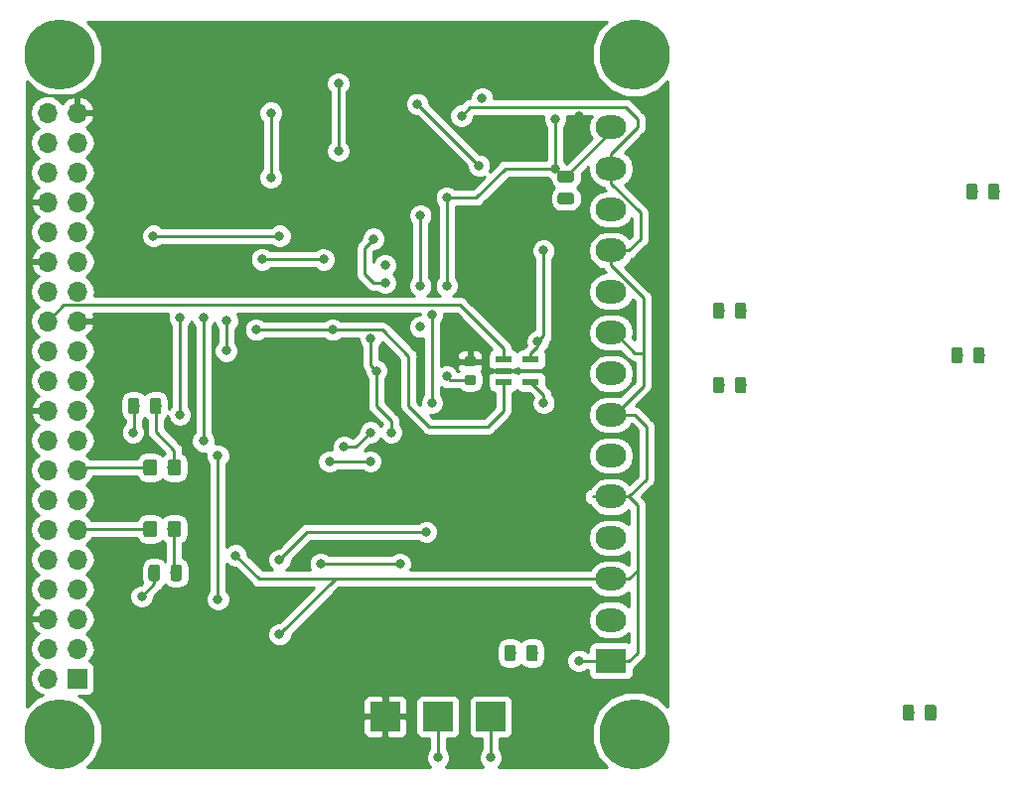
<source format=gbr>
G04 #@! TF.GenerationSoftware,KiCad,Pcbnew,6.0.0-rc1-unknown-46fddab~66~ubuntu16.04.1*
G04 #@! TF.CreationDate,2018-09-28T18:46:45+01:00*
G04 #@! TF.ProjectId,test,746573742E6B696361645F7063620000,rev?*
G04 #@! TF.SameCoordinates,Original*
G04 #@! TF.FileFunction,Copper,L1,Top,Signal*
G04 #@! TF.FilePolarity,Positive*
%FSLAX46Y46*%
G04 Gerber Fmt 4.6, Leading zero omitted, Abs format (unit mm)*
G04 Created by KiCad (PCBNEW 6.0.0-rc1-unknown-46fddab~66~ubuntu16.04.1) date Fri Sep 28 18:46:45 2018*
%MOMM*%
%LPD*%
G01*
G04 APERTURE LIST*
G04 #@! TA.AperFunction,SMDPad,CuDef*
%ADD10R,2.500000X2.500000*%
G04 #@! TD*
G04 #@! TA.AperFunction,ComponentPad*
%ADD11C,6.000000*%
G04 #@! TD*
G04 #@! TA.AperFunction,Conductor*
%ADD12C,0.100000*%
G04 #@! TD*
G04 #@! TA.AperFunction,SMDPad,CuDef*
%ADD13C,0.875000*%
G04 #@! TD*
G04 #@! TA.AperFunction,ComponentPad*
%ADD14R,2.600000X2.000000*%
G04 #@! TD*
G04 #@! TA.AperFunction,ComponentPad*
%ADD15O,2.600000X2.000000*%
G04 #@! TD*
G04 #@! TA.AperFunction,ComponentPad*
%ADD16R,1.700000X1.700000*%
G04 #@! TD*
G04 #@! TA.AperFunction,ComponentPad*
%ADD17O,1.700000X1.700000*%
G04 #@! TD*
G04 #@! TA.AperFunction,SMDPad,CuDef*
%ADD18R,1.390000X0.580000*%
G04 #@! TD*
G04 #@! TA.AperFunction,SMDPad,CuDef*
%ADD19C,1.150000*%
G04 #@! TD*
G04 #@! TA.AperFunction,SMDPad,CuDef*
%ADD20C,0.975000*%
G04 #@! TD*
G04 #@! TA.AperFunction,ViaPad*
%ADD21C,0.800000*%
G04 #@! TD*
G04 #@! TA.AperFunction,Conductor*
%ADD22C,0.250000*%
G04 #@! TD*
G04 #@! TA.AperFunction,Conductor*
%ADD23C,0.254000*%
G04 #@! TD*
G04 APERTURE END LIST*
D10*
G04 #@! TO.P,K,1*
G04 #@! TO.N,4V096*
X177750000Y-105750000D03*
G04 #@! TD*
G04 #@! TO.P,5V,1*
G04 #@! TO.N,5V*
X173250000Y-105750000D03*
G04 #@! TD*
D11*
G04 #@! TO.P,REF\002A\002A,1*
G04 #@! TO.N,N/C*
X141000000Y-49250000D03*
G04 #@! TD*
G04 #@! TO.P,REF\002A\002A,1*
G04 #@! TO.N,N/C*
X190000000Y-49250000D03*
G04 #@! TD*
G04 #@! TO.P,REF\002A\002A,1*
G04 #@! TO.N,N/C*
X190000000Y-107250000D03*
G04 #@! TD*
G04 #@! TO.P,REF\002A\002A,1*
G04 #@! TO.N,N/C*
X141000000Y-107250000D03*
G04 #@! TD*
D12*
G04 #@! TO.N,GND*
G04 #@! TO.C,C4*
G36*
X176277691Y-75026053D02*
X176298926Y-75029203D01*
X176319750Y-75034419D01*
X176339962Y-75041651D01*
X176359368Y-75050830D01*
X176377781Y-75061866D01*
X176395024Y-75074654D01*
X176410930Y-75089070D01*
X176425346Y-75104976D01*
X176438134Y-75122219D01*
X176449170Y-75140632D01*
X176458349Y-75160038D01*
X176465581Y-75180250D01*
X176470797Y-75201074D01*
X176473947Y-75222309D01*
X176475000Y-75243750D01*
X176475000Y-75681250D01*
X176473947Y-75702691D01*
X176470797Y-75723926D01*
X176465581Y-75744750D01*
X176458349Y-75764962D01*
X176449170Y-75784368D01*
X176438134Y-75802781D01*
X176425346Y-75820024D01*
X176410930Y-75835930D01*
X176395024Y-75850346D01*
X176377781Y-75863134D01*
X176359368Y-75874170D01*
X176339962Y-75883349D01*
X176319750Y-75890581D01*
X176298926Y-75895797D01*
X176277691Y-75898947D01*
X176256250Y-75900000D01*
X175743750Y-75900000D01*
X175722309Y-75898947D01*
X175701074Y-75895797D01*
X175680250Y-75890581D01*
X175660038Y-75883349D01*
X175640632Y-75874170D01*
X175622219Y-75863134D01*
X175604976Y-75850346D01*
X175589070Y-75835930D01*
X175574654Y-75820024D01*
X175561866Y-75802781D01*
X175550830Y-75784368D01*
X175541651Y-75764962D01*
X175534419Y-75744750D01*
X175529203Y-75723926D01*
X175526053Y-75702691D01*
X175525000Y-75681250D01*
X175525000Y-75243750D01*
X175526053Y-75222309D01*
X175529203Y-75201074D01*
X175534419Y-75180250D01*
X175541651Y-75160038D01*
X175550830Y-75140632D01*
X175561866Y-75122219D01*
X175574654Y-75104976D01*
X175589070Y-75089070D01*
X175604976Y-75074654D01*
X175622219Y-75061866D01*
X175640632Y-75050830D01*
X175660038Y-75041651D01*
X175680250Y-75034419D01*
X175701074Y-75029203D01*
X175722309Y-75026053D01*
X175743750Y-75025000D01*
X176256250Y-75025000D01*
X176277691Y-75026053D01*
X176277691Y-75026053D01*
G37*
D13*
G04 #@! TD*
G04 #@! TO.P,C4,2*
G04 #@! TO.N,GND*
X176000000Y-75462500D03*
D12*
G04 #@! TO.N,5V*
G04 #@! TO.C,C4*
G36*
X176277691Y-76601053D02*
X176298926Y-76604203D01*
X176319750Y-76609419D01*
X176339962Y-76616651D01*
X176359368Y-76625830D01*
X176377781Y-76636866D01*
X176395024Y-76649654D01*
X176410930Y-76664070D01*
X176425346Y-76679976D01*
X176438134Y-76697219D01*
X176449170Y-76715632D01*
X176458349Y-76735038D01*
X176465581Y-76755250D01*
X176470797Y-76776074D01*
X176473947Y-76797309D01*
X176475000Y-76818750D01*
X176475000Y-77256250D01*
X176473947Y-77277691D01*
X176470797Y-77298926D01*
X176465581Y-77319750D01*
X176458349Y-77339962D01*
X176449170Y-77359368D01*
X176438134Y-77377781D01*
X176425346Y-77395024D01*
X176410930Y-77410930D01*
X176395024Y-77425346D01*
X176377781Y-77438134D01*
X176359368Y-77449170D01*
X176339962Y-77458349D01*
X176319750Y-77465581D01*
X176298926Y-77470797D01*
X176277691Y-77473947D01*
X176256250Y-77475000D01*
X175743750Y-77475000D01*
X175722309Y-77473947D01*
X175701074Y-77470797D01*
X175680250Y-77465581D01*
X175660038Y-77458349D01*
X175640632Y-77449170D01*
X175622219Y-77438134D01*
X175604976Y-77425346D01*
X175589070Y-77410930D01*
X175574654Y-77395024D01*
X175561866Y-77377781D01*
X175550830Y-77359368D01*
X175541651Y-77339962D01*
X175534419Y-77319750D01*
X175529203Y-77298926D01*
X175526053Y-77277691D01*
X175525000Y-77256250D01*
X175525000Y-76818750D01*
X175526053Y-76797309D01*
X175529203Y-76776074D01*
X175534419Y-76755250D01*
X175541651Y-76735038D01*
X175550830Y-76715632D01*
X175561866Y-76697219D01*
X175574654Y-76679976D01*
X175589070Y-76664070D01*
X175604976Y-76649654D01*
X175622219Y-76636866D01*
X175640632Y-76625830D01*
X175660038Y-76616651D01*
X175680250Y-76609419D01*
X175701074Y-76604203D01*
X175722309Y-76601053D01*
X175743750Y-76600000D01*
X176256250Y-76600000D01*
X176277691Y-76601053D01*
X176277691Y-76601053D01*
G37*
D13*
G04 #@! TD*
G04 #@! TO.P,C4,1*
G04 #@! TO.N,5V*
X176000000Y-77037500D03*
D14*
G04 #@! TO.P,J1,1*
G04 #@! TO.N,4V096*
X188000000Y-101000000D03*
D15*
G04 #@! TO.P,J1,2*
G04 #@! TO.N,Net-(J1-Pad2)*
X188000000Y-97500000D03*
G04 #@! TO.P,J1,3*
G04 #@! TO.N,4V096*
X188000000Y-94000000D03*
G04 #@! TO.P,J1,4*
G04 #@! TO.N,Net-(J1-Pad4)*
X188000000Y-90500000D03*
G04 #@! TO.P,J1,5*
G04 #@! TO.N,4V096*
X188000000Y-87000000D03*
G04 #@! TO.P,J1,6*
G04 #@! TO.N,Net-(J1-Pad6)*
X188000000Y-83500000D03*
G04 #@! TO.P,J1,7*
G04 #@! TO.N,4V096*
X188000000Y-80000000D03*
G04 #@! TO.P,J1,8*
G04 #@! TO.N,Net-(J1-Pad8)*
X188000000Y-76500000D03*
G04 #@! TO.P,J1,9*
G04 #@! TO.N,4V096*
X188000000Y-73000000D03*
G04 #@! TO.P,J1,10*
G04 #@! TO.N,Net-(J1-Pad10)*
X188000000Y-69500000D03*
G04 #@! TO.P,J1,11*
G04 #@! TO.N,4V096*
X188000000Y-66000000D03*
G04 #@! TO.P,J1,12*
G04 #@! TO.N,Net-(J1-Pad12)*
X188000000Y-62500000D03*
G04 #@! TO.P,J1,13*
G04 #@! TO.N,4V096*
X188000000Y-59000000D03*
G04 #@! TO.P,J1,14*
G04 #@! TO.N,Net-(J1-Pad14)*
X188000000Y-55500000D03*
G04 #@! TD*
D16*
G04 #@! TO.P,RASPI_2_3_HEADER1,1*
G04 #@! TO.N,Net-(RASPI_2_3_HEADER1-Pad1)*
X142500000Y-102500000D03*
D17*
G04 #@! TO.P,RASPI_2_3_HEADER1,2*
G04 #@! TO.N,5V*
X139960000Y-102500000D03*
G04 #@! TO.P,RASPI_2_3_HEADER1,3*
G04 #@! TO.N,Net-(RASPI_2_3_HEADER1-Pad3)*
X142500000Y-99960000D03*
G04 #@! TO.P,RASPI_2_3_HEADER1,4*
G04 #@! TO.N,5V*
X139960000Y-99960000D03*
G04 #@! TO.P,RASPI_2_3_HEADER1,5*
G04 #@! TO.N,Net-(RASPI_2_3_HEADER1-Pad5)*
X142500000Y-97420000D03*
G04 #@! TO.P,RASPI_2_3_HEADER1,6*
G04 #@! TO.N,GND*
X139960000Y-97420000D03*
G04 #@! TO.P,RASPI_2_3_HEADER1,7*
G04 #@! TO.N,Net-(RASPI_2_3_HEADER1-Pad7)*
X142500000Y-94880000D03*
G04 #@! TO.P,RASPI_2_3_HEADER1,8*
G04 #@! TO.N,Net-(RASPI_2_3_HEADER1-Pad8)*
X139960000Y-94880000D03*
G04 #@! TO.P,RASPI_2_3_HEADER1,9*
G04 #@! TO.N,Net-(RASPI_2_3_HEADER1-Pad9)*
X142500000Y-92340000D03*
G04 #@! TO.P,RASPI_2_3_HEADER1,10*
G04 #@! TO.N,Net-(RASPI_2_3_HEADER1-Pad10)*
X139960000Y-92340000D03*
G04 #@! TO.P,RASPI_2_3_HEADER1,11*
G04 #@! TO.N,Net-(D3-Pad1)*
X142500000Y-89800000D03*
G04 #@! TO.P,RASPI_2_3_HEADER1,12*
G04 #@! TO.N,Net-(RASPI_2_3_HEADER1-Pad12)*
X139960000Y-89800000D03*
G04 #@! TO.P,RASPI_2_3_HEADER1,13*
G04 #@! TO.N,Net-(RASPI_2_3_HEADER1-Pad13)*
X142500000Y-87260000D03*
G04 #@! TO.P,RASPI_2_3_HEADER1,14*
G04 #@! TO.N,Net-(RASPI_2_3_HEADER1-Pad14)*
X139960000Y-87260000D03*
G04 #@! TO.P,RASPI_2_3_HEADER1,15*
G04 #@! TO.N,Net-(D2-Pad1)*
X142500000Y-84720000D03*
G04 #@! TO.P,RASPI_2_3_HEADER1,16*
G04 #@! TO.N,Net-(RASPI_2_3_HEADER1-Pad16)*
X139960000Y-84720000D03*
G04 #@! TO.P,RASPI_2_3_HEADER1,17*
G04 #@! TO.N,Net-(RASPI_2_3_HEADER1-Pad17)*
X142500000Y-82180000D03*
G04 #@! TO.P,RASPI_2_3_HEADER1,18*
G04 #@! TO.N,Net-(RASPI_2_3_HEADER1-Pad18)*
X139960000Y-82180000D03*
G04 #@! TO.P,RASPI_2_3_HEADER1,19*
G04 #@! TO.N,MOSI_0*
X142500000Y-79640000D03*
G04 #@! TO.P,RASPI_2_3_HEADER1,20*
G04 #@! TO.N,GND*
X139960000Y-79640000D03*
G04 #@! TO.P,RASPI_2_3_HEADER1,21*
G04 #@! TO.N,MISO_0*
X142500000Y-77100000D03*
G04 #@! TO.P,RASPI_2_3_HEADER1,22*
G04 #@! TO.N,Net-(RASPI_2_3_HEADER1-Pad22)*
X139960000Y-77100000D03*
G04 #@! TO.P,RASPI_2_3_HEADER1,23*
G04 #@! TO.N,SCLK0*
X142500000Y-74560000D03*
G04 #@! TO.P,RASPI_2_3_HEADER1,24*
G04 #@! TO.N,CE0*
X139960000Y-74560000D03*
G04 #@! TO.P,RASPI_2_3_HEADER1,25*
G04 #@! TO.N,GND*
X142500000Y-72020000D03*
G04 #@! TO.P,RASPI_2_3_HEADER1,26*
G04 #@! TO.N,CE1*
X139960000Y-72020000D03*
G04 #@! TO.P,RASPI_2_3_HEADER1,27*
G04 #@! TO.N,Net-(RASPI_2_3_HEADER1-Pad27)*
X142500000Y-69480000D03*
G04 #@! TO.P,RASPI_2_3_HEADER1,28*
G04 #@! TO.N,Net-(RASPI_2_3_HEADER1-Pad28)*
X139960000Y-69480000D03*
G04 #@! TO.P,RASPI_2_3_HEADER1,29*
G04 #@! TO.N,Net-(RASPI_2_3_HEADER1-Pad29)*
X142500000Y-66940000D03*
G04 #@! TO.P,RASPI_2_3_HEADER1,30*
G04 #@! TO.N,GND*
X139960000Y-66940000D03*
G04 #@! TO.P,RASPI_2_3_HEADER1,31*
G04 #@! TO.N,Net-(RASPI_2_3_HEADER1-Pad31)*
X142500000Y-64400000D03*
G04 #@! TO.P,RASPI_2_3_HEADER1,32*
G04 #@! TO.N,Net-(RASPI_2_3_HEADER1-Pad32)*
X139960000Y-64400000D03*
G04 #@! TO.P,RASPI_2_3_HEADER1,33*
G04 #@! TO.N,Net-(RASPI_2_3_HEADER1-Pad33)*
X142500000Y-61860000D03*
G04 #@! TO.P,RASPI_2_3_HEADER1,34*
G04 #@! TO.N,GND*
X139960000Y-61860000D03*
G04 #@! TO.P,RASPI_2_3_HEADER1,35*
G04 #@! TO.N,Net-(RASPI_2_3_HEADER1-Pad35)*
X142500000Y-59320000D03*
G04 #@! TO.P,RASPI_2_3_HEADER1,36*
G04 #@! TO.N,Net-(RASPI_2_3_HEADER1-Pad36)*
X139960000Y-59320000D03*
G04 #@! TO.P,RASPI_2_3_HEADER1,37*
G04 #@! TO.N,Net-(RASPI_2_3_HEADER1-Pad37)*
X142500000Y-56780000D03*
G04 #@! TO.P,RASPI_2_3_HEADER1,38*
G04 #@! TO.N,Net-(RASPI_2_3_HEADER1-Pad38)*
X139960000Y-56780000D03*
G04 #@! TO.P,RASPI_2_3_HEADER1,39*
G04 #@! TO.N,GND*
X142500000Y-54240000D03*
G04 #@! TO.P,RASPI_2_3_HEADER1,40*
G04 #@! TO.N,Net-(RASPI_2_3_HEADER1-Pad40)*
X139960000Y-54240000D03*
G04 #@! TD*
D18*
G04 #@! TO.P,U4,1*
G04 #@! TO.N,CE1*
X178835000Y-75300000D03*
G04 #@! TO.P,U4,2*
G04 #@! TO.N,GND*
X178835000Y-76250000D03*
G04 #@! TO.P,U4,3*
G04 #@! TO.N,SCLK0*
X178835000Y-77200000D03*
G04 #@! TO.P,U4,4*
G04 #@! TO.N,MISO_0*
X181165000Y-77200000D03*
G04 #@! TO.P,U4,5*
G04 #@! TO.N,5V*
X181165000Y-75300000D03*
G04 #@! TD*
D10*
G04 #@! TO.P,GND,1*
G04 #@! TO.N,GND*
X168750000Y-105750000D03*
G04 #@! TD*
D12*
G04 #@! TO.N,Net-(D2-Pad1)*
G04 #@! TO.C,D2*
G36*
X149074505Y-83801204D02*
X149098773Y-83804804D01*
X149122572Y-83810765D01*
X149145671Y-83819030D01*
X149167850Y-83829520D01*
X149188893Y-83842132D01*
X149208599Y-83856747D01*
X149226777Y-83873223D01*
X149243253Y-83891401D01*
X149257868Y-83911107D01*
X149270480Y-83932150D01*
X149280970Y-83954329D01*
X149289235Y-83977428D01*
X149295196Y-84001227D01*
X149298796Y-84025495D01*
X149300000Y-84049999D01*
X149300000Y-84950001D01*
X149298796Y-84974505D01*
X149295196Y-84998773D01*
X149289235Y-85022572D01*
X149280970Y-85045671D01*
X149270480Y-85067850D01*
X149257868Y-85088893D01*
X149243253Y-85108599D01*
X149226777Y-85126777D01*
X149208599Y-85143253D01*
X149188893Y-85157868D01*
X149167850Y-85170480D01*
X149145671Y-85180970D01*
X149122572Y-85189235D01*
X149098773Y-85195196D01*
X149074505Y-85198796D01*
X149050001Y-85200000D01*
X148399999Y-85200000D01*
X148375495Y-85198796D01*
X148351227Y-85195196D01*
X148327428Y-85189235D01*
X148304329Y-85180970D01*
X148282150Y-85170480D01*
X148261107Y-85157868D01*
X148241401Y-85143253D01*
X148223223Y-85126777D01*
X148206747Y-85108599D01*
X148192132Y-85088893D01*
X148179520Y-85067850D01*
X148169030Y-85045671D01*
X148160765Y-85022572D01*
X148154804Y-84998773D01*
X148151204Y-84974505D01*
X148150000Y-84950001D01*
X148150000Y-84049999D01*
X148151204Y-84025495D01*
X148154804Y-84001227D01*
X148160765Y-83977428D01*
X148169030Y-83954329D01*
X148179520Y-83932150D01*
X148192132Y-83911107D01*
X148206747Y-83891401D01*
X148223223Y-83873223D01*
X148241401Y-83856747D01*
X148261107Y-83842132D01*
X148282150Y-83829520D01*
X148304329Y-83819030D01*
X148327428Y-83810765D01*
X148351227Y-83804804D01*
X148375495Y-83801204D01*
X148399999Y-83800000D01*
X149050001Y-83800000D01*
X149074505Y-83801204D01*
X149074505Y-83801204D01*
G37*
D19*
G04 #@! TD*
G04 #@! TO.P,D2,1*
G04 #@! TO.N,Net-(D2-Pad1)*
X148725000Y-84500000D03*
D12*
G04 #@! TO.N,Net-(D2-Pad2)*
G04 #@! TO.C,D2*
G36*
X151124505Y-83801204D02*
X151148773Y-83804804D01*
X151172572Y-83810765D01*
X151195671Y-83819030D01*
X151217850Y-83829520D01*
X151238893Y-83842132D01*
X151258599Y-83856747D01*
X151276777Y-83873223D01*
X151293253Y-83891401D01*
X151307868Y-83911107D01*
X151320480Y-83932150D01*
X151330970Y-83954329D01*
X151339235Y-83977428D01*
X151345196Y-84001227D01*
X151348796Y-84025495D01*
X151350000Y-84049999D01*
X151350000Y-84950001D01*
X151348796Y-84974505D01*
X151345196Y-84998773D01*
X151339235Y-85022572D01*
X151330970Y-85045671D01*
X151320480Y-85067850D01*
X151307868Y-85088893D01*
X151293253Y-85108599D01*
X151276777Y-85126777D01*
X151258599Y-85143253D01*
X151238893Y-85157868D01*
X151217850Y-85170480D01*
X151195671Y-85180970D01*
X151172572Y-85189235D01*
X151148773Y-85195196D01*
X151124505Y-85198796D01*
X151100001Y-85200000D01*
X150449999Y-85200000D01*
X150425495Y-85198796D01*
X150401227Y-85195196D01*
X150377428Y-85189235D01*
X150354329Y-85180970D01*
X150332150Y-85170480D01*
X150311107Y-85157868D01*
X150291401Y-85143253D01*
X150273223Y-85126777D01*
X150256747Y-85108599D01*
X150242132Y-85088893D01*
X150229520Y-85067850D01*
X150219030Y-85045671D01*
X150210765Y-85022572D01*
X150204804Y-84998773D01*
X150201204Y-84974505D01*
X150200000Y-84950001D01*
X150200000Y-84049999D01*
X150201204Y-84025495D01*
X150204804Y-84001227D01*
X150210765Y-83977428D01*
X150219030Y-83954329D01*
X150229520Y-83932150D01*
X150242132Y-83911107D01*
X150256747Y-83891401D01*
X150273223Y-83873223D01*
X150291401Y-83856747D01*
X150311107Y-83842132D01*
X150332150Y-83829520D01*
X150354329Y-83819030D01*
X150377428Y-83810765D01*
X150401227Y-83804804D01*
X150425495Y-83801204D01*
X150449999Y-83800000D01*
X151100001Y-83800000D01*
X151124505Y-83801204D01*
X151124505Y-83801204D01*
G37*
D19*
G04 #@! TD*
G04 #@! TO.P,D2,2*
G04 #@! TO.N,Net-(D2-Pad2)*
X150775000Y-84500000D03*
D12*
G04 #@! TO.N,Net-(D3-Pad2)*
G04 #@! TO.C,D3*
G36*
X151124505Y-89051204D02*
X151148773Y-89054804D01*
X151172572Y-89060765D01*
X151195671Y-89069030D01*
X151217850Y-89079520D01*
X151238893Y-89092132D01*
X151258599Y-89106747D01*
X151276777Y-89123223D01*
X151293253Y-89141401D01*
X151307868Y-89161107D01*
X151320480Y-89182150D01*
X151330970Y-89204329D01*
X151339235Y-89227428D01*
X151345196Y-89251227D01*
X151348796Y-89275495D01*
X151350000Y-89299999D01*
X151350000Y-90200001D01*
X151348796Y-90224505D01*
X151345196Y-90248773D01*
X151339235Y-90272572D01*
X151330970Y-90295671D01*
X151320480Y-90317850D01*
X151307868Y-90338893D01*
X151293253Y-90358599D01*
X151276777Y-90376777D01*
X151258599Y-90393253D01*
X151238893Y-90407868D01*
X151217850Y-90420480D01*
X151195671Y-90430970D01*
X151172572Y-90439235D01*
X151148773Y-90445196D01*
X151124505Y-90448796D01*
X151100001Y-90450000D01*
X150449999Y-90450000D01*
X150425495Y-90448796D01*
X150401227Y-90445196D01*
X150377428Y-90439235D01*
X150354329Y-90430970D01*
X150332150Y-90420480D01*
X150311107Y-90407868D01*
X150291401Y-90393253D01*
X150273223Y-90376777D01*
X150256747Y-90358599D01*
X150242132Y-90338893D01*
X150229520Y-90317850D01*
X150219030Y-90295671D01*
X150210765Y-90272572D01*
X150204804Y-90248773D01*
X150201204Y-90224505D01*
X150200000Y-90200001D01*
X150200000Y-89299999D01*
X150201204Y-89275495D01*
X150204804Y-89251227D01*
X150210765Y-89227428D01*
X150219030Y-89204329D01*
X150229520Y-89182150D01*
X150242132Y-89161107D01*
X150256747Y-89141401D01*
X150273223Y-89123223D01*
X150291401Y-89106747D01*
X150311107Y-89092132D01*
X150332150Y-89079520D01*
X150354329Y-89069030D01*
X150377428Y-89060765D01*
X150401227Y-89054804D01*
X150425495Y-89051204D01*
X150449999Y-89050000D01*
X151100001Y-89050000D01*
X151124505Y-89051204D01*
X151124505Y-89051204D01*
G37*
D19*
G04 #@! TD*
G04 #@! TO.P,D3,2*
G04 #@! TO.N,Net-(D3-Pad2)*
X150775000Y-89750000D03*
D12*
G04 #@! TO.N,Net-(D3-Pad1)*
G04 #@! TO.C,D3*
G36*
X149074505Y-89051204D02*
X149098773Y-89054804D01*
X149122572Y-89060765D01*
X149145671Y-89069030D01*
X149167850Y-89079520D01*
X149188893Y-89092132D01*
X149208599Y-89106747D01*
X149226777Y-89123223D01*
X149243253Y-89141401D01*
X149257868Y-89161107D01*
X149270480Y-89182150D01*
X149280970Y-89204329D01*
X149289235Y-89227428D01*
X149295196Y-89251227D01*
X149298796Y-89275495D01*
X149300000Y-89299999D01*
X149300000Y-90200001D01*
X149298796Y-90224505D01*
X149295196Y-90248773D01*
X149289235Y-90272572D01*
X149280970Y-90295671D01*
X149270480Y-90317850D01*
X149257868Y-90338893D01*
X149243253Y-90358599D01*
X149226777Y-90376777D01*
X149208599Y-90393253D01*
X149188893Y-90407868D01*
X149167850Y-90420480D01*
X149145671Y-90430970D01*
X149122572Y-90439235D01*
X149098773Y-90445196D01*
X149074505Y-90448796D01*
X149050001Y-90450000D01*
X148399999Y-90450000D01*
X148375495Y-90448796D01*
X148351227Y-90445196D01*
X148327428Y-90439235D01*
X148304329Y-90430970D01*
X148282150Y-90420480D01*
X148261107Y-90407868D01*
X148241401Y-90393253D01*
X148223223Y-90376777D01*
X148206747Y-90358599D01*
X148192132Y-90338893D01*
X148179520Y-90317850D01*
X148169030Y-90295671D01*
X148160765Y-90272572D01*
X148154804Y-90248773D01*
X148151204Y-90224505D01*
X148150000Y-90200001D01*
X148150000Y-89299999D01*
X148151204Y-89275495D01*
X148154804Y-89251227D01*
X148160765Y-89227428D01*
X148169030Y-89204329D01*
X148179520Y-89182150D01*
X148192132Y-89161107D01*
X148206747Y-89141401D01*
X148223223Y-89123223D01*
X148241401Y-89106747D01*
X148261107Y-89092132D01*
X148282150Y-89079520D01*
X148304329Y-89069030D01*
X148327428Y-89060765D01*
X148351227Y-89054804D01*
X148375495Y-89051204D01*
X148399999Y-89050000D01*
X149050001Y-89050000D01*
X149074505Y-89051204D01*
X149074505Y-89051204D01*
G37*
D19*
G04 #@! TD*
G04 #@! TO.P,D3,1*
G04 #@! TO.N,Net-(D3-Pad1)*
X148725000Y-89750000D03*
D12*
G04 #@! TO.N,Net-(D2-Pad2)*
G04 #@! TO.C,R18*
G36*
X149455142Y-78551174D02*
X149478803Y-78554684D01*
X149502007Y-78560496D01*
X149524529Y-78568554D01*
X149546153Y-78578782D01*
X149566670Y-78591079D01*
X149585883Y-78605329D01*
X149603607Y-78621393D01*
X149619671Y-78639117D01*
X149633921Y-78658330D01*
X149646218Y-78678847D01*
X149656446Y-78700471D01*
X149664504Y-78722993D01*
X149670316Y-78746197D01*
X149673826Y-78769858D01*
X149675000Y-78793750D01*
X149675000Y-79706250D01*
X149673826Y-79730142D01*
X149670316Y-79753803D01*
X149664504Y-79777007D01*
X149656446Y-79799529D01*
X149646218Y-79821153D01*
X149633921Y-79841670D01*
X149619671Y-79860883D01*
X149603607Y-79878607D01*
X149585883Y-79894671D01*
X149566670Y-79908921D01*
X149546153Y-79921218D01*
X149524529Y-79931446D01*
X149502007Y-79939504D01*
X149478803Y-79945316D01*
X149455142Y-79948826D01*
X149431250Y-79950000D01*
X148943750Y-79950000D01*
X148919858Y-79948826D01*
X148896197Y-79945316D01*
X148872993Y-79939504D01*
X148850471Y-79931446D01*
X148828847Y-79921218D01*
X148808330Y-79908921D01*
X148789117Y-79894671D01*
X148771393Y-79878607D01*
X148755329Y-79860883D01*
X148741079Y-79841670D01*
X148728782Y-79821153D01*
X148718554Y-79799529D01*
X148710496Y-79777007D01*
X148704684Y-79753803D01*
X148701174Y-79730142D01*
X148700000Y-79706250D01*
X148700000Y-78793750D01*
X148701174Y-78769858D01*
X148704684Y-78746197D01*
X148710496Y-78722993D01*
X148718554Y-78700471D01*
X148728782Y-78678847D01*
X148741079Y-78658330D01*
X148755329Y-78639117D01*
X148771393Y-78621393D01*
X148789117Y-78605329D01*
X148808330Y-78591079D01*
X148828847Y-78578782D01*
X148850471Y-78568554D01*
X148872993Y-78560496D01*
X148896197Y-78554684D01*
X148919858Y-78551174D01*
X148943750Y-78550000D01*
X149431250Y-78550000D01*
X149455142Y-78551174D01*
X149455142Y-78551174D01*
G37*
D20*
G04 #@! TD*
G04 #@! TO.P,R18,2*
G04 #@! TO.N,Net-(D2-Pad2)*
X149187500Y-79250000D03*
D12*
G04 #@! TO.N,5V*
G04 #@! TO.C,R18*
G36*
X147580142Y-78551174D02*
X147603803Y-78554684D01*
X147627007Y-78560496D01*
X147649529Y-78568554D01*
X147671153Y-78578782D01*
X147691670Y-78591079D01*
X147710883Y-78605329D01*
X147728607Y-78621393D01*
X147744671Y-78639117D01*
X147758921Y-78658330D01*
X147771218Y-78678847D01*
X147781446Y-78700471D01*
X147789504Y-78722993D01*
X147795316Y-78746197D01*
X147798826Y-78769858D01*
X147800000Y-78793750D01*
X147800000Y-79706250D01*
X147798826Y-79730142D01*
X147795316Y-79753803D01*
X147789504Y-79777007D01*
X147781446Y-79799529D01*
X147771218Y-79821153D01*
X147758921Y-79841670D01*
X147744671Y-79860883D01*
X147728607Y-79878607D01*
X147710883Y-79894671D01*
X147691670Y-79908921D01*
X147671153Y-79921218D01*
X147649529Y-79931446D01*
X147627007Y-79939504D01*
X147603803Y-79945316D01*
X147580142Y-79948826D01*
X147556250Y-79950000D01*
X147068750Y-79950000D01*
X147044858Y-79948826D01*
X147021197Y-79945316D01*
X146997993Y-79939504D01*
X146975471Y-79931446D01*
X146953847Y-79921218D01*
X146933330Y-79908921D01*
X146914117Y-79894671D01*
X146896393Y-79878607D01*
X146880329Y-79860883D01*
X146866079Y-79841670D01*
X146853782Y-79821153D01*
X146843554Y-79799529D01*
X146835496Y-79777007D01*
X146829684Y-79753803D01*
X146826174Y-79730142D01*
X146825000Y-79706250D01*
X146825000Y-78793750D01*
X146826174Y-78769858D01*
X146829684Y-78746197D01*
X146835496Y-78722993D01*
X146843554Y-78700471D01*
X146853782Y-78678847D01*
X146866079Y-78658330D01*
X146880329Y-78639117D01*
X146896393Y-78621393D01*
X146914117Y-78605329D01*
X146933330Y-78591079D01*
X146953847Y-78578782D01*
X146975471Y-78568554D01*
X146997993Y-78560496D01*
X147021197Y-78554684D01*
X147044858Y-78551174D01*
X147068750Y-78550000D01*
X147556250Y-78550000D01*
X147580142Y-78551174D01*
X147580142Y-78551174D01*
G37*
D20*
G04 #@! TD*
G04 #@! TO.P,R18,1*
G04 #@! TO.N,5V*
X147312500Y-79250000D03*
D12*
G04 #@! TO.N,5V*
G04 #@! TO.C,R19*
G36*
X149330142Y-92801174D02*
X149353803Y-92804684D01*
X149377007Y-92810496D01*
X149399529Y-92818554D01*
X149421153Y-92828782D01*
X149441670Y-92841079D01*
X149460883Y-92855329D01*
X149478607Y-92871393D01*
X149494671Y-92889117D01*
X149508921Y-92908330D01*
X149521218Y-92928847D01*
X149531446Y-92950471D01*
X149539504Y-92972993D01*
X149545316Y-92996197D01*
X149548826Y-93019858D01*
X149550000Y-93043750D01*
X149550000Y-93956250D01*
X149548826Y-93980142D01*
X149545316Y-94003803D01*
X149539504Y-94027007D01*
X149531446Y-94049529D01*
X149521218Y-94071153D01*
X149508921Y-94091670D01*
X149494671Y-94110883D01*
X149478607Y-94128607D01*
X149460883Y-94144671D01*
X149441670Y-94158921D01*
X149421153Y-94171218D01*
X149399529Y-94181446D01*
X149377007Y-94189504D01*
X149353803Y-94195316D01*
X149330142Y-94198826D01*
X149306250Y-94200000D01*
X148818750Y-94200000D01*
X148794858Y-94198826D01*
X148771197Y-94195316D01*
X148747993Y-94189504D01*
X148725471Y-94181446D01*
X148703847Y-94171218D01*
X148683330Y-94158921D01*
X148664117Y-94144671D01*
X148646393Y-94128607D01*
X148630329Y-94110883D01*
X148616079Y-94091670D01*
X148603782Y-94071153D01*
X148593554Y-94049529D01*
X148585496Y-94027007D01*
X148579684Y-94003803D01*
X148576174Y-93980142D01*
X148575000Y-93956250D01*
X148575000Y-93043750D01*
X148576174Y-93019858D01*
X148579684Y-92996197D01*
X148585496Y-92972993D01*
X148593554Y-92950471D01*
X148603782Y-92928847D01*
X148616079Y-92908330D01*
X148630329Y-92889117D01*
X148646393Y-92871393D01*
X148664117Y-92855329D01*
X148683330Y-92841079D01*
X148703847Y-92828782D01*
X148725471Y-92818554D01*
X148747993Y-92810496D01*
X148771197Y-92804684D01*
X148794858Y-92801174D01*
X148818750Y-92800000D01*
X149306250Y-92800000D01*
X149330142Y-92801174D01*
X149330142Y-92801174D01*
G37*
D20*
G04 #@! TD*
G04 #@! TO.P,R19,1*
G04 #@! TO.N,5V*
X149062500Y-93500000D03*
D12*
G04 #@! TO.N,Net-(D3-Pad2)*
G04 #@! TO.C,R19*
G36*
X151205142Y-92801174D02*
X151228803Y-92804684D01*
X151252007Y-92810496D01*
X151274529Y-92818554D01*
X151296153Y-92828782D01*
X151316670Y-92841079D01*
X151335883Y-92855329D01*
X151353607Y-92871393D01*
X151369671Y-92889117D01*
X151383921Y-92908330D01*
X151396218Y-92928847D01*
X151406446Y-92950471D01*
X151414504Y-92972993D01*
X151420316Y-92996197D01*
X151423826Y-93019858D01*
X151425000Y-93043750D01*
X151425000Y-93956250D01*
X151423826Y-93980142D01*
X151420316Y-94003803D01*
X151414504Y-94027007D01*
X151406446Y-94049529D01*
X151396218Y-94071153D01*
X151383921Y-94091670D01*
X151369671Y-94110883D01*
X151353607Y-94128607D01*
X151335883Y-94144671D01*
X151316670Y-94158921D01*
X151296153Y-94171218D01*
X151274529Y-94181446D01*
X151252007Y-94189504D01*
X151228803Y-94195316D01*
X151205142Y-94198826D01*
X151181250Y-94200000D01*
X150693750Y-94200000D01*
X150669858Y-94198826D01*
X150646197Y-94195316D01*
X150622993Y-94189504D01*
X150600471Y-94181446D01*
X150578847Y-94171218D01*
X150558330Y-94158921D01*
X150539117Y-94144671D01*
X150521393Y-94128607D01*
X150505329Y-94110883D01*
X150491079Y-94091670D01*
X150478782Y-94071153D01*
X150468554Y-94049529D01*
X150460496Y-94027007D01*
X150454684Y-94003803D01*
X150451174Y-93980142D01*
X150450000Y-93956250D01*
X150450000Y-93043750D01*
X150451174Y-93019858D01*
X150454684Y-92996197D01*
X150460496Y-92972993D01*
X150468554Y-92950471D01*
X150478782Y-92928847D01*
X150491079Y-92908330D01*
X150505329Y-92889117D01*
X150521393Y-92871393D01*
X150539117Y-92855329D01*
X150558330Y-92841079D01*
X150578847Y-92828782D01*
X150600471Y-92818554D01*
X150622993Y-92810496D01*
X150646197Y-92804684D01*
X150669858Y-92801174D01*
X150693750Y-92800000D01*
X151181250Y-92800000D01*
X151205142Y-92801174D01*
X151205142Y-92801174D01*
G37*
D20*
G04 #@! TD*
G04 #@! TO.P,R19,2*
G04 #@! TO.N,Net-(D3-Pad2)*
X150937500Y-93500000D03*
D12*
G04 #@! TO.N,Net-(R31-Pad1)*
G04 #@! TO.C,R31*
G36*
X179670142Y-99631174D02*
X179693803Y-99634684D01*
X179717007Y-99640496D01*
X179739529Y-99648554D01*
X179761153Y-99658782D01*
X179781670Y-99671079D01*
X179800883Y-99685329D01*
X179818607Y-99701393D01*
X179834671Y-99719117D01*
X179848921Y-99738330D01*
X179861218Y-99758847D01*
X179871446Y-99780471D01*
X179879504Y-99802993D01*
X179885316Y-99826197D01*
X179888826Y-99849858D01*
X179890000Y-99873750D01*
X179890000Y-100786250D01*
X179888826Y-100810142D01*
X179885316Y-100833803D01*
X179879504Y-100857007D01*
X179871446Y-100879529D01*
X179861218Y-100901153D01*
X179848921Y-100921670D01*
X179834671Y-100940883D01*
X179818607Y-100958607D01*
X179800883Y-100974671D01*
X179781670Y-100988921D01*
X179761153Y-101001218D01*
X179739529Y-101011446D01*
X179717007Y-101019504D01*
X179693803Y-101025316D01*
X179670142Y-101028826D01*
X179646250Y-101030000D01*
X179158750Y-101030000D01*
X179134858Y-101028826D01*
X179111197Y-101025316D01*
X179087993Y-101019504D01*
X179065471Y-101011446D01*
X179043847Y-101001218D01*
X179023330Y-100988921D01*
X179004117Y-100974671D01*
X178986393Y-100958607D01*
X178970329Y-100940883D01*
X178956079Y-100921670D01*
X178943782Y-100901153D01*
X178933554Y-100879529D01*
X178925496Y-100857007D01*
X178919684Y-100833803D01*
X178916174Y-100810142D01*
X178915000Y-100786250D01*
X178915000Y-99873750D01*
X178916174Y-99849858D01*
X178919684Y-99826197D01*
X178925496Y-99802993D01*
X178933554Y-99780471D01*
X178943782Y-99758847D01*
X178956079Y-99738330D01*
X178970329Y-99719117D01*
X178986393Y-99701393D01*
X179004117Y-99685329D01*
X179023330Y-99671079D01*
X179043847Y-99658782D01*
X179065471Y-99648554D01*
X179087993Y-99640496D01*
X179111197Y-99634684D01*
X179134858Y-99631174D01*
X179158750Y-99630000D01*
X179646250Y-99630000D01*
X179670142Y-99631174D01*
X179670142Y-99631174D01*
G37*
D20*
G04 #@! TD*
G04 #@! TO.P,R31,1*
G04 #@! TO.N,Net-(R31-Pad1)*
X179402500Y-100330000D03*
D12*
G04 #@! TO.N,Net-(J1-Pad2)*
G04 #@! TO.C,R31*
G36*
X181545142Y-99631174D02*
X181568803Y-99634684D01*
X181592007Y-99640496D01*
X181614529Y-99648554D01*
X181636153Y-99658782D01*
X181656670Y-99671079D01*
X181675883Y-99685329D01*
X181693607Y-99701393D01*
X181709671Y-99719117D01*
X181723921Y-99738330D01*
X181736218Y-99758847D01*
X181746446Y-99780471D01*
X181754504Y-99802993D01*
X181760316Y-99826197D01*
X181763826Y-99849858D01*
X181765000Y-99873750D01*
X181765000Y-100786250D01*
X181763826Y-100810142D01*
X181760316Y-100833803D01*
X181754504Y-100857007D01*
X181746446Y-100879529D01*
X181736218Y-100901153D01*
X181723921Y-100921670D01*
X181709671Y-100940883D01*
X181693607Y-100958607D01*
X181675883Y-100974671D01*
X181656670Y-100988921D01*
X181636153Y-101001218D01*
X181614529Y-101011446D01*
X181592007Y-101019504D01*
X181568803Y-101025316D01*
X181545142Y-101028826D01*
X181521250Y-101030000D01*
X181033750Y-101030000D01*
X181009858Y-101028826D01*
X180986197Y-101025316D01*
X180962993Y-101019504D01*
X180940471Y-101011446D01*
X180918847Y-101001218D01*
X180898330Y-100988921D01*
X180879117Y-100974671D01*
X180861393Y-100958607D01*
X180845329Y-100940883D01*
X180831079Y-100921670D01*
X180818782Y-100901153D01*
X180808554Y-100879529D01*
X180800496Y-100857007D01*
X180794684Y-100833803D01*
X180791174Y-100810142D01*
X180790000Y-100786250D01*
X180790000Y-99873750D01*
X180791174Y-99849858D01*
X180794684Y-99826197D01*
X180800496Y-99802993D01*
X180808554Y-99780471D01*
X180818782Y-99758847D01*
X180831079Y-99738330D01*
X180845329Y-99719117D01*
X180861393Y-99701393D01*
X180879117Y-99685329D01*
X180898330Y-99671079D01*
X180918847Y-99658782D01*
X180940471Y-99648554D01*
X180962993Y-99640496D01*
X180986197Y-99634684D01*
X181009858Y-99631174D01*
X181033750Y-99630000D01*
X181521250Y-99630000D01*
X181545142Y-99631174D01*
X181545142Y-99631174D01*
G37*
D20*
G04 #@! TD*
G04 #@! TO.P,R31,2*
G04 #@! TO.N,Net-(J1-Pad2)*
X181277500Y-100330000D03*
D12*
G04 #@! TO.N,Net-(J1-Pad4)*
G04 #@! TO.C,R32*
G36*
X215502642Y-104711174D02*
X215526303Y-104714684D01*
X215549507Y-104720496D01*
X215572029Y-104728554D01*
X215593653Y-104738782D01*
X215614170Y-104751079D01*
X215633383Y-104765329D01*
X215651107Y-104781393D01*
X215667171Y-104799117D01*
X215681421Y-104818330D01*
X215693718Y-104838847D01*
X215703946Y-104860471D01*
X215712004Y-104882993D01*
X215717816Y-104906197D01*
X215721326Y-104929858D01*
X215722500Y-104953750D01*
X215722500Y-105866250D01*
X215721326Y-105890142D01*
X215717816Y-105913803D01*
X215712004Y-105937007D01*
X215703946Y-105959529D01*
X215693718Y-105981153D01*
X215681421Y-106001670D01*
X215667171Y-106020883D01*
X215651107Y-106038607D01*
X215633383Y-106054671D01*
X215614170Y-106068921D01*
X215593653Y-106081218D01*
X215572029Y-106091446D01*
X215549507Y-106099504D01*
X215526303Y-106105316D01*
X215502642Y-106108826D01*
X215478750Y-106110000D01*
X214991250Y-106110000D01*
X214967358Y-106108826D01*
X214943697Y-106105316D01*
X214920493Y-106099504D01*
X214897971Y-106091446D01*
X214876347Y-106081218D01*
X214855830Y-106068921D01*
X214836617Y-106054671D01*
X214818893Y-106038607D01*
X214802829Y-106020883D01*
X214788579Y-106001670D01*
X214776282Y-105981153D01*
X214766054Y-105959529D01*
X214757996Y-105937007D01*
X214752184Y-105913803D01*
X214748674Y-105890142D01*
X214747500Y-105866250D01*
X214747500Y-104953750D01*
X214748674Y-104929858D01*
X214752184Y-104906197D01*
X214757996Y-104882993D01*
X214766054Y-104860471D01*
X214776282Y-104838847D01*
X214788579Y-104818330D01*
X214802829Y-104799117D01*
X214818893Y-104781393D01*
X214836617Y-104765329D01*
X214855830Y-104751079D01*
X214876347Y-104738782D01*
X214897971Y-104728554D01*
X214920493Y-104720496D01*
X214943697Y-104714684D01*
X214967358Y-104711174D01*
X214991250Y-104710000D01*
X215478750Y-104710000D01*
X215502642Y-104711174D01*
X215502642Y-104711174D01*
G37*
D20*
G04 #@! TD*
G04 #@! TO.P,R32,2*
G04 #@! TO.N,Net-(J1-Pad4)*
X215235000Y-105410000D03*
D12*
G04 #@! TO.N,Net-(R32-Pad1)*
G04 #@! TO.C,R32*
G36*
X213627642Y-104711174D02*
X213651303Y-104714684D01*
X213674507Y-104720496D01*
X213697029Y-104728554D01*
X213718653Y-104738782D01*
X213739170Y-104751079D01*
X213758383Y-104765329D01*
X213776107Y-104781393D01*
X213792171Y-104799117D01*
X213806421Y-104818330D01*
X213818718Y-104838847D01*
X213828946Y-104860471D01*
X213837004Y-104882993D01*
X213842816Y-104906197D01*
X213846326Y-104929858D01*
X213847500Y-104953750D01*
X213847500Y-105866250D01*
X213846326Y-105890142D01*
X213842816Y-105913803D01*
X213837004Y-105937007D01*
X213828946Y-105959529D01*
X213818718Y-105981153D01*
X213806421Y-106001670D01*
X213792171Y-106020883D01*
X213776107Y-106038607D01*
X213758383Y-106054671D01*
X213739170Y-106068921D01*
X213718653Y-106081218D01*
X213697029Y-106091446D01*
X213674507Y-106099504D01*
X213651303Y-106105316D01*
X213627642Y-106108826D01*
X213603750Y-106110000D01*
X213116250Y-106110000D01*
X213092358Y-106108826D01*
X213068697Y-106105316D01*
X213045493Y-106099504D01*
X213022971Y-106091446D01*
X213001347Y-106081218D01*
X212980830Y-106068921D01*
X212961617Y-106054671D01*
X212943893Y-106038607D01*
X212927829Y-106020883D01*
X212913579Y-106001670D01*
X212901282Y-105981153D01*
X212891054Y-105959529D01*
X212882996Y-105937007D01*
X212877184Y-105913803D01*
X212873674Y-105890142D01*
X212872500Y-105866250D01*
X212872500Y-104953750D01*
X212873674Y-104929858D01*
X212877184Y-104906197D01*
X212882996Y-104882993D01*
X212891054Y-104860471D01*
X212901282Y-104838847D01*
X212913579Y-104818330D01*
X212927829Y-104799117D01*
X212943893Y-104781393D01*
X212961617Y-104765329D01*
X212980830Y-104751079D01*
X213001347Y-104738782D01*
X213022971Y-104728554D01*
X213045493Y-104720496D01*
X213068697Y-104714684D01*
X213092358Y-104711174D01*
X213116250Y-104710000D01*
X213603750Y-104710000D01*
X213627642Y-104711174D01*
X213627642Y-104711174D01*
G37*
D20*
G04 #@! TD*
G04 #@! TO.P,R32,1*
G04 #@! TO.N,Net-(R32-Pad1)*
X213360000Y-105410000D03*
D12*
G04 #@! TO.N,Net-(R33-Pad1)*
G04 #@! TO.C,R33*
G36*
X217770142Y-74231174D02*
X217793803Y-74234684D01*
X217817007Y-74240496D01*
X217839529Y-74248554D01*
X217861153Y-74258782D01*
X217881670Y-74271079D01*
X217900883Y-74285329D01*
X217918607Y-74301393D01*
X217934671Y-74319117D01*
X217948921Y-74338330D01*
X217961218Y-74358847D01*
X217971446Y-74380471D01*
X217979504Y-74402993D01*
X217985316Y-74426197D01*
X217988826Y-74449858D01*
X217990000Y-74473750D01*
X217990000Y-75386250D01*
X217988826Y-75410142D01*
X217985316Y-75433803D01*
X217979504Y-75457007D01*
X217971446Y-75479529D01*
X217961218Y-75501153D01*
X217948921Y-75521670D01*
X217934671Y-75540883D01*
X217918607Y-75558607D01*
X217900883Y-75574671D01*
X217881670Y-75588921D01*
X217861153Y-75601218D01*
X217839529Y-75611446D01*
X217817007Y-75619504D01*
X217793803Y-75625316D01*
X217770142Y-75628826D01*
X217746250Y-75630000D01*
X217258750Y-75630000D01*
X217234858Y-75628826D01*
X217211197Y-75625316D01*
X217187993Y-75619504D01*
X217165471Y-75611446D01*
X217143847Y-75601218D01*
X217123330Y-75588921D01*
X217104117Y-75574671D01*
X217086393Y-75558607D01*
X217070329Y-75540883D01*
X217056079Y-75521670D01*
X217043782Y-75501153D01*
X217033554Y-75479529D01*
X217025496Y-75457007D01*
X217019684Y-75433803D01*
X217016174Y-75410142D01*
X217015000Y-75386250D01*
X217015000Y-74473750D01*
X217016174Y-74449858D01*
X217019684Y-74426197D01*
X217025496Y-74402993D01*
X217033554Y-74380471D01*
X217043782Y-74358847D01*
X217056079Y-74338330D01*
X217070329Y-74319117D01*
X217086393Y-74301393D01*
X217104117Y-74285329D01*
X217123330Y-74271079D01*
X217143847Y-74258782D01*
X217165471Y-74248554D01*
X217187993Y-74240496D01*
X217211197Y-74234684D01*
X217234858Y-74231174D01*
X217258750Y-74230000D01*
X217746250Y-74230000D01*
X217770142Y-74231174D01*
X217770142Y-74231174D01*
G37*
D20*
G04 #@! TD*
G04 #@! TO.P,R33,1*
G04 #@! TO.N,Net-(R33-Pad1)*
X217502500Y-74930000D03*
D12*
G04 #@! TO.N,Net-(J1-Pad6)*
G04 #@! TO.C,R33*
G36*
X219645142Y-74231174D02*
X219668803Y-74234684D01*
X219692007Y-74240496D01*
X219714529Y-74248554D01*
X219736153Y-74258782D01*
X219756670Y-74271079D01*
X219775883Y-74285329D01*
X219793607Y-74301393D01*
X219809671Y-74319117D01*
X219823921Y-74338330D01*
X219836218Y-74358847D01*
X219846446Y-74380471D01*
X219854504Y-74402993D01*
X219860316Y-74426197D01*
X219863826Y-74449858D01*
X219865000Y-74473750D01*
X219865000Y-75386250D01*
X219863826Y-75410142D01*
X219860316Y-75433803D01*
X219854504Y-75457007D01*
X219846446Y-75479529D01*
X219836218Y-75501153D01*
X219823921Y-75521670D01*
X219809671Y-75540883D01*
X219793607Y-75558607D01*
X219775883Y-75574671D01*
X219756670Y-75588921D01*
X219736153Y-75601218D01*
X219714529Y-75611446D01*
X219692007Y-75619504D01*
X219668803Y-75625316D01*
X219645142Y-75628826D01*
X219621250Y-75630000D01*
X219133750Y-75630000D01*
X219109858Y-75628826D01*
X219086197Y-75625316D01*
X219062993Y-75619504D01*
X219040471Y-75611446D01*
X219018847Y-75601218D01*
X218998330Y-75588921D01*
X218979117Y-75574671D01*
X218961393Y-75558607D01*
X218945329Y-75540883D01*
X218931079Y-75521670D01*
X218918782Y-75501153D01*
X218908554Y-75479529D01*
X218900496Y-75457007D01*
X218894684Y-75433803D01*
X218891174Y-75410142D01*
X218890000Y-75386250D01*
X218890000Y-74473750D01*
X218891174Y-74449858D01*
X218894684Y-74426197D01*
X218900496Y-74402993D01*
X218908554Y-74380471D01*
X218918782Y-74358847D01*
X218931079Y-74338330D01*
X218945329Y-74319117D01*
X218961393Y-74301393D01*
X218979117Y-74285329D01*
X218998330Y-74271079D01*
X219018847Y-74258782D01*
X219040471Y-74248554D01*
X219062993Y-74240496D01*
X219086197Y-74234684D01*
X219109858Y-74231174D01*
X219133750Y-74230000D01*
X219621250Y-74230000D01*
X219645142Y-74231174D01*
X219645142Y-74231174D01*
G37*
D20*
G04 #@! TD*
G04 #@! TO.P,R33,2*
G04 #@! TO.N,Net-(J1-Pad6)*
X219377500Y-74930000D03*
D12*
G04 #@! TO.N,Net-(J1-Pad8)*
G04 #@! TO.C,R34*
G36*
X199325142Y-76771174D02*
X199348803Y-76774684D01*
X199372007Y-76780496D01*
X199394529Y-76788554D01*
X199416153Y-76798782D01*
X199436670Y-76811079D01*
X199455883Y-76825329D01*
X199473607Y-76841393D01*
X199489671Y-76859117D01*
X199503921Y-76878330D01*
X199516218Y-76898847D01*
X199526446Y-76920471D01*
X199534504Y-76942993D01*
X199540316Y-76966197D01*
X199543826Y-76989858D01*
X199545000Y-77013750D01*
X199545000Y-77926250D01*
X199543826Y-77950142D01*
X199540316Y-77973803D01*
X199534504Y-77997007D01*
X199526446Y-78019529D01*
X199516218Y-78041153D01*
X199503921Y-78061670D01*
X199489671Y-78080883D01*
X199473607Y-78098607D01*
X199455883Y-78114671D01*
X199436670Y-78128921D01*
X199416153Y-78141218D01*
X199394529Y-78151446D01*
X199372007Y-78159504D01*
X199348803Y-78165316D01*
X199325142Y-78168826D01*
X199301250Y-78170000D01*
X198813750Y-78170000D01*
X198789858Y-78168826D01*
X198766197Y-78165316D01*
X198742993Y-78159504D01*
X198720471Y-78151446D01*
X198698847Y-78141218D01*
X198678330Y-78128921D01*
X198659117Y-78114671D01*
X198641393Y-78098607D01*
X198625329Y-78080883D01*
X198611079Y-78061670D01*
X198598782Y-78041153D01*
X198588554Y-78019529D01*
X198580496Y-77997007D01*
X198574684Y-77973803D01*
X198571174Y-77950142D01*
X198570000Y-77926250D01*
X198570000Y-77013750D01*
X198571174Y-76989858D01*
X198574684Y-76966197D01*
X198580496Y-76942993D01*
X198588554Y-76920471D01*
X198598782Y-76898847D01*
X198611079Y-76878330D01*
X198625329Y-76859117D01*
X198641393Y-76841393D01*
X198659117Y-76825329D01*
X198678330Y-76811079D01*
X198698847Y-76798782D01*
X198720471Y-76788554D01*
X198742993Y-76780496D01*
X198766197Y-76774684D01*
X198789858Y-76771174D01*
X198813750Y-76770000D01*
X199301250Y-76770000D01*
X199325142Y-76771174D01*
X199325142Y-76771174D01*
G37*
D20*
G04 #@! TD*
G04 #@! TO.P,R34,2*
G04 #@! TO.N,Net-(J1-Pad8)*
X199057500Y-77470000D03*
D12*
G04 #@! TO.N,Net-(R34-Pad1)*
G04 #@! TO.C,R34*
G36*
X197450142Y-76771174D02*
X197473803Y-76774684D01*
X197497007Y-76780496D01*
X197519529Y-76788554D01*
X197541153Y-76798782D01*
X197561670Y-76811079D01*
X197580883Y-76825329D01*
X197598607Y-76841393D01*
X197614671Y-76859117D01*
X197628921Y-76878330D01*
X197641218Y-76898847D01*
X197651446Y-76920471D01*
X197659504Y-76942993D01*
X197665316Y-76966197D01*
X197668826Y-76989858D01*
X197670000Y-77013750D01*
X197670000Y-77926250D01*
X197668826Y-77950142D01*
X197665316Y-77973803D01*
X197659504Y-77997007D01*
X197651446Y-78019529D01*
X197641218Y-78041153D01*
X197628921Y-78061670D01*
X197614671Y-78080883D01*
X197598607Y-78098607D01*
X197580883Y-78114671D01*
X197561670Y-78128921D01*
X197541153Y-78141218D01*
X197519529Y-78151446D01*
X197497007Y-78159504D01*
X197473803Y-78165316D01*
X197450142Y-78168826D01*
X197426250Y-78170000D01*
X196938750Y-78170000D01*
X196914858Y-78168826D01*
X196891197Y-78165316D01*
X196867993Y-78159504D01*
X196845471Y-78151446D01*
X196823847Y-78141218D01*
X196803330Y-78128921D01*
X196784117Y-78114671D01*
X196766393Y-78098607D01*
X196750329Y-78080883D01*
X196736079Y-78061670D01*
X196723782Y-78041153D01*
X196713554Y-78019529D01*
X196705496Y-77997007D01*
X196699684Y-77973803D01*
X196696174Y-77950142D01*
X196695000Y-77926250D01*
X196695000Y-77013750D01*
X196696174Y-76989858D01*
X196699684Y-76966197D01*
X196705496Y-76942993D01*
X196713554Y-76920471D01*
X196723782Y-76898847D01*
X196736079Y-76878330D01*
X196750329Y-76859117D01*
X196766393Y-76841393D01*
X196784117Y-76825329D01*
X196803330Y-76811079D01*
X196823847Y-76798782D01*
X196845471Y-76788554D01*
X196867993Y-76780496D01*
X196891197Y-76774684D01*
X196914858Y-76771174D01*
X196938750Y-76770000D01*
X197426250Y-76770000D01*
X197450142Y-76771174D01*
X197450142Y-76771174D01*
G37*
D20*
G04 #@! TD*
G04 #@! TO.P,R34,1*
G04 #@! TO.N,Net-(R34-Pad1)*
X197182500Y-77470000D03*
D12*
G04 #@! TO.N,Net-(R35-Pad1)*
G04 #@! TO.C,R35*
G36*
X197450142Y-70421174D02*
X197473803Y-70424684D01*
X197497007Y-70430496D01*
X197519529Y-70438554D01*
X197541153Y-70448782D01*
X197561670Y-70461079D01*
X197580883Y-70475329D01*
X197598607Y-70491393D01*
X197614671Y-70509117D01*
X197628921Y-70528330D01*
X197641218Y-70548847D01*
X197651446Y-70570471D01*
X197659504Y-70592993D01*
X197665316Y-70616197D01*
X197668826Y-70639858D01*
X197670000Y-70663750D01*
X197670000Y-71576250D01*
X197668826Y-71600142D01*
X197665316Y-71623803D01*
X197659504Y-71647007D01*
X197651446Y-71669529D01*
X197641218Y-71691153D01*
X197628921Y-71711670D01*
X197614671Y-71730883D01*
X197598607Y-71748607D01*
X197580883Y-71764671D01*
X197561670Y-71778921D01*
X197541153Y-71791218D01*
X197519529Y-71801446D01*
X197497007Y-71809504D01*
X197473803Y-71815316D01*
X197450142Y-71818826D01*
X197426250Y-71820000D01*
X196938750Y-71820000D01*
X196914858Y-71818826D01*
X196891197Y-71815316D01*
X196867993Y-71809504D01*
X196845471Y-71801446D01*
X196823847Y-71791218D01*
X196803330Y-71778921D01*
X196784117Y-71764671D01*
X196766393Y-71748607D01*
X196750329Y-71730883D01*
X196736079Y-71711670D01*
X196723782Y-71691153D01*
X196713554Y-71669529D01*
X196705496Y-71647007D01*
X196699684Y-71623803D01*
X196696174Y-71600142D01*
X196695000Y-71576250D01*
X196695000Y-70663750D01*
X196696174Y-70639858D01*
X196699684Y-70616197D01*
X196705496Y-70592993D01*
X196713554Y-70570471D01*
X196723782Y-70548847D01*
X196736079Y-70528330D01*
X196750329Y-70509117D01*
X196766393Y-70491393D01*
X196784117Y-70475329D01*
X196803330Y-70461079D01*
X196823847Y-70448782D01*
X196845471Y-70438554D01*
X196867993Y-70430496D01*
X196891197Y-70424684D01*
X196914858Y-70421174D01*
X196938750Y-70420000D01*
X197426250Y-70420000D01*
X197450142Y-70421174D01*
X197450142Y-70421174D01*
G37*
D20*
G04 #@! TD*
G04 #@! TO.P,R35,1*
G04 #@! TO.N,Net-(R35-Pad1)*
X197182500Y-71120000D03*
D12*
G04 #@! TO.N,Net-(J1-Pad10)*
G04 #@! TO.C,R35*
G36*
X199325142Y-70421174D02*
X199348803Y-70424684D01*
X199372007Y-70430496D01*
X199394529Y-70438554D01*
X199416153Y-70448782D01*
X199436670Y-70461079D01*
X199455883Y-70475329D01*
X199473607Y-70491393D01*
X199489671Y-70509117D01*
X199503921Y-70528330D01*
X199516218Y-70548847D01*
X199526446Y-70570471D01*
X199534504Y-70592993D01*
X199540316Y-70616197D01*
X199543826Y-70639858D01*
X199545000Y-70663750D01*
X199545000Y-71576250D01*
X199543826Y-71600142D01*
X199540316Y-71623803D01*
X199534504Y-71647007D01*
X199526446Y-71669529D01*
X199516218Y-71691153D01*
X199503921Y-71711670D01*
X199489671Y-71730883D01*
X199473607Y-71748607D01*
X199455883Y-71764671D01*
X199436670Y-71778921D01*
X199416153Y-71791218D01*
X199394529Y-71801446D01*
X199372007Y-71809504D01*
X199348803Y-71815316D01*
X199325142Y-71818826D01*
X199301250Y-71820000D01*
X198813750Y-71820000D01*
X198789858Y-71818826D01*
X198766197Y-71815316D01*
X198742993Y-71809504D01*
X198720471Y-71801446D01*
X198698847Y-71791218D01*
X198678330Y-71778921D01*
X198659117Y-71764671D01*
X198641393Y-71748607D01*
X198625329Y-71730883D01*
X198611079Y-71711670D01*
X198598782Y-71691153D01*
X198588554Y-71669529D01*
X198580496Y-71647007D01*
X198574684Y-71623803D01*
X198571174Y-71600142D01*
X198570000Y-71576250D01*
X198570000Y-70663750D01*
X198571174Y-70639858D01*
X198574684Y-70616197D01*
X198580496Y-70592993D01*
X198588554Y-70570471D01*
X198598782Y-70548847D01*
X198611079Y-70528330D01*
X198625329Y-70509117D01*
X198641393Y-70491393D01*
X198659117Y-70475329D01*
X198678330Y-70461079D01*
X198698847Y-70448782D01*
X198720471Y-70438554D01*
X198742993Y-70430496D01*
X198766197Y-70424684D01*
X198789858Y-70421174D01*
X198813750Y-70420000D01*
X199301250Y-70420000D01*
X199325142Y-70421174D01*
X199325142Y-70421174D01*
G37*
D20*
G04 #@! TD*
G04 #@! TO.P,R35,2*
G04 #@! TO.N,Net-(J1-Pad10)*
X199057500Y-71120000D03*
D12*
G04 #@! TO.N,Net-(R36-Pad1)*
G04 #@! TO.C,R36*
G36*
X219040142Y-60261174D02*
X219063803Y-60264684D01*
X219087007Y-60270496D01*
X219109529Y-60278554D01*
X219131153Y-60288782D01*
X219151670Y-60301079D01*
X219170883Y-60315329D01*
X219188607Y-60331393D01*
X219204671Y-60349117D01*
X219218921Y-60368330D01*
X219231218Y-60388847D01*
X219241446Y-60410471D01*
X219249504Y-60432993D01*
X219255316Y-60456197D01*
X219258826Y-60479858D01*
X219260000Y-60503750D01*
X219260000Y-61416250D01*
X219258826Y-61440142D01*
X219255316Y-61463803D01*
X219249504Y-61487007D01*
X219241446Y-61509529D01*
X219231218Y-61531153D01*
X219218921Y-61551670D01*
X219204671Y-61570883D01*
X219188607Y-61588607D01*
X219170883Y-61604671D01*
X219151670Y-61618921D01*
X219131153Y-61631218D01*
X219109529Y-61641446D01*
X219087007Y-61649504D01*
X219063803Y-61655316D01*
X219040142Y-61658826D01*
X219016250Y-61660000D01*
X218528750Y-61660000D01*
X218504858Y-61658826D01*
X218481197Y-61655316D01*
X218457993Y-61649504D01*
X218435471Y-61641446D01*
X218413847Y-61631218D01*
X218393330Y-61618921D01*
X218374117Y-61604671D01*
X218356393Y-61588607D01*
X218340329Y-61570883D01*
X218326079Y-61551670D01*
X218313782Y-61531153D01*
X218303554Y-61509529D01*
X218295496Y-61487007D01*
X218289684Y-61463803D01*
X218286174Y-61440142D01*
X218285000Y-61416250D01*
X218285000Y-60503750D01*
X218286174Y-60479858D01*
X218289684Y-60456197D01*
X218295496Y-60432993D01*
X218303554Y-60410471D01*
X218313782Y-60388847D01*
X218326079Y-60368330D01*
X218340329Y-60349117D01*
X218356393Y-60331393D01*
X218374117Y-60315329D01*
X218393330Y-60301079D01*
X218413847Y-60288782D01*
X218435471Y-60278554D01*
X218457993Y-60270496D01*
X218481197Y-60264684D01*
X218504858Y-60261174D01*
X218528750Y-60260000D01*
X219016250Y-60260000D01*
X219040142Y-60261174D01*
X219040142Y-60261174D01*
G37*
D20*
G04 #@! TD*
G04 #@! TO.P,R36,1*
G04 #@! TO.N,Net-(R36-Pad1)*
X218772500Y-60960000D03*
D12*
G04 #@! TO.N,Net-(J1-Pad12)*
G04 #@! TO.C,R36*
G36*
X220915142Y-60261174D02*
X220938803Y-60264684D01*
X220962007Y-60270496D01*
X220984529Y-60278554D01*
X221006153Y-60288782D01*
X221026670Y-60301079D01*
X221045883Y-60315329D01*
X221063607Y-60331393D01*
X221079671Y-60349117D01*
X221093921Y-60368330D01*
X221106218Y-60388847D01*
X221116446Y-60410471D01*
X221124504Y-60432993D01*
X221130316Y-60456197D01*
X221133826Y-60479858D01*
X221135000Y-60503750D01*
X221135000Y-61416250D01*
X221133826Y-61440142D01*
X221130316Y-61463803D01*
X221124504Y-61487007D01*
X221116446Y-61509529D01*
X221106218Y-61531153D01*
X221093921Y-61551670D01*
X221079671Y-61570883D01*
X221063607Y-61588607D01*
X221045883Y-61604671D01*
X221026670Y-61618921D01*
X221006153Y-61631218D01*
X220984529Y-61641446D01*
X220962007Y-61649504D01*
X220938803Y-61655316D01*
X220915142Y-61658826D01*
X220891250Y-61660000D01*
X220403750Y-61660000D01*
X220379858Y-61658826D01*
X220356197Y-61655316D01*
X220332993Y-61649504D01*
X220310471Y-61641446D01*
X220288847Y-61631218D01*
X220268330Y-61618921D01*
X220249117Y-61604671D01*
X220231393Y-61588607D01*
X220215329Y-61570883D01*
X220201079Y-61551670D01*
X220188782Y-61531153D01*
X220178554Y-61509529D01*
X220170496Y-61487007D01*
X220164684Y-61463803D01*
X220161174Y-61440142D01*
X220160000Y-61416250D01*
X220160000Y-60503750D01*
X220161174Y-60479858D01*
X220164684Y-60456197D01*
X220170496Y-60432993D01*
X220178554Y-60410471D01*
X220188782Y-60388847D01*
X220201079Y-60368330D01*
X220215329Y-60349117D01*
X220231393Y-60331393D01*
X220249117Y-60315329D01*
X220268330Y-60301079D01*
X220288847Y-60288782D01*
X220310471Y-60278554D01*
X220332993Y-60270496D01*
X220356197Y-60264684D01*
X220379858Y-60261174D01*
X220403750Y-60260000D01*
X220891250Y-60260000D01*
X220915142Y-60261174D01*
X220915142Y-60261174D01*
G37*
D20*
G04 #@! TD*
G04 #@! TO.P,R36,2*
G04 #@! TO.N,Net-(J1-Pad12)*
X220647500Y-60960000D03*
D12*
G04 #@! TO.N,Net-(J1-Pad14)*
G04 #@! TO.C,R37*
G36*
X184630142Y-59203674D02*
X184653803Y-59207184D01*
X184677007Y-59212996D01*
X184699529Y-59221054D01*
X184721153Y-59231282D01*
X184741670Y-59243579D01*
X184760883Y-59257829D01*
X184778607Y-59273893D01*
X184794671Y-59291617D01*
X184808921Y-59310830D01*
X184821218Y-59331347D01*
X184831446Y-59352971D01*
X184839504Y-59375493D01*
X184845316Y-59398697D01*
X184848826Y-59422358D01*
X184850000Y-59446250D01*
X184850000Y-59933750D01*
X184848826Y-59957642D01*
X184845316Y-59981303D01*
X184839504Y-60004507D01*
X184831446Y-60027029D01*
X184821218Y-60048653D01*
X184808921Y-60069170D01*
X184794671Y-60088383D01*
X184778607Y-60106107D01*
X184760883Y-60122171D01*
X184741670Y-60136421D01*
X184721153Y-60148718D01*
X184699529Y-60158946D01*
X184677007Y-60167004D01*
X184653803Y-60172816D01*
X184630142Y-60176326D01*
X184606250Y-60177500D01*
X183693750Y-60177500D01*
X183669858Y-60176326D01*
X183646197Y-60172816D01*
X183622993Y-60167004D01*
X183600471Y-60158946D01*
X183578847Y-60148718D01*
X183558330Y-60136421D01*
X183539117Y-60122171D01*
X183521393Y-60106107D01*
X183505329Y-60088383D01*
X183491079Y-60069170D01*
X183478782Y-60048653D01*
X183468554Y-60027029D01*
X183460496Y-60004507D01*
X183454684Y-59981303D01*
X183451174Y-59957642D01*
X183450000Y-59933750D01*
X183450000Y-59446250D01*
X183451174Y-59422358D01*
X183454684Y-59398697D01*
X183460496Y-59375493D01*
X183468554Y-59352971D01*
X183478782Y-59331347D01*
X183491079Y-59310830D01*
X183505329Y-59291617D01*
X183521393Y-59273893D01*
X183539117Y-59257829D01*
X183558330Y-59243579D01*
X183578847Y-59231282D01*
X183600471Y-59221054D01*
X183622993Y-59212996D01*
X183646197Y-59207184D01*
X183669858Y-59203674D01*
X183693750Y-59202500D01*
X184606250Y-59202500D01*
X184630142Y-59203674D01*
X184630142Y-59203674D01*
G37*
D20*
G04 #@! TD*
G04 #@! TO.P,R37,2*
G04 #@! TO.N,Net-(J1-Pad14)*
X184150000Y-59690000D03*
D12*
G04 #@! TO.N,Net-(R37-Pad1)*
G04 #@! TO.C,R37*
G36*
X184630142Y-61078674D02*
X184653803Y-61082184D01*
X184677007Y-61087996D01*
X184699529Y-61096054D01*
X184721153Y-61106282D01*
X184741670Y-61118579D01*
X184760883Y-61132829D01*
X184778607Y-61148893D01*
X184794671Y-61166617D01*
X184808921Y-61185830D01*
X184821218Y-61206347D01*
X184831446Y-61227971D01*
X184839504Y-61250493D01*
X184845316Y-61273697D01*
X184848826Y-61297358D01*
X184850000Y-61321250D01*
X184850000Y-61808750D01*
X184848826Y-61832642D01*
X184845316Y-61856303D01*
X184839504Y-61879507D01*
X184831446Y-61902029D01*
X184821218Y-61923653D01*
X184808921Y-61944170D01*
X184794671Y-61963383D01*
X184778607Y-61981107D01*
X184760883Y-61997171D01*
X184741670Y-62011421D01*
X184721153Y-62023718D01*
X184699529Y-62033946D01*
X184677007Y-62042004D01*
X184653803Y-62047816D01*
X184630142Y-62051326D01*
X184606250Y-62052500D01*
X183693750Y-62052500D01*
X183669858Y-62051326D01*
X183646197Y-62047816D01*
X183622993Y-62042004D01*
X183600471Y-62033946D01*
X183578847Y-62023718D01*
X183558330Y-62011421D01*
X183539117Y-61997171D01*
X183521393Y-61981107D01*
X183505329Y-61963383D01*
X183491079Y-61944170D01*
X183478782Y-61923653D01*
X183468554Y-61902029D01*
X183460496Y-61879507D01*
X183454684Y-61856303D01*
X183451174Y-61832642D01*
X183450000Y-61808750D01*
X183450000Y-61321250D01*
X183451174Y-61297358D01*
X183454684Y-61273697D01*
X183460496Y-61250493D01*
X183468554Y-61227971D01*
X183478782Y-61206347D01*
X183491079Y-61185830D01*
X183505329Y-61166617D01*
X183521393Y-61148893D01*
X183539117Y-61132829D01*
X183558330Y-61118579D01*
X183578847Y-61106282D01*
X183600471Y-61096054D01*
X183622993Y-61087996D01*
X183646197Y-61082184D01*
X183669858Y-61078674D01*
X183693750Y-61077500D01*
X184606250Y-61077500D01*
X184630142Y-61078674D01*
X184630142Y-61078674D01*
G37*
D20*
G04 #@! TD*
G04 #@! TO.P,R37,1*
G04 #@! TO.N,Net-(R37-Pad1)*
X184150000Y-61565000D03*
D21*
G04 #@! TO.N,4V096*
X156000000Y-92000000D03*
X175250000Y-54500000D03*
X159750000Y-98750000D03*
X177750000Y-109250000D03*
X185250000Y-101000000D03*
G04 #@! TO.N,Net-(R5-Pad2)*
X165250000Y-82750000D03*
X167500000Y-81500000D03*
G04 #@! TO.N,Net-(R12-Pad2)*
X167500000Y-84000000D03*
X164000000Y-84000000D03*
G04 #@! TO.N,Net-(R13-Pad2)*
X163250000Y-92750000D03*
X170000000Y-92750000D03*
G04 #@! TO.N,Net-(R14-Pad2)*
X159750000Y-92368672D03*
X172250000Y-90000000D03*
G04 #@! TO.N,Net-(R7-Pad2)*
X154500000Y-95750000D03*
X154500000Y-83500000D03*
G04 #@! TO.N,Net-(R16-Pad2)*
X164750000Y-57500000D03*
X164750000Y-51750000D03*
G04 #@! TO.N,Net-(R8-Pad2)*
X151250000Y-71750000D03*
X151250000Y-80000000D03*
G04 #@! TO.N,Net-(R9-Pad1)*
X171750000Y-72500000D03*
X171750000Y-69000000D03*
X171750000Y-63000000D03*
G04 #@! TO.N,Net-(R10-Pad1)*
X171500000Y-53500000D03*
X176750000Y-58750000D03*
G04 #@! TO.N,Net-(R10-Pad2)*
X177000000Y-53025000D03*
X174000000Y-69000000D03*
X174000000Y-61500000D03*
X183250000Y-59000000D03*
X183250000Y-54750000D03*
G04 #@! TO.N,5V*
X181750000Y-73750000D03*
X168750000Y-68750000D03*
X167750000Y-65000000D03*
X182250000Y-66000000D03*
X169250000Y-81500000D03*
X168000000Y-76250000D03*
X167500000Y-73500000D03*
X159000000Y-54250000D03*
X159000000Y-59750000D03*
X173250000Y-109250000D03*
X174000000Y-76750000D03*
X148000000Y-95500000D03*
X147250000Y-81500000D03*
G04 #@! TO.N,GND*
X185250000Y-54500000D03*
X159750000Y-97250000D03*
X152250000Y-95000000D03*
X169500000Y-54250000D03*
X162750000Y-62000000D03*
X156250000Y-66500000D03*
X159805000Y-68805000D03*
X166155000Y-68845000D03*
X148500000Y-73750000D03*
X185250000Y-49250000D03*
X138750000Y-52750000D03*
X143750000Y-52750000D03*
X157250000Y-101750000D03*
G04 #@! TO.N,MISO_0*
X155200010Y-74549990D03*
X163500000Y-66750000D03*
X155250000Y-72000000D03*
X158250000Y-66750000D03*
X182250000Y-79000000D03*
X168750000Y-67250000D03*
X172750000Y-79000000D03*
X172750000Y-71500000D03*
G04 #@! TO.N,SCLK0*
X157750000Y-72750000D03*
X164250000Y-72750000D03*
G04 #@! TO.N,CE0*
X149000000Y-64750000D03*
X159750000Y-64750000D03*
G04 #@! TO.N,Net-(R4-Pad2)*
X153250000Y-82250000D03*
X153250000Y-71750000D03*
G04 #@! TD*
D22*
G04 #@! TO.N,GND*
X172720000Y-101600000D02*
X170180000Y-101600000D01*
G04 #@! TO.N,Net-(J1-Pad14)*
X188000000Y-55840000D02*
X188000000Y-55500000D01*
X184150000Y-59690000D02*
X188000000Y-55840000D01*
G04 #@! TO.N,4V096*
X188000000Y-87000000D02*
X186450000Y-87000000D01*
X156000000Y-92000000D02*
X158000000Y-94000000D01*
X189550000Y-87000000D02*
X188000000Y-87000000D01*
X188000000Y-94000000D02*
X189550000Y-94000000D01*
X189550000Y-94000000D02*
X190250000Y-93300000D01*
X190250000Y-87700000D02*
X189550000Y-87000000D01*
X191000000Y-81000000D02*
X190000000Y-80000000D01*
X191000000Y-85550000D02*
X191000000Y-81000000D01*
X190000000Y-80000000D02*
X188000000Y-80000000D01*
X189550000Y-87000000D02*
X191000000Y-85550000D01*
X188000000Y-80000000D02*
X188300000Y-80000000D01*
X188300000Y-80000000D02*
X190750000Y-77550000D01*
X190750000Y-77550000D02*
X190750000Y-77000000D01*
X188300000Y-73000000D02*
X188000000Y-73000000D01*
X190750000Y-74750000D02*
X190050000Y-74750000D01*
X190050000Y-74750000D02*
X188300000Y-73000000D01*
X190750000Y-77000000D02*
X190750000Y-74750000D01*
X188000000Y-67250000D02*
X188000000Y-66000000D01*
X190750000Y-70000000D02*
X188000000Y-67250000D01*
X190750000Y-74750000D02*
X190750000Y-70000000D01*
X189550000Y-66000000D02*
X190500000Y-65050000D01*
X188000000Y-66000000D02*
X189550000Y-66000000D01*
X190500000Y-62750000D02*
X188000000Y-60250000D01*
X188000000Y-60250000D02*
X188000000Y-59000000D01*
X190500000Y-65050000D02*
X190500000Y-62750000D01*
X190250000Y-100300000D02*
X190250000Y-93250000D01*
X189550000Y-101000000D02*
X190250000Y-100300000D01*
X188000000Y-101000000D02*
X189550000Y-101000000D01*
X190250000Y-93300000D02*
X190250000Y-93250000D01*
X190250000Y-93250000D02*
X190250000Y-87700000D01*
X159750000Y-98750000D02*
X164500000Y-94000000D01*
X164500000Y-94000000D02*
X188000000Y-94000000D01*
X158000000Y-94000000D02*
X164500000Y-94000000D01*
X176000000Y-53750000D02*
X175250000Y-54500000D01*
X188000000Y-59000000D02*
X188000000Y-57750000D01*
X188000000Y-57750000D02*
X190250000Y-55500000D01*
X189250000Y-53750000D02*
X176000000Y-53750000D01*
X190250000Y-54750000D02*
X189250000Y-53750000D01*
X190250000Y-55500000D02*
X190250000Y-54750000D01*
X177750000Y-109250000D02*
X177750000Y-105750000D01*
X185250000Y-101000000D02*
X188000000Y-101000000D01*
G04 #@! TO.N,Net-(R5-Pad2)*
X165250000Y-82750000D02*
X166250000Y-82750000D01*
X166250000Y-82750000D02*
X167500000Y-81500000D01*
G04 #@! TO.N,Net-(R12-Pad2)*
X164000000Y-84000000D02*
X167500000Y-84000000D01*
G04 #@! TO.N,Net-(R13-Pad2)*
X163250000Y-92750000D02*
X170000000Y-92750000D01*
G04 #@! TO.N,Net-(R14-Pad2)*
X162118672Y-90000000D02*
X172250000Y-90000000D01*
X159750000Y-92368672D02*
X162118672Y-90000000D01*
G04 #@! TO.N,Net-(R7-Pad2)*
X154500000Y-85250000D02*
X154500000Y-95750000D01*
X154500000Y-83500000D02*
X154500000Y-85250000D01*
G04 #@! TO.N,Net-(R16-Pad2)*
X164750000Y-57500000D02*
X164750000Y-51750000D01*
G04 #@! TO.N,Net-(R8-Pad2)*
X151250000Y-71750000D02*
X151250000Y-80000000D01*
G04 #@! TO.N,Net-(R9-Pad1)*
X171750000Y-69000000D02*
X171750000Y-63000000D01*
G04 #@! TO.N,Net-(R10-Pad1)*
X171500000Y-53500000D02*
X176750000Y-58750000D01*
G04 #@! TO.N,Net-(R10-Pad2)*
X179000000Y-59000000D02*
X183250000Y-59000000D01*
X176500000Y-61500000D02*
X179000000Y-59000000D01*
X183250000Y-58434315D02*
X183250000Y-54750000D01*
X183250000Y-59000000D02*
X183250000Y-58434315D01*
X174000000Y-69000000D02*
X174000000Y-61500000D01*
X174000000Y-61500000D02*
X176500000Y-61500000D01*
G04 #@! TO.N,5V*
X181165000Y-74760000D02*
X181750000Y-74175000D01*
X181165000Y-75300000D02*
X181165000Y-74760000D01*
X181750000Y-74175000D02*
X181750000Y-73750000D01*
X168750000Y-68750000D02*
X167750000Y-68750000D01*
X167750000Y-68750000D02*
X167000000Y-68000000D01*
X167000000Y-65750000D02*
X167750000Y-65000000D01*
X167000000Y-68000000D02*
X167000000Y-65750000D01*
X182250000Y-73250000D02*
X181750000Y-73750000D01*
X182250000Y-66000000D02*
X182250000Y-73250000D01*
X169250000Y-81500000D02*
X169250000Y-80500000D01*
X168000000Y-79250000D02*
X168000000Y-76250000D01*
X169250000Y-80500000D02*
X168000000Y-79250000D01*
X167500000Y-75750000D02*
X168000000Y-76250000D01*
X167500000Y-73500000D02*
X167500000Y-75750000D01*
X159000000Y-54250000D02*
X159000000Y-59750000D01*
X173250000Y-109250000D02*
X173250000Y-105750000D01*
X174287500Y-77037500D02*
X174000000Y-76750000D01*
X176000000Y-77037500D02*
X174287500Y-77037500D01*
X149062500Y-94437500D02*
X148000000Y-95500000D01*
X149062500Y-93500000D02*
X149062500Y-94437500D01*
X147312500Y-81437500D02*
X147250000Y-81500000D01*
X147312500Y-79250000D02*
X147312500Y-81437500D01*
G04 #@! TO.N,GND*
X138750000Y-52750000D02*
X143750000Y-52750000D01*
X168750000Y-109250000D02*
X168750000Y-105750000D01*
X168910000Y-105590000D02*
X168750000Y-105750000D01*
X168910000Y-99997500D02*
X168910000Y-105590000D01*
G04 #@! TO.N,MISO_0*
X155200010Y-72049990D02*
X155250000Y-72000000D01*
X155200010Y-74549990D02*
X155200010Y-72049990D01*
X158250000Y-66750000D02*
X163500000Y-66750000D01*
X181250000Y-77285000D02*
X181165000Y-77200000D01*
X172750000Y-71500000D02*
X172750000Y-79000000D01*
X182250000Y-78285000D02*
X181165000Y-77200000D01*
X182250000Y-79000000D02*
X182250000Y-78285000D01*
G04 #@! TO.N,SCLK0*
X157750000Y-72750000D02*
X164250000Y-72750000D01*
X164250000Y-72750000D02*
X168500000Y-72750000D01*
X168500000Y-72750000D02*
X170750000Y-75000000D01*
X170750000Y-75000000D02*
X170750000Y-79250000D01*
X170750000Y-79250000D02*
X172500000Y-81000000D01*
X172500000Y-81000000D02*
X177500000Y-81000000D01*
X178835000Y-79665000D02*
X178835000Y-77200000D01*
X177500000Y-81000000D02*
X178835000Y-79665000D01*
G04 #@! TO.N,CE0*
X149000000Y-64750000D02*
X159750000Y-64750000D01*
G04 #@! TO.N,CE1*
X141324999Y-70655001D02*
X175155001Y-70655001D01*
X139960000Y-72020000D02*
X141324999Y-70655001D01*
X178835000Y-74335000D02*
X178835000Y-75300000D01*
X175155001Y-70655001D02*
X178835000Y-74335000D01*
G04 #@! TO.N,Net-(R4-Pad2)*
X153250000Y-82250000D02*
X153250000Y-71750000D01*
G04 #@! TO.N,Net-(D2-Pad1)*
X142720000Y-84500000D02*
X142500000Y-84720000D01*
X148725000Y-84500000D02*
X142720000Y-84500000D01*
G04 #@! TO.N,Net-(D2-Pad2)*
X149187500Y-81437500D02*
X149187500Y-79250000D01*
X150775000Y-83025000D02*
X149187500Y-81437500D01*
X150775000Y-84500000D02*
X150775000Y-83025000D01*
G04 #@! TO.N,Net-(D3-Pad2)*
X150775000Y-93337500D02*
X150937500Y-93500000D01*
X150775000Y-89750000D02*
X150775000Y-93337500D01*
G04 #@! TO.N,Net-(D3-Pad1)*
X142550000Y-89750000D02*
X142500000Y-89800000D01*
X148725000Y-89750000D02*
X142550000Y-89750000D01*
G04 #@! TD*
D23*
G04 #@! TO.N,GND*
G36*
X186918396Y-47190938D02*
X186365000Y-48526954D01*
X186365000Y-49973046D01*
X186918396Y-51309062D01*
X187940938Y-52331604D01*
X189276954Y-52885000D01*
X190723046Y-52885000D01*
X192059062Y-52331604D01*
X192790000Y-51600666D01*
X192790001Y-104899335D01*
X192059062Y-104168396D01*
X190723046Y-103615000D01*
X189276954Y-103615000D01*
X187940938Y-104168396D01*
X186918396Y-105190938D01*
X186365000Y-106526954D01*
X186365000Y-107973046D01*
X186918396Y-109309062D01*
X187649334Y-110040000D01*
X178423711Y-110040000D01*
X178627431Y-109836280D01*
X178785000Y-109455874D01*
X178785000Y-109044126D01*
X178627431Y-108663720D01*
X178510000Y-108546289D01*
X178510000Y-107647440D01*
X179000000Y-107647440D01*
X179247765Y-107598157D01*
X179457809Y-107457809D01*
X179598157Y-107247765D01*
X179647440Y-107000000D01*
X179647440Y-104500000D01*
X179598157Y-104252235D01*
X179457809Y-104042191D01*
X179247765Y-103901843D01*
X179000000Y-103852560D01*
X176500000Y-103852560D01*
X176252235Y-103901843D01*
X176042191Y-104042191D01*
X175901843Y-104252235D01*
X175852560Y-104500000D01*
X175852560Y-107000000D01*
X175901843Y-107247765D01*
X176042191Y-107457809D01*
X176252235Y-107598157D01*
X176500000Y-107647440D01*
X176990000Y-107647440D01*
X176990000Y-108546289D01*
X176872569Y-108663720D01*
X176715000Y-109044126D01*
X176715000Y-109455874D01*
X176872569Y-109836280D01*
X177076289Y-110040000D01*
X173923711Y-110040000D01*
X174127431Y-109836280D01*
X174285000Y-109455874D01*
X174285000Y-109044126D01*
X174127431Y-108663720D01*
X174010000Y-108546289D01*
X174010000Y-107647440D01*
X174500000Y-107647440D01*
X174747765Y-107598157D01*
X174957809Y-107457809D01*
X175098157Y-107247765D01*
X175147440Y-107000000D01*
X175147440Y-104500000D01*
X175098157Y-104252235D01*
X174957809Y-104042191D01*
X174747765Y-103901843D01*
X174500000Y-103852560D01*
X172000000Y-103852560D01*
X171752235Y-103901843D01*
X171542191Y-104042191D01*
X171401843Y-104252235D01*
X171352560Y-104500000D01*
X171352560Y-107000000D01*
X171401843Y-107247765D01*
X171542191Y-107457809D01*
X171752235Y-107598157D01*
X172000000Y-107647440D01*
X172490000Y-107647440D01*
X172490000Y-108546289D01*
X172372569Y-108663720D01*
X172215000Y-109044126D01*
X172215000Y-109455874D01*
X172372569Y-109836280D01*
X172576289Y-110040000D01*
X143350666Y-110040000D01*
X144081604Y-109309062D01*
X144635000Y-107973046D01*
X144635000Y-106526954D01*
X144431537Y-106035750D01*
X166865000Y-106035750D01*
X166865000Y-107126310D01*
X166961673Y-107359699D01*
X167140302Y-107538327D01*
X167373691Y-107635000D01*
X168464250Y-107635000D01*
X168623000Y-107476250D01*
X168623000Y-105877000D01*
X168877000Y-105877000D01*
X168877000Y-107476250D01*
X169035750Y-107635000D01*
X170126309Y-107635000D01*
X170359698Y-107538327D01*
X170538327Y-107359699D01*
X170635000Y-107126310D01*
X170635000Y-106035750D01*
X170476250Y-105877000D01*
X168877000Y-105877000D01*
X168623000Y-105877000D01*
X167023750Y-105877000D01*
X166865000Y-106035750D01*
X144431537Y-106035750D01*
X144081604Y-105190938D01*
X143264356Y-104373690D01*
X166865000Y-104373690D01*
X166865000Y-105464250D01*
X167023750Y-105623000D01*
X168623000Y-105623000D01*
X168623000Y-104023750D01*
X168877000Y-104023750D01*
X168877000Y-105623000D01*
X170476250Y-105623000D01*
X170635000Y-105464250D01*
X170635000Y-104373690D01*
X170538327Y-104140301D01*
X170359698Y-103961673D01*
X170126309Y-103865000D01*
X169035750Y-103865000D01*
X168877000Y-104023750D01*
X168623000Y-104023750D01*
X168464250Y-103865000D01*
X167373691Y-103865000D01*
X167140302Y-103961673D01*
X166961673Y-104140301D01*
X166865000Y-104373690D01*
X143264356Y-104373690D01*
X143059062Y-104168396D01*
X142646338Y-103997440D01*
X143350000Y-103997440D01*
X143597765Y-103948157D01*
X143807809Y-103807809D01*
X143948157Y-103597765D01*
X143997440Y-103350000D01*
X143997440Y-101650000D01*
X143948157Y-101402235D01*
X143807809Y-101192191D01*
X143597765Y-101051843D01*
X143552381Y-101042816D01*
X143570625Y-101030625D01*
X143898839Y-100539418D01*
X144014092Y-99960000D01*
X143996936Y-99873750D01*
X178267560Y-99873750D01*
X178267560Y-100786250D01*
X178335398Y-101127294D01*
X178528584Y-101416416D01*
X178817706Y-101609602D01*
X179158750Y-101677440D01*
X179646250Y-101677440D01*
X179987294Y-101609602D01*
X180276416Y-101416416D01*
X180340000Y-101321256D01*
X180403584Y-101416416D01*
X180692706Y-101609602D01*
X181033750Y-101677440D01*
X181521250Y-101677440D01*
X181862294Y-101609602D01*
X182151416Y-101416416D01*
X182344602Y-101127294D01*
X182412440Y-100786250D01*
X182412440Y-99873750D01*
X182344602Y-99532706D01*
X182151416Y-99243584D01*
X181862294Y-99050398D01*
X181521250Y-98982560D01*
X181033750Y-98982560D01*
X180692706Y-99050398D01*
X180403584Y-99243584D01*
X180340000Y-99338744D01*
X180276416Y-99243584D01*
X179987294Y-99050398D01*
X179646250Y-98982560D01*
X179158750Y-98982560D01*
X178817706Y-99050398D01*
X178528584Y-99243584D01*
X178335398Y-99532706D01*
X178267560Y-99873750D01*
X143996936Y-99873750D01*
X143898839Y-99380582D01*
X143570625Y-98889375D01*
X143272239Y-98690000D01*
X143570625Y-98490625D01*
X143898839Y-97999418D01*
X144014092Y-97420000D01*
X143898839Y-96840582D01*
X143570625Y-96349375D01*
X143272239Y-96150000D01*
X143570625Y-95950625D01*
X143898839Y-95459418D01*
X144014092Y-94880000D01*
X143898839Y-94300582D01*
X143570625Y-93809375D01*
X143272239Y-93610000D01*
X143570625Y-93410625D01*
X143898839Y-92919418D01*
X144014092Y-92340000D01*
X143898839Y-91760582D01*
X143570625Y-91269375D01*
X143272239Y-91070000D01*
X143570625Y-90870625D01*
X143811587Y-90510000D01*
X147564222Y-90510000D01*
X147570873Y-90543436D01*
X147765414Y-90834586D01*
X148056564Y-91029127D01*
X148399999Y-91097440D01*
X149050001Y-91097440D01*
X149393436Y-91029127D01*
X149684586Y-90834586D01*
X149750000Y-90736687D01*
X149815414Y-90834586D01*
X150015000Y-90967946D01*
X150015001Y-92486294D01*
X150000000Y-92508744D01*
X149936416Y-92413584D01*
X149647294Y-92220398D01*
X149306250Y-92152560D01*
X148818750Y-92152560D01*
X148477706Y-92220398D01*
X148188584Y-92413584D01*
X147995398Y-92702706D01*
X147927560Y-93043750D01*
X147927560Y-93956250D01*
X147995398Y-94297294D01*
X148048473Y-94376726D01*
X147960199Y-94465000D01*
X147794126Y-94465000D01*
X147413720Y-94622569D01*
X147122569Y-94913720D01*
X146965000Y-95294126D01*
X146965000Y-95705874D01*
X147122569Y-96086280D01*
X147413720Y-96377431D01*
X147794126Y-96535000D01*
X148205874Y-96535000D01*
X148586280Y-96377431D01*
X148877431Y-96086280D01*
X149035000Y-95705874D01*
X149035000Y-95539801D01*
X149546973Y-95027829D01*
X149610429Y-94985429D01*
X149778404Y-94734037D01*
X149788048Y-94685553D01*
X149936416Y-94586416D01*
X150000000Y-94491256D01*
X150063584Y-94586416D01*
X150352706Y-94779602D01*
X150693750Y-94847440D01*
X151181250Y-94847440D01*
X151522294Y-94779602D01*
X151811416Y-94586416D01*
X152004602Y-94297294D01*
X152072440Y-93956250D01*
X152072440Y-93043750D01*
X152004602Y-92702706D01*
X151811416Y-92413584D01*
X151535000Y-92228888D01*
X151535000Y-90967946D01*
X151734586Y-90834586D01*
X151929127Y-90543436D01*
X151997440Y-90200001D01*
X151997440Y-89299999D01*
X151929127Y-88956564D01*
X151734586Y-88665414D01*
X151443436Y-88470873D01*
X151100001Y-88402560D01*
X150449999Y-88402560D01*
X150106564Y-88470873D01*
X149815414Y-88665414D01*
X149750000Y-88763313D01*
X149684586Y-88665414D01*
X149393436Y-88470873D01*
X149050001Y-88402560D01*
X148399999Y-88402560D01*
X148056564Y-88470873D01*
X147765414Y-88665414D01*
X147570873Y-88956564D01*
X147564222Y-88990000D01*
X143744769Y-88990000D01*
X143570625Y-88729375D01*
X143272239Y-88530000D01*
X143570625Y-88330625D01*
X143898839Y-87839418D01*
X144014092Y-87260000D01*
X143898839Y-86680582D01*
X143570625Y-86189375D01*
X143272239Y-85990000D01*
X143570625Y-85790625D01*
X143898839Y-85299418D01*
X143906680Y-85260000D01*
X147564222Y-85260000D01*
X147570873Y-85293436D01*
X147765414Y-85584586D01*
X148056564Y-85779127D01*
X148399999Y-85847440D01*
X149050001Y-85847440D01*
X149393436Y-85779127D01*
X149684586Y-85584586D01*
X149750000Y-85486687D01*
X149815414Y-85584586D01*
X150106564Y-85779127D01*
X150449999Y-85847440D01*
X151100001Y-85847440D01*
X151443436Y-85779127D01*
X151734586Y-85584586D01*
X151929127Y-85293436D01*
X151997440Y-84950001D01*
X151997440Y-84049999D01*
X151929127Y-83706564D01*
X151734586Y-83415414D01*
X151535000Y-83282054D01*
X151535000Y-83099846D01*
X151549888Y-83024999D01*
X151535000Y-82950152D01*
X151535000Y-82950148D01*
X151490904Y-82728463D01*
X151322929Y-82477071D01*
X151259473Y-82434671D01*
X149947500Y-81122699D01*
X149947500Y-80412533D01*
X150061416Y-80336416D01*
X150215000Y-80106562D01*
X150215000Y-80205874D01*
X150372569Y-80586280D01*
X150663720Y-80877431D01*
X151044126Y-81035000D01*
X151455874Y-81035000D01*
X151836280Y-80877431D01*
X152127431Y-80586280D01*
X152285000Y-80205874D01*
X152285000Y-79794126D01*
X152127431Y-79413720D01*
X152010000Y-79296289D01*
X152010000Y-72453711D01*
X152127431Y-72336280D01*
X152250000Y-72040372D01*
X152372569Y-72336280D01*
X152490001Y-72453712D01*
X152490000Y-81546289D01*
X152372569Y-81663720D01*
X152215000Y-82044126D01*
X152215000Y-82455874D01*
X152372569Y-82836280D01*
X152663720Y-83127431D01*
X153044126Y-83285000D01*
X153455874Y-83285000D01*
X153471453Y-83278547D01*
X153465000Y-83294126D01*
X153465000Y-83705874D01*
X153622569Y-84086280D01*
X153740000Y-84203711D01*
X153740001Y-85175144D01*
X153740000Y-85175149D01*
X153740001Y-95046288D01*
X153622569Y-95163720D01*
X153465000Y-95544126D01*
X153465000Y-95955874D01*
X153622569Y-96336280D01*
X153913720Y-96627431D01*
X154294126Y-96785000D01*
X154705874Y-96785000D01*
X155086280Y-96627431D01*
X155377431Y-96336280D01*
X155535000Y-95955874D01*
X155535000Y-95544126D01*
X155377431Y-95163720D01*
X155260000Y-95046289D01*
X155260000Y-92723711D01*
X155413720Y-92877431D01*
X155794126Y-93035000D01*
X155960199Y-93035000D01*
X157409671Y-94484473D01*
X157452071Y-94547929D01*
X157703463Y-94715904D01*
X157925148Y-94760000D01*
X157925152Y-94760000D01*
X157999999Y-94774888D01*
X158074846Y-94760000D01*
X162665198Y-94760000D01*
X159710199Y-97715000D01*
X159544126Y-97715000D01*
X159163720Y-97872569D01*
X158872569Y-98163720D01*
X158715000Y-98544126D01*
X158715000Y-98955874D01*
X158872569Y-99336280D01*
X159163720Y-99627431D01*
X159544126Y-99785000D01*
X159955874Y-99785000D01*
X160336280Y-99627431D01*
X160627431Y-99336280D01*
X160785000Y-98955874D01*
X160785000Y-98789801D01*
X164814803Y-94760000D01*
X186241419Y-94760000D01*
X186521231Y-95178769D01*
X187062055Y-95540136D01*
X187538969Y-95635000D01*
X188461031Y-95635000D01*
X188937945Y-95540136D01*
X189478769Y-95178769D01*
X189490001Y-95161960D01*
X189490001Y-96338040D01*
X189478769Y-96321231D01*
X188937945Y-95959864D01*
X188461031Y-95865000D01*
X187538969Y-95865000D01*
X187062055Y-95959864D01*
X186521231Y-96321231D01*
X186159864Y-96862055D01*
X186032969Y-97500000D01*
X186159864Y-98137945D01*
X186521231Y-98678769D01*
X187062055Y-99040136D01*
X187538969Y-99135000D01*
X188461031Y-99135000D01*
X188937945Y-99040136D01*
X189478769Y-98678769D01*
X189490000Y-98661960D01*
X189490000Y-99390353D01*
X189300000Y-99352560D01*
X186700000Y-99352560D01*
X186452235Y-99401843D01*
X186242191Y-99542191D01*
X186101843Y-99752235D01*
X186052560Y-100000000D01*
X186052560Y-100240000D01*
X185953711Y-100240000D01*
X185836280Y-100122569D01*
X185455874Y-99965000D01*
X185044126Y-99965000D01*
X184663720Y-100122569D01*
X184372569Y-100413720D01*
X184215000Y-100794126D01*
X184215000Y-101205874D01*
X184372569Y-101586280D01*
X184663720Y-101877431D01*
X185044126Y-102035000D01*
X185455874Y-102035000D01*
X185836280Y-101877431D01*
X185953711Y-101760000D01*
X186052560Y-101760000D01*
X186052560Y-102000000D01*
X186101843Y-102247765D01*
X186242191Y-102457809D01*
X186452235Y-102598157D01*
X186700000Y-102647440D01*
X189300000Y-102647440D01*
X189547765Y-102598157D01*
X189757809Y-102457809D01*
X189898157Y-102247765D01*
X189947440Y-102000000D01*
X189947440Y-101648483D01*
X190097929Y-101547929D01*
X190140330Y-101484471D01*
X190734476Y-100890327D01*
X190797929Y-100847929D01*
X190840327Y-100784476D01*
X190840329Y-100784474D01*
X190965903Y-100596538D01*
X190965904Y-100596537D01*
X191010000Y-100374852D01*
X191010000Y-100374848D01*
X191024888Y-100300001D01*
X191010000Y-100225154D01*
X191010000Y-93374848D01*
X191024888Y-93300001D01*
X191010000Y-93225154D01*
X191010000Y-87774846D01*
X191024888Y-87699999D01*
X191010000Y-87625152D01*
X191010000Y-87625148D01*
X190965904Y-87403463D01*
X190870045Y-87260000D01*
X190840329Y-87215526D01*
X190840327Y-87215524D01*
X190797929Y-87152071D01*
X190734475Y-87109672D01*
X190624802Y-86999999D01*
X191484473Y-86140329D01*
X191547929Y-86097929D01*
X191596733Y-86024889D01*
X191715904Y-85846538D01*
X191730134Y-85775000D01*
X191760000Y-85624852D01*
X191760000Y-85624848D01*
X191774888Y-85550000D01*
X191760000Y-85475152D01*
X191760000Y-81074848D01*
X191774888Y-81000000D01*
X191760000Y-80925152D01*
X191760000Y-80925148D01*
X191715904Y-80703463D01*
X191547929Y-80452071D01*
X191484473Y-80409671D01*
X190590331Y-79515530D01*
X190547929Y-79452071D01*
X190296537Y-79284096D01*
X190124855Y-79249946D01*
X191234473Y-78140329D01*
X191297929Y-78097929D01*
X191465904Y-77846537D01*
X191510000Y-77624852D01*
X191510000Y-77624848D01*
X191524888Y-77550001D01*
X191510000Y-77475154D01*
X191510000Y-74824851D01*
X191524889Y-74750000D01*
X191510000Y-74675148D01*
X191510000Y-70074846D01*
X191524888Y-69999999D01*
X191510000Y-69925152D01*
X191510000Y-69925148D01*
X191465904Y-69703463D01*
X191387605Y-69586280D01*
X191340329Y-69515526D01*
X191340327Y-69515524D01*
X191297929Y-69452071D01*
X191234476Y-69409673D01*
X189193908Y-67369107D01*
X189478769Y-67178769D01*
X189779080Y-66729322D01*
X189846537Y-66715904D01*
X190097929Y-66547929D01*
X190140331Y-66484470D01*
X190984473Y-65640329D01*
X191047929Y-65597929D01*
X191215904Y-65346537D01*
X191260000Y-65124852D01*
X191260000Y-65124847D01*
X191274888Y-65050000D01*
X191260000Y-64975153D01*
X191260000Y-62824847D01*
X191274888Y-62750000D01*
X191260000Y-62675153D01*
X191260000Y-62675148D01*
X191215904Y-62453463D01*
X191047929Y-62202071D01*
X190984473Y-62159671D01*
X189193908Y-60369107D01*
X189478769Y-60178769D01*
X189840136Y-59637945D01*
X189967031Y-59000000D01*
X189840136Y-58362055D01*
X189478769Y-57821231D01*
X189193908Y-57630893D01*
X190734473Y-56090329D01*
X190797929Y-56047929D01*
X190965904Y-55796537D01*
X191010000Y-55574852D01*
X191010000Y-55574848D01*
X191024888Y-55500000D01*
X191010000Y-55425152D01*
X191010000Y-54824848D01*
X191024888Y-54750000D01*
X191010000Y-54675152D01*
X191010000Y-54675148D01*
X190965904Y-54453463D01*
X190797929Y-54202071D01*
X190734473Y-54159671D01*
X189840331Y-53265530D01*
X189797929Y-53202071D01*
X189546537Y-53034096D01*
X189324852Y-52990000D01*
X189324847Y-52990000D01*
X189250000Y-52975112D01*
X189175153Y-52990000D01*
X178035000Y-52990000D01*
X178035000Y-52819126D01*
X177877431Y-52438720D01*
X177586280Y-52147569D01*
X177205874Y-51990000D01*
X176794126Y-51990000D01*
X176413720Y-52147569D01*
X176122569Y-52438720D01*
X175965000Y-52819126D01*
X175965000Y-52982074D01*
X175925152Y-52990000D01*
X175925148Y-52990000D01*
X175703463Y-53034096D01*
X175452071Y-53202071D01*
X175409671Y-53265527D01*
X175210198Y-53465000D01*
X175044126Y-53465000D01*
X174663720Y-53622569D01*
X174372569Y-53913720D01*
X174215000Y-54294126D01*
X174215000Y-54705874D01*
X174372569Y-55086280D01*
X174663720Y-55377431D01*
X175044126Y-55535000D01*
X175455874Y-55535000D01*
X175836280Y-55377431D01*
X176127431Y-55086280D01*
X176285000Y-54705874D01*
X176285000Y-54539802D01*
X176314802Y-54510000D01*
X182229135Y-54510000D01*
X182215000Y-54544126D01*
X182215000Y-54955874D01*
X182372569Y-55336280D01*
X182490001Y-55453712D01*
X182490000Y-58240000D01*
X179074847Y-58240000D01*
X179000000Y-58225112D01*
X178925153Y-58240000D01*
X178925148Y-58240000D01*
X178703463Y-58284096D01*
X178452071Y-58452071D01*
X178409671Y-58515527D01*
X177654663Y-59270535D01*
X177785000Y-58955874D01*
X177785000Y-58544126D01*
X177627431Y-58163720D01*
X177336280Y-57872569D01*
X176955874Y-57715000D01*
X176789802Y-57715000D01*
X172535000Y-53460199D01*
X172535000Y-53294126D01*
X172377431Y-52913720D01*
X172086280Y-52622569D01*
X171705874Y-52465000D01*
X171294126Y-52465000D01*
X170913720Y-52622569D01*
X170622569Y-52913720D01*
X170465000Y-53294126D01*
X170465000Y-53705874D01*
X170622569Y-54086280D01*
X170913720Y-54377431D01*
X171294126Y-54535000D01*
X171460199Y-54535000D01*
X175715000Y-58789802D01*
X175715000Y-58955874D01*
X175872569Y-59336280D01*
X176163720Y-59627431D01*
X176544126Y-59785000D01*
X176955874Y-59785000D01*
X177270535Y-59654663D01*
X176185199Y-60740000D01*
X174703711Y-60740000D01*
X174586280Y-60622569D01*
X174205874Y-60465000D01*
X173794126Y-60465000D01*
X173413720Y-60622569D01*
X173122569Y-60913720D01*
X172965000Y-61294126D01*
X172965000Y-61705874D01*
X173122569Y-62086280D01*
X173240001Y-62203712D01*
X173240000Y-68296289D01*
X173122569Y-68413720D01*
X172965000Y-68794126D01*
X172965000Y-69205874D01*
X173122569Y-69586280D01*
X173413720Y-69877431D01*
X173456138Y-69895001D01*
X172293862Y-69895001D01*
X172336280Y-69877431D01*
X172627431Y-69586280D01*
X172785000Y-69205874D01*
X172785000Y-68794126D01*
X172627431Y-68413720D01*
X172510000Y-68296289D01*
X172510000Y-63703711D01*
X172627431Y-63586280D01*
X172785000Y-63205874D01*
X172785000Y-62794126D01*
X172627431Y-62413720D01*
X172336280Y-62122569D01*
X171955874Y-61965000D01*
X171544126Y-61965000D01*
X171163720Y-62122569D01*
X170872569Y-62413720D01*
X170715000Y-62794126D01*
X170715000Y-63205874D01*
X170872569Y-63586280D01*
X170990001Y-63703712D01*
X170990000Y-68296289D01*
X170872569Y-68413720D01*
X170715000Y-68794126D01*
X170715000Y-69205874D01*
X170872569Y-69586280D01*
X171163720Y-69877431D01*
X171206138Y-69895001D01*
X143931543Y-69895001D01*
X144014092Y-69480000D01*
X143898839Y-68900582D01*
X143570625Y-68409375D01*
X143272239Y-68210000D01*
X143570625Y-68010625D01*
X143898839Y-67519418D01*
X144014092Y-66940000D01*
X143935349Y-66544126D01*
X157215000Y-66544126D01*
X157215000Y-66955874D01*
X157372569Y-67336280D01*
X157663720Y-67627431D01*
X158044126Y-67785000D01*
X158455874Y-67785000D01*
X158836280Y-67627431D01*
X158953711Y-67510000D01*
X162796289Y-67510000D01*
X162913720Y-67627431D01*
X163294126Y-67785000D01*
X163705874Y-67785000D01*
X164086280Y-67627431D01*
X164377431Y-67336280D01*
X164535000Y-66955874D01*
X164535000Y-66544126D01*
X164377431Y-66163720D01*
X164086280Y-65872569D01*
X163790372Y-65750000D01*
X166225112Y-65750000D01*
X166240001Y-65824852D01*
X166240000Y-67925153D01*
X166225112Y-68000000D01*
X166240000Y-68074847D01*
X166240000Y-68074851D01*
X166284096Y-68296536D01*
X166452071Y-68547929D01*
X166515530Y-68590331D01*
X167159671Y-69234473D01*
X167202071Y-69297929D01*
X167453463Y-69465904D01*
X167675148Y-69510000D01*
X167675152Y-69510000D01*
X167749999Y-69524888D01*
X167824846Y-69510000D01*
X168046289Y-69510000D01*
X168163720Y-69627431D01*
X168544126Y-69785000D01*
X168955874Y-69785000D01*
X169336280Y-69627431D01*
X169627431Y-69336280D01*
X169785000Y-68955874D01*
X169785000Y-68544126D01*
X169627431Y-68163720D01*
X169463711Y-68000000D01*
X169627431Y-67836280D01*
X169785000Y-67455874D01*
X169785000Y-67044126D01*
X169627431Y-66663720D01*
X169336280Y-66372569D01*
X168955874Y-66215000D01*
X168544126Y-66215000D01*
X168163720Y-66372569D01*
X167872569Y-66663720D01*
X167760000Y-66935486D01*
X167760000Y-66064801D01*
X167789801Y-66035000D01*
X167955874Y-66035000D01*
X168336280Y-65877431D01*
X168627431Y-65586280D01*
X168785000Y-65205874D01*
X168785000Y-64794126D01*
X168627431Y-64413720D01*
X168336280Y-64122569D01*
X167955874Y-63965000D01*
X167544126Y-63965000D01*
X167163720Y-64122569D01*
X166872569Y-64413720D01*
X166715000Y-64794126D01*
X166715000Y-64960199D01*
X166515528Y-65159671D01*
X166452072Y-65202071D01*
X166409672Y-65265527D01*
X166409671Y-65265528D01*
X166284097Y-65453463D01*
X166225112Y-65750000D01*
X163790372Y-65750000D01*
X163705874Y-65715000D01*
X163294126Y-65715000D01*
X162913720Y-65872569D01*
X162796289Y-65990000D01*
X158953711Y-65990000D01*
X158836280Y-65872569D01*
X158455874Y-65715000D01*
X158044126Y-65715000D01*
X157663720Y-65872569D01*
X157372569Y-66163720D01*
X157215000Y-66544126D01*
X143935349Y-66544126D01*
X143898839Y-66360582D01*
X143570625Y-65869375D01*
X143272239Y-65670000D01*
X143570625Y-65470625D01*
X143898839Y-64979418D01*
X143985423Y-64544126D01*
X147965000Y-64544126D01*
X147965000Y-64955874D01*
X148122569Y-65336280D01*
X148413720Y-65627431D01*
X148794126Y-65785000D01*
X149205874Y-65785000D01*
X149586280Y-65627431D01*
X149703711Y-65510000D01*
X159046289Y-65510000D01*
X159163720Y-65627431D01*
X159544126Y-65785000D01*
X159955874Y-65785000D01*
X160336280Y-65627431D01*
X160627431Y-65336280D01*
X160785000Y-64955874D01*
X160785000Y-64544126D01*
X160627431Y-64163720D01*
X160336280Y-63872569D01*
X159955874Y-63715000D01*
X159544126Y-63715000D01*
X159163720Y-63872569D01*
X159046289Y-63990000D01*
X149703711Y-63990000D01*
X149586280Y-63872569D01*
X149205874Y-63715000D01*
X148794126Y-63715000D01*
X148413720Y-63872569D01*
X148122569Y-64163720D01*
X147965000Y-64544126D01*
X143985423Y-64544126D01*
X144014092Y-64400000D01*
X143898839Y-63820582D01*
X143570625Y-63329375D01*
X143272239Y-63130000D01*
X143570625Y-62930625D01*
X143898839Y-62439418D01*
X144014092Y-61860000D01*
X143898839Y-61280582D01*
X143570625Y-60789375D01*
X143272239Y-60590000D01*
X143570625Y-60390625D01*
X143898839Y-59899418D01*
X144014092Y-59320000D01*
X143898839Y-58740582D01*
X143570625Y-58249375D01*
X143272239Y-58050000D01*
X143570625Y-57850625D01*
X143898839Y-57359418D01*
X144014092Y-56780000D01*
X143898839Y-56200582D01*
X143570625Y-55709375D01*
X143251522Y-55496157D01*
X143381358Y-55435183D01*
X143771645Y-55006924D01*
X143941476Y-54596890D01*
X143820155Y-54367000D01*
X142627000Y-54367000D01*
X142627000Y-54387000D01*
X142373000Y-54387000D01*
X142373000Y-54367000D01*
X142353000Y-54367000D01*
X142353000Y-54113000D01*
X142373000Y-54113000D01*
X142373000Y-52919181D01*
X142627000Y-52919181D01*
X142627000Y-54113000D01*
X143820155Y-54113000D01*
X143856502Y-54044126D01*
X157965000Y-54044126D01*
X157965000Y-54455874D01*
X158122569Y-54836280D01*
X158240000Y-54953711D01*
X158240001Y-59046288D01*
X158122569Y-59163720D01*
X157965000Y-59544126D01*
X157965000Y-59955874D01*
X158122569Y-60336280D01*
X158413720Y-60627431D01*
X158794126Y-60785000D01*
X159205874Y-60785000D01*
X159586280Y-60627431D01*
X159877431Y-60336280D01*
X160035000Y-59955874D01*
X160035000Y-59544126D01*
X159877431Y-59163720D01*
X159760000Y-59046289D01*
X159760000Y-54953711D01*
X159877431Y-54836280D01*
X160035000Y-54455874D01*
X160035000Y-54044126D01*
X159877431Y-53663720D01*
X159586280Y-53372569D01*
X159205874Y-53215000D01*
X158794126Y-53215000D01*
X158413720Y-53372569D01*
X158122569Y-53663720D01*
X157965000Y-54044126D01*
X143856502Y-54044126D01*
X143941476Y-53883110D01*
X143771645Y-53473076D01*
X143381358Y-53044817D01*
X142856892Y-52798514D01*
X142627000Y-52919181D01*
X142373000Y-52919181D01*
X142143108Y-52798514D01*
X141618642Y-53044817D01*
X141231353Y-53469786D01*
X141030625Y-53169375D01*
X140605028Y-52885000D01*
X141723046Y-52885000D01*
X143059062Y-52331604D01*
X143846540Y-51544126D01*
X163715000Y-51544126D01*
X163715000Y-51955874D01*
X163872569Y-52336280D01*
X163990001Y-52453712D01*
X163990000Y-56796289D01*
X163872569Y-56913720D01*
X163715000Y-57294126D01*
X163715000Y-57705874D01*
X163872569Y-58086280D01*
X164163720Y-58377431D01*
X164544126Y-58535000D01*
X164955874Y-58535000D01*
X165336280Y-58377431D01*
X165627431Y-58086280D01*
X165785000Y-57705874D01*
X165785000Y-57294126D01*
X165627431Y-56913720D01*
X165510000Y-56796289D01*
X165510000Y-52453711D01*
X165627431Y-52336280D01*
X165785000Y-51955874D01*
X165785000Y-51544126D01*
X165627431Y-51163720D01*
X165336280Y-50872569D01*
X164955874Y-50715000D01*
X164544126Y-50715000D01*
X164163720Y-50872569D01*
X163872569Y-51163720D01*
X163715000Y-51544126D01*
X143846540Y-51544126D01*
X144081604Y-51309062D01*
X144635000Y-49973046D01*
X144635000Y-48526954D01*
X144081604Y-47190938D01*
X143350666Y-46460000D01*
X187649334Y-46460000D01*
X186918396Y-47190938D01*
X186918396Y-47190938D01*
G37*
X186918396Y-47190938D02*
X186365000Y-48526954D01*
X186365000Y-49973046D01*
X186918396Y-51309062D01*
X187940938Y-52331604D01*
X189276954Y-52885000D01*
X190723046Y-52885000D01*
X192059062Y-52331604D01*
X192790000Y-51600666D01*
X192790001Y-104899335D01*
X192059062Y-104168396D01*
X190723046Y-103615000D01*
X189276954Y-103615000D01*
X187940938Y-104168396D01*
X186918396Y-105190938D01*
X186365000Y-106526954D01*
X186365000Y-107973046D01*
X186918396Y-109309062D01*
X187649334Y-110040000D01*
X178423711Y-110040000D01*
X178627431Y-109836280D01*
X178785000Y-109455874D01*
X178785000Y-109044126D01*
X178627431Y-108663720D01*
X178510000Y-108546289D01*
X178510000Y-107647440D01*
X179000000Y-107647440D01*
X179247765Y-107598157D01*
X179457809Y-107457809D01*
X179598157Y-107247765D01*
X179647440Y-107000000D01*
X179647440Y-104500000D01*
X179598157Y-104252235D01*
X179457809Y-104042191D01*
X179247765Y-103901843D01*
X179000000Y-103852560D01*
X176500000Y-103852560D01*
X176252235Y-103901843D01*
X176042191Y-104042191D01*
X175901843Y-104252235D01*
X175852560Y-104500000D01*
X175852560Y-107000000D01*
X175901843Y-107247765D01*
X176042191Y-107457809D01*
X176252235Y-107598157D01*
X176500000Y-107647440D01*
X176990000Y-107647440D01*
X176990000Y-108546289D01*
X176872569Y-108663720D01*
X176715000Y-109044126D01*
X176715000Y-109455874D01*
X176872569Y-109836280D01*
X177076289Y-110040000D01*
X173923711Y-110040000D01*
X174127431Y-109836280D01*
X174285000Y-109455874D01*
X174285000Y-109044126D01*
X174127431Y-108663720D01*
X174010000Y-108546289D01*
X174010000Y-107647440D01*
X174500000Y-107647440D01*
X174747765Y-107598157D01*
X174957809Y-107457809D01*
X175098157Y-107247765D01*
X175147440Y-107000000D01*
X175147440Y-104500000D01*
X175098157Y-104252235D01*
X174957809Y-104042191D01*
X174747765Y-103901843D01*
X174500000Y-103852560D01*
X172000000Y-103852560D01*
X171752235Y-103901843D01*
X171542191Y-104042191D01*
X171401843Y-104252235D01*
X171352560Y-104500000D01*
X171352560Y-107000000D01*
X171401843Y-107247765D01*
X171542191Y-107457809D01*
X171752235Y-107598157D01*
X172000000Y-107647440D01*
X172490000Y-107647440D01*
X172490000Y-108546289D01*
X172372569Y-108663720D01*
X172215000Y-109044126D01*
X172215000Y-109455874D01*
X172372569Y-109836280D01*
X172576289Y-110040000D01*
X143350666Y-110040000D01*
X144081604Y-109309062D01*
X144635000Y-107973046D01*
X144635000Y-106526954D01*
X144431537Y-106035750D01*
X166865000Y-106035750D01*
X166865000Y-107126310D01*
X166961673Y-107359699D01*
X167140302Y-107538327D01*
X167373691Y-107635000D01*
X168464250Y-107635000D01*
X168623000Y-107476250D01*
X168623000Y-105877000D01*
X168877000Y-105877000D01*
X168877000Y-107476250D01*
X169035750Y-107635000D01*
X170126309Y-107635000D01*
X170359698Y-107538327D01*
X170538327Y-107359699D01*
X170635000Y-107126310D01*
X170635000Y-106035750D01*
X170476250Y-105877000D01*
X168877000Y-105877000D01*
X168623000Y-105877000D01*
X167023750Y-105877000D01*
X166865000Y-106035750D01*
X144431537Y-106035750D01*
X144081604Y-105190938D01*
X143264356Y-104373690D01*
X166865000Y-104373690D01*
X166865000Y-105464250D01*
X167023750Y-105623000D01*
X168623000Y-105623000D01*
X168623000Y-104023750D01*
X168877000Y-104023750D01*
X168877000Y-105623000D01*
X170476250Y-105623000D01*
X170635000Y-105464250D01*
X170635000Y-104373690D01*
X170538327Y-104140301D01*
X170359698Y-103961673D01*
X170126309Y-103865000D01*
X169035750Y-103865000D01*
X168877000Y-104023750D01*
X168623000Y-104023750D01*
X168464250Y-103865000D01*
X167373691Y-103865000D01*
X167140302Y-103961673D01*
X166961673Y-104140301D01*
X166865000Y-104373690D01*
X143264356Y-104373690D01*
X143059062Y-104168396D01*
X142646338Y-103997440D01*
X143350000Y-103997440D01*
X143597765Y-103948157D01*
X143807809Y-103807809D01*
X143948157Y-103597765D01*
X143997440Y-103350000D01*
X143997440Y-101650000D01*
X143948157Y-101402235D01*
X143807809Y-101192191D01*
X143597765Y-101051843D01*
X143552381Y-101042816D01*
X143570625Y-101030625D01*
X143898839Y-100539418D01*
X144014092Y-99960000D01*
X143996936Y-99873750D01*
X178267560Y-99873750D01*
X178267560Y-100786250D01*
X178335398Y-101127294D01*
X178528584Y-101416416D01*
X178817706Y-101609602D01*
X179158750Y-101677440D01*
X179646250Y-101677440D01*
X179987294Y-101609602D01*
X180276416Y-101416416D01*
X180340000Y-101321256D01*
X180403584Y-101416416D01*
X180692706Y-101609602D01*
X181033750Y-101677440D01*
X181521250Y-101677440D01*
X181862294Y-101609602D01*
X182151416Y-101416416D01*
X182344602Y-101127294D01*
X182412440Y-100786250D01*
X182412440Y-99873750D01*
X182344602Y-99532706D01*
X182151416Y-99243584D01*
X181862294Y-99050398D01*
X181521250Y-98982560D01*
X181033750Y-98982560D01*
X180692706Y-99050398D01*
X180403584Y-99243584D01*
X180340000Y-99338744D01*
X180276416Y-99243584D01*
X179987294Y-99050398D01*
X179646250Y-98982560D01*
X179158750Y-98982560D01*
X178817706Y-99050398D01*
X178528584Y-99243584D01*
X178335398Y-99532706D01*
X178267560Y-99873750D01*
X143996936Y-99873750D01*
X143898839Y-99380582D01*
X143570625Y-98889375D01*
X143272239Y-98690000D01*
X143570625Y-98490625D01*
X143898839Y-97999418D01*
X144014092Y-97420000D01*
X143898839Y-96840582D01*
X143570625Y-96349375D01*
X143272239Y-96150000D01*
X143570625Y-95950625D01*
X143898839Y-95459418D01*
X144014092Y-94880000D01*
X143898839Y-94300582D01*
X143570625Y-93809375D01*
X143272239Y-93610000D01*
X143570625Y-93410625D01*
X143898839Y-92919418D01*
X144014092Y-92340000D01*
X143898839Y-91760582D01*
X143570625Y-91269375D01*
X143272239Y-91070000D01*
X143570625Y-90870625D01*
X143811587Y-90510000D01*
X147564222Y-90510000D01*
X147570873Y-90543436D01*
X147765414Y-90834586D01*
X148056564Y-91029127D01*
X148399999Y-91097440D01*
X149050001Y-91097440D01*
X149393436Y-91029127D01*
X149684586Y-90834586D01*
X149750000Y-90736687D01*
X149815414Y-90834586D01*
X150015000Y-90967946D01*
X150015001Y-92486294D01*
X150000000Y-92508744D01*
X149936416Y-92413584D01*
X149647294Y-92220398D01*
X149306250Y-92152560D01*
X148818750Y-92152560D01*
X148477706Y-92220398D01*
X148188584Y-92413584D01*
X147995398Y-92702706D01*
X147927560Y-93043750D01*
X147927560Y-93956250D01*
X147995398Y-94297294D01*
X148048473Y-94376726D01*
X147960199Y-94465000D01*
X147794126Y-94465000D01*
X147413720Y-94622569D01*
X147122569Y-94913720D01*
X146965000Y-95294126D01*
X146965000Y-95705874D01*
X147122569Y-96086280D01*
X147413720Y-96377431D01*
X147794126Y-96535000D01*
X148205874Y-96535000D01*
X148586280Y-96377431D01*
X148877431Y-96086280D01*
X149035000Y-95705874D01*
X149035000Y-95539801D01*
X149546973Y-95027829D01*
X149610429Y-94985429D01*
X149778404Y-94734037D01*
X149788048Y-94685553D01*
X149936416Y-94586416D01*
X150000000Y-94491256D01*
X150063584Y-94586416D01*
X150352706Y-94779602D01*
X150693750Y-94847440D01*
X151181250Y-94847440D01*
X151522294Y-94779602D01*
X151811416Y-94586416D01*
X152004602Y-94297294D01*
X152072440Y-93956250D01*
X152072440Y-93043750D01*
X152004602Y-92702706D01*
X151811416Y-92413584D01*
X151535000Y-92228888D01*
X151535000Y-90967946D01*
X151734586Y-90834586D01*
X151929127Y-90543436D01*
X151997440Y-90200001D01*
X151997440Y-89299999D01*
X151929127Y-88956564D01*
X151734586Y-88665414D01*
X151443436Y-88470873D01*
X151100001Y-88402560D01*
X150449999Y-88402560D01*
X150106564Y-88470873D01*
X149815414Y-88665414D01*
X149750000Y-88763313D01*
X149684586Y-88665414D01*
X149393436Y-88470873D01*
X149050001Y-88402560D01*
X148399999Y-88402560D01*
X148056564Y-88470873D01*
X147765414Y-88665414D01*
X147570873Y-88956564D01*
X147564222Y-88990000D01*
X143744769Y-88990000D01*
X143570625Y-88729375D01*
X143272239Y-88530000D01*
X143570625Y-88330625D01*
X143898839Y-87839418D01*
X144014092Y-87260000D01*
X143898839Y-86680582D01*
X143570625Y-86189375D01*
X143272239Y-85990000D01*
X143570625Y-85790625D01*
X143898839Y-85299418D01*
X143906680Y-85260000D01*
X147564222Y-85260000D01*
X147570873Y-85293436D01*
X147765414Y-85584586D01*
X148056564Y-85779127D01*
X148399999Y-85847440D01*
X149050001Y-85847440D01*
X149393436Y-85779127D01*
X149684586Y-85584586D01*
X149750000Y-85486687D01*
X149815414Y-85584586D01*
X150106564Y-85779127D01*
X150449999Y-85847440D01*
X151100001Y-85847440D01*
X151443436Y-85779127D01*
X151734586Y-85584586D01*
X151929127Y-85293436D01*
X151997440Y-84950001D01*
X151997440Y-84049999D01*
X151929127Y-83706564D01*
X151734586Y-83415414D01*
X151535000Y-83282054D01*
X151535000Y-83099846D01*
X151549888Y-83024999D01*
X151535000Y-82950152D01*
X151535000Y-82950148D01*
X151490904Y-82728463D01*
X151322929Y-82477071D01*
X151259473Y-82434671D01*
X149947500Y-81122699D01*
X149947500Y-80412533D01*
X150061416Y-80336416D01*
X150215000Y-80106562D01*
X150215000Y-80205874D01*
X150372569Y-80586280D01*
X150663720Y-80877431D01*
X151044126Y-81035000D01*
X151455874Y-81035000D01*
X151836280Y-80877431D01*
X152127431Y-80586280D01*
X152285000Y-80205874D01*
X152285000Y-79794126D01*
X152127431Y-79413720D01*
X152010000Y-79296289D01*
X152010000Y-72453711D01*
X152127431Y-72336280D01*
X152250000Y-72040372D01*
X152372569Y-72336280D01*
X152490001Y-72453712D01*
X152490000Y-81546289D01*
X152372569Y-81663720D01*
X152215000Y-82044126D01*
X152215000Y-82455874D01*
X152372569Y-82836280D01*
X152663720Y-83127431D01*
X153044126Y-83285000D01*
X153455874Y-83285000D01*
X153471453Y-83278547D01*
X153465000Y-83294126D01*
X153465000Y-83705874D01*
X153622569Y-84086280D01*
X153740000Y-84203711D01*
X153740001Y-85175144D01*
X153740000Y-85175149D01*
X153740001Y-95046288D01*
X153622569Y-95163720D01*
X153465000Y-95544126D01*
X153465000Y-95955874D01*
X153622569Y-96336280D01*
X153913720Y-96627431D01*
X154294126Y-96785000D01*
X154705874Y-96785000D01*
X155086280Y-96627431D01*
X155377431Y-96336280D01*
X155535000Y-95955874D01*
X155535000Y-95544126D01*
X155377431Y-95163720D01*
X155260000Y-95046289D01*
X155260000Y-92723711D01*
X155413720Y-92877431D01*
X155794126Y-93035000D01*
X155960199Y-93035000D01*
X157409671Y-94484473D01*
X157452071Y-94547929D01*
X157703463Y-94715904D01*
X157925148Y-94760000D01*
X157925152Y-94760000D01*
X157999999Y-94774888D01*
X158074846Y-94760000D01*
X162665198Y-94760000D01*
X159710199Y-97715000D01*
X159544126Y-97715000D01*
X159163720Y-97872569D01*
X158872569Y-98163720D01*
X158715000Y-98544126D01*
X158715000Y-98955874D01*
X158872569Y-99336280D01*
X159163720Y-99627431D01*
X159544126Y-99785000D01*
X159955874Y-99785000D01*
X160336280Y-99627431D01*
X160627431Y-99336280D01*
X160785000Y-98955874D01*
X160785000Y-98789801D01*
X164814803Y-94760000D01*
X186241419Y-94760000D01*
X186521231Y-95178769D01*
X187062055Y-95540136D01*
X187538969Y-95635000D01*
X188461031Y-95635000D01*
X188937945Y-95540136D01*
X189478769Y-95178769D01*
X189490001Y-95161960D01*
X189490001Y-96338040D01*
X189478769Y-96321231D01*
X188937945Y-95959864D01*
X188461031Y-95865000D01*
X187538969Y-95865000D01*
X187062055Y-95959864D01*
X186521231Y-96321231D01*
X186159864Y-96862055D01*
X186032969Y-97500000D01*
X186159864Y-98137945D01*
X186521231Y-98678769D01*
X187062055Y-99040136D01*
X187538969Y-99135000D01*
X188461031Y-99135000D01*
X188937945Y-99040136D01*
X189478769Y-98678769D01*
X189490000Y-98661960D01*
X189490000Y-99390353D01*
X189300000Y-99352560D01*
X186700000Y-99352560D01*
X186452235Y-99401843D01*
X186242191Y-99542191D01*
X186101843Y-99752235D01*
X186052560Y-100000000D01*
X186052560Y-100240000D01*
X185953711Y-100240000D01*
X185836280Y-100122569D01*
X185455874Y-99965000D01*
X185044126Y-99965000D01*
X184663720Y-100122569D01*
X184372569Y-100413720D01*
X184215000Y-100794126D01*
X184215000Y-101205874D01*
X184372569Y-101586280D01*
X184663720Y-101877431D01*
X185044126Y-102035000D01*
X185455874Y-102035000D01*
X185836280Y-101877431D01*
X185953711Y-101760000D01*
X186052560Y-101760000D01*
X186052560Y-102000000D01*
X186101843Y-102247765D01*
X186242191Y-102457809D01*
X186452235Y-102598157D01*
X186700000Y-102647440D01*
X189300000Y-102647440D01*
X189547765Y-102598157D01*
X189757809Y-102457809D01*
X189898157Y-102247765D01*
X189947440Y-102000000D01*
X189947440Y-101648483D01*
X190097929Y-101547929D01*
X190140330Y-101484471D01*
X190734476Y-100890327D01*
X190797929Y-100847929D01*
X190840327Y-100784476D01*
X190840329Y-100784474D01*
X190965903Y-100596538D01*
X190965904Y-100596537D01*
X191010000Y-100374852D01*
X191010000Y-100374848D01*
X191024888Y-100300001D01*
X191010000Y-100225154D01*
X191010000Y-93374848D01*
X191024888Y-93300001D01*
X191010000Y-93225154D01*
X191010000Y-87774846D01*
X191024888Y-87699999D01*
X191010000Y-87625152D01*
X191010000Y-87625148D01*
X190965904Y-87403463D01*
X190870045Y-87260000D01*
X190840329Y-87215526D01*
X190840327Y-87215524D01*
X190797929Y-87152071D01*
X190734475Y-87109672D01*
X190624802Y-86999999D01*
X191484473Y-86140329D01*
X191547929Y-86097929D01*
X191596733Y-86024889D01*
X191715904Y-85846538D01*
X191730134Y-85775000D01*
X191760000Y-85624852D01*
X191760000Y-85624848D01*
X191774888Y-85550000D01*
X191760000Y-85475152D01*
X191760000Y-81074848D01*
X191774888Y-81000000D01*
X191760000Y-80925152D01*
X191760000Y-80925148D01*
X191715904Y-80703463D01*
X191547929Y-80452071D01*
X191484473Y-80409671D01*
X190590331Y-79515530D01*
X190547929Y-79452071D01*
X190296537Y-79284096D01*
X190124855Y-79249946D01*
X191234473Y-78140329D01*
X191297929Y-78097929D01*
X191465904Y-77846537D01*
X191510000Y-77624852D01*
X191510000Y-77624848D01*
X191524888Y-77550001D01*
X191510000Y-77475154D01*
X191510000Y-74824851D01*
X191524889Y-74750000D01*
X191510000Y-74675148D01*
X191510000Y-70074846D01*
X191524888Y-69999999D01*
X191510000Y-69925152D01*
X191510000Y-69925148D01*
X191465904Y-69703463D01*
X191387605Y-69586280D01*
X191340329Y-69515526D01*
X191340327Y-69515524D01*
X191297929Y-69452071D01*
X191234476Y-69409673D01*
X189193908Y-67369107D01*
X189478769Y-67178769D01*
X189779080Y-66729322D01*
X189846537Y-66715904D01*
X190097929Y-66547929D01*
X190140331Y-66484470D01*
X190984473Y-65640329D01*
X191047929Y-65597929D01*
X191215904Y-65346537D01*
X191260000Y-65124852D01*
X191260000Y-65124847D01*
X191274888Y-65050000D01*
X191260000Y-64975153D01*
X191260000Y-62824847D01*
X191274888Y-62750000D01*
X191260000Y-62675153D01*
X191260000Y-62675148D01*
X191215904Y-62453463D01*
X191047929Y-62202071D01*
X190984473Y-62159671D01*
X189193908Y-60369107D01*
X189478769Y-60178769D01*
X189840136Y-59637945D01*
X189967031Y-59000000D01*
X189840136Y-58362055D01*
X189478769Y-57821231D01*
X189193908Y-57630893D01*
X190734473Y-56090329D01*
X190797929Y-56047929D01*
X190965904Y-55796537D01*
X191010000Y-55574852D01*
X191010000Y-55574848D01*
X191024888Y-55500000D01*
X191010000Y-55425152D01*
X191010000Y-54824848D01*
X191024888Y-54750000D01*
X191010000Y-54675152D01*
X191010000Y-54675148D01*
X190965904Y-54453463D01*
X190797929Y-54202071D01*
X190734473Y-54159671D01*
X189840331Y-53265530D01*
X189797929Y-53202071D01*
X189546537Y-53034096D01*
X189324852Y-52990000D01*
X189324847Y-52990000D01*
X189250000Y-52975112D01*
X189175153Y-52990000D01*
X178035000Y-52990000D01*
X178035000Y-52819126D01*
X177877431Y-52438720D01*
X177586280Y-52147569D01*
X177205874Y-51990000D01*
X176794126Y-51990000D01*
X176413720Y-52147569D01*
X176122569Y-52438720D01*
X175965000Y-52819126D01*
X175965000Y-52982074D01*
X175925152Y-52990000D01*
X175925148Y-52990000D01*
X175703463Y-53034096D01*
X175452071Y-53202071D01*
X175409671Y-53265527D01*
X175210198Y-53465000D01*
X175044126Y-53465000D01*
X174663720Y-53622569D01*
X174372569Y-53913720D01*
X174215000Y-54294126D01*
X174215000Y-54705874D01*
X174372569Y-55086280D01*
X174663720Y-55377431D01*
X175044126Y-55535000D01*
X175455874Y-55535000D01*
X175836280Y-55377431D01*
X176127431Y-55086280D01*
X176285000Y-54705874D01*
X176285000Y-54539802D01*
X176314802Y-54510000D01*
X182229135Y-54510000D01*
X182215000Y-54544126D01*
X182215000Y-54955874D01*
X182372569Y-55336280D01*
X182490001Y-55453712D01*
X182490000Y-58240000D01*
X179074847Y-58240000D01*
X179000000Y-58225112D01*
X178925153Y-58240000D01*
X178925148Y-58240000D01*
X178703463Y-58284096D01*
X178452071Y-58452071D01*
X178409671Y-58515527D01*
X177654663Y-59270535D01*
X177785000Y-58955874D01*
X177785000Y-58544126D01*
X177627431Y-58163720D01*
X177336280Y-57872569D01*
X176955874Y-57715000D01*
X176789802Y-57715000D01*
X172535000Y-53460199D01*
X172535000Y-53294126D01*
X172377431Y-52913720D01*
X172086280Y-52622569D01*
X171705874Y-52465000D01*
X171294126Y-52465000D01*
X170913720Y-52622569D01*
X170622569Y-52913720D01*
X170465000Y-53294126D01*
X170465000Y-53705874D01*
X170622569Y-54086280D01*
X170913720Y-54377431D01*
X171294126Y-54535000D01*
X171460199Y-54535000D01*
X175715000Y-58789802D01*
X175715000Y-58955874D01*
X175872569Y-59336280D01*
X176163720Y-59627431D01*
X176544126Y-59785000D01*
X176955874Y-59785000D01*
X177270535Y-59654663D01*
X176185199Y-60740000D01*
X174703711Y-60740000D01*
X174586280Y-60622569D01*
X174205874Y-60465000D01*
X173794126Y-60465000D01*
X173413720Y-60622569D01*
X173122569Y-60913720D01*
X172965000Y-61294126D01*
X172965000Y-61705874D01*
X173122569Y-62086280D01*
X173240001Y-62203712D01*
X173240000Y-68296289D01*
X173122569Y-68413720D01*
X172965000Y-68794126D01*
X172965000Y-69205874D01*
X173122569Y-69586280D01*
X173413720Y-69877431D01*
X173456138Y-69895001D01*
X172293862Y-69895001D01*
X172336280Y-69877431D01*
X172627431Y-69586280D01*
X172785000Y-69205874D01*
X172785000Y-68794126D01*
X172627431Y-68413720D01*
X172510000Y-68296289D01*
X172510000Y-63703711D01*
X172627431Y-63586280D01*
X172785000Y-63205874D01*
X172785000Y-62794126D01*
X172627431Y-62413720D01*
X172336280Y-62122569D01*
X171955874Y-61965000D01*
X171544126Y-61965000D01*
X171163720Y-62122569D01*
X170872569Y-62413720D01*
X170715000Y-62794126D01*
X170715000Y-63205874D01*
X170872569Y-63586280D01*
X170990001Y-63703712D01*
X170990000Y-68296289D01*
X170872569Y-68413720D01*
X170715000Y-68794126D01*
X170715000Y-69205874D01*
X170872569Y-69586280D01*
X171163720Y-69877431D01*
X171206138Y-69895001D01*
X143931543Y-69895001D01*
X144014092Y-69480000D01*
X143898839Y-68900582D01*
X143570625Y-68409375D01*
X143272239Y-68210000D01*
X143570625Y-68010625D01*
X143898839Y-67519418D01*
X144014092Y-66940000D01*
X143935349Y-66544126D01*
X157215000Y-66544126D01*
X157215000Y-66955874D01*
X157372569Y-67336280D01*
X157663720Y-67627431D01*
X158044126Y-67785000D01*
X158455874Y-67785000D01*
X158836280Y-67627431D01*
X158953711Y-67510000D01*
X162796289Y-67510000D01*
X162913720Y-67627431D01*
X163294126Y-67785000D01*
X163705874Y-67785000D01*
X164086280Y-67627431D01*
X164377431Y-67336280D01*
X164535000Y-66955874D01*
X164535000Y-66544126D01*
X164377431Y-66163720D01*
X164086280Y-65872569D01*
X163790372Y-65750000D01*
X166225112Y-65750000D01*
X166240001Y-65824852D01*
X166240000Y-67925153D01*
X166225112Y-68000000D01*
X166240000Y-68074847D01*
X166240000Y-68074851D01*
X166284096Y-68296536D01*
X166452071Y-68547929D01*
X166515530Y-68590331D01*
X167159671Y-69234473D01*
X167202071Y-69297929D01*
X167453463Y-69465904D01*
X167675148Y-69510000D01*
X167675152Y-69510000D01*
X167749999Y-69524888D01*
X167824846Y-69510000D01*
X168046289Y-69510000D01*
X168163720Y-69627431D01*
X168544126Y-69785000D01*
X168955874Y-69785000D01*
X169336280Y-69627431D01*
X169627431Y-69336280D01*
X169785000Y-68955874D01*
X169785000Y-68544126D01*
X169627431Y-68163720D01*
X169463711Y-68000000D01*
X169627431Y-67836280D01*
X169785000Y-67455874D01*
X169785000Y-67044126D01*
X169627431Y-66663720D01*
X169336280Y-66372569D01*
X168955874Y-66215000D01*
X168544126Y-66215000D01*
X168163720Y-66372569D01*
X167872569Y-66663720D01*
X167760000Y-66935486D01*
X167760000Y-66064801D01*
X167789801Y-66035000D01*
X167955874Y-66035000D01*
X168336280Y-65877431D01*
X168627431Y-65586280D01*
X168785000Y-65205874D01*
X168785000Y-64794126D01*
X168627431Y-64413720D01*
X168336280Y-64122569D01*
X167955874Y-63965000D01*
X167544126Y-63965000D01*
X167163720Y-64122569D01*
X166872569Y-64413720D01*
X166715000Y-64794126D01*
X166715000Y-64960199D01*
X166515528Y-65159671D01*
X166452072Y-65202071D01*
X166409672Y-65265527D01*
X166409671Y-65265528D01*
X166284097Y-65453463D01*
X166225112Y-65750000D01*
X163790372Y-65750000D01*
X163705874Y-65715000D01*
X163294126Y-65715000D01*
X162913720Y-65872569D01*
X162796289Y-65990000D01*
X158953711Y-65990000D01*
X158836280Y-65872569D01*
X158455874Y-65715000D01*
X158044126Y-65715000D01*
X157663720Y-65872569D01*
X157372569Y-66163720D01*
X157215000Y-66544126D01*
X143935349Y-66544126D01*
X143898839Y-66360582D01*
X143570625Y-65869375D01*
X143272239Y-65670000D01*
X143570625Y-65470625D01*
X143898839Y-64979418D01*
X143985423Y-64544126D01*
X147965000Y-64544126D01*
X147965000Y-64955874D01*
X148122569Y-65336280D01*
X148413720Y-65627431D01*
X148794126Y-65785000D01*
X149205874Y-65785000D01*
X149586280Y-65627431D01*
X149703711Y-65510000D01*
X159046289Y-65510000D01*
X159163720Y-65627431D01*
X159544126Y-65785000D01*
X159955874Y-65785000D01*
X160336280Y-65627431D01*
X160627431Y-65336280D01*
X160785000Y-64955874D01*
X160785000Y-64544126D01*
X160627431Y-64163720D01*
X160336280Y-63872569D01*
X159955874Y-63715000D01*
X159544126Y-63715000D01*
X159163720Y-63872569D01*
X159046289Y-63990000D01*
X149703711Y-63990000D01*
X149586280Y-63872569D01*
X149205874Y-63715000D01*
X148794126Y-63715000D01*
X148413720Y-63872569D01*
X148122569Y-64163720D01*
X147965000Y-64544126D01*
X143985423Y-64544126D01*
X144014092Y-64400000D01*
X143898839Y-63820582D01*
X143570625Y-63329375D01*
X143272239Y-63130000D01*
X143570625Y-62930625D01*
X143898839Y-62439418D01*
X144014092Y-61860000D01*
X143898839Y-61280582D01*
X143570625Y-60789375D01*
X143272239Y-60590000D01*
X143570625Y-60390625D01*
X143898839Y-59899418D01*
X144014092Y-59320000D01*
X143898839Y-58740582D01*
X143570625Y-58249375D01*
X143272239Y-58050000D01*
X143570625Y-57850625D01*
X143898839Y-57359418D01*
X144014092Y-56780000D01*
X143898839Y-56200582D01*
X143570625Y-55709375D01*
X143251522Y-55496157D01*
X143381358Y-55435183D01*
X143771645Y-55006924D01*
X143941476Y-54596890D01*
X143820155Y-54367000D01*
X142627000Y-54367000D01*
X142627000Y-54387000D01*
X142373000Y-54387000D01*
X142373000Y-54367000D01*
X142353000Y-54367000D01*
X142353000Y-54113000D01*
X142373000Y-54113000D01*
X142373000Y-52919181D01*
X142627000Y-52919181D01*
X142627000Y-54113000D01*
X143820155Y-54113000D01*
X143856502Y-54044126D01*
X157965000Y-54044126D01*
X157965000Y-54455874D01*
X158122569Y-54836280D01*
X158240000Y-54953711D01*
X158240001Y-59046288D01*
X158122569Y-59163720D01*
X157965000Y-59544126D01*
X157965000Y-59955874D01*
X158122569Y-60336280D01*
X158413720Y-60627431D01*
X158794126Y-60785000D01*
X159205874Y-60785000D01*
X159586280Y-60627431D01*
X159877431Y-60336280D01*
X160035000Y-59955874D01*
X160035000Y-59544126D01*
X159877431Y-59163720D01*
X159760000Y-59046289D01*
X159760000Y-54953711D01*
X159877431Y-54836280D01*
X160035000Y-54455874D01*
X160035000Y-54044126D01*
X159877431Y-53663720D01*
X159586280Y-53372569D01*
X159205874Y-53215000D01*
X158794126Y-53215000D01*
X158413720Y-53372569D01*
X158122569Y-53663720D01*
X157965000Y-54044126D01*
X143856502Y-54044126D01*
X143941476Y-53883110D01*
X143771645Y-53473076D01*
X143381358Y-53044817D01*
X142856892Y-52798514D01*
X142627000Y-52919181D01*
X142373000Y-52919181D01*
X142143108Y-52798514D01*
X141618642Y-53044817D01*
X141231353Y-53469786D01*
X141030625Y-53169375D01*
X140605028Y-52885000D01*
X141723046Y-52885000D01*
X143059062Y-52331604D01*
X143846540Y-51544126D01*
X163715000Y-51544126D01*
X163715000Y-51955874D01*
X163872569Y-52336280D01*
X163990001Y-52453712D01*
X163990000Y-56796289D01*
X163872569Y-56913720D01*
X163715000Y-57294126D01*
X163715000Y-57705874D01*
X163872569Y-58086280D01*
X164163720Y-58377431D01*
X164544126Y-58535000D01*
X164955874Y-58535000D01*
X165336280Y-58377431D01*
X165627431Y-58086280D01*
X165785000Y-57705874D01*
X165785000Y-57294126D01*
X165627431Y-56913720D01*
X165510000Y-56796289D01*
X165510000Y-52453711D01*
X165627431Y-52336280D01*
X165785000Y-51955874D01*
X165785000Y-51544126D01*
X165627431Y-51163720D01*
X165336280Y-50872569D01*
X164955874Y-50715000D01*
X164544126Y-50715000D01*
X164163720Y-50872569D01*
X163872569Y-51163720D01*
X163715000Y-51544126D01*
X143846540Y-51544126D01*
X144081604Y-51309062D01*
X144635000Y-49973046D01*
X144635000Y-48526954D01*
X144081604Y-47190938D01*
X143350666Y-46460000D01*
X187649334Y-46460000D01*
X186918396Y-47190938D01*
G36*
X138940938Y-52331604D02*
X139963106Y-52755000D01*
X139813744Y-52755000D01*
X139380582Y-52841161D01*
X138889375Y-53169375D01*
X138561161Y-53660582D01*
X138445908Y-54240000D01*
X138561161Y-54819418D01*
X138889375Y-55310625D01*
X139187761Y-55510000D01*
X138889375Y-55709375D01*
X138561161Y-56200582D01*
X138445908Y-56780000D01*
X138561161Y-57359418D01*
X138889375Y-57850625D01*
X139187761Y-58050000D01*
X138889375Y-58249375D01*
X138561161Y-58740582D01*
X138445908Y-59320000D01*
X138561161Y-59899418D01*
X138889375Y-60390625D01*
X139208478Y-60603843D01*
X139078642Y-60664817D01*
X138688355Y-61093076D01*
X138518524Y-61503110D01*
X138639845Y-61733000D01*
X139833000Y-61733000D01*
X139833000Y-61713000D01*
X140087000Y-61713000D01*
X140087000Y-61733000D01*
X140107000Y-61733000D01*
X140107000Y-61987000D01*
X140087000Y-61987000D01*
X140087000Y-62007000D01*
X139833000Y-62007000D01*
X139833000Y-61987000D01*
X138639845Y-61987000D01*
X138518524Y-62216890D01*
X138688355Y-62626924D01*
X139078642Y-63055183D01*
X139208478Y-63116157D01*
X138889375Y-63329375D01*
X138561161Y-63820582D01*
X138445908Y-64400000D01*
X138561161Y-64979418D01*
X138889375Y-65470625D01*
X139208478Y-65683843D01*
X139078642Y-65744817D01*
X138688355Y-66173076D01*
X138518524Y-66583110D01*
X138639845Y-66813000D01*
X139833000Y-66813000D01*
X139833000Y-66793000D01*
X140087000Y-66793000D01*
X140087000Y-66813000D01*
X140107000Y-66813000D01*
X140107000Y-67067000D01*
X140087000Y-67067000D01*
X140087000Y-67087000D01*
X139833000Y-67087000D01*
X139833000Y-67067000D01*
X138639845Y-67067000D01*
X138518524Y-67296890D01*
X138688355Y-67706924D01*
X139078642Y-68135183D01*
X139208478Y-68196157D01*
X138889375Y-68409375D01*
X138561161Y-68900582D01*
X138445908Y-69480000D01*
X138561161Y-70059418D01*
X138889375Y-70550625D01*
X139187761Y-70750000D01*
X138889375Y-70949375D01*
X138561161Y-71440582D01*
X138445908Y-72020000D01*
X138561161Y-72599418D01*
X138889375Y-73090625D01*
X139187761Y-73290000D01*
X138889375Y-73489375D01*
X138561161Y-73980582D01*
X138445908Y-74560000D01*
X138561161Y-75139418D01*
X138889375Y-75630625D01*
X139187761Y-75830000D01*
X138889375Y-76029375D01*
X138561161Y-76520582D01*
X138445908Y-77100000D01*
X138561161Y-77679418D01*
X138889375Y-78170625D01*
X139208478Y-78383843D01*
X139078642Y-78444817D01*
X138688355Y-78873076D01*
X138518524Y-79283110D01*
X138639845Y-79513000D01*
X139833000Y-79513000D01*
X139833000Y-79493000D01*
X140087000Y-79493000D01*
X140087000Y-79513000D01*
X140107000Y-79513000D01*
X140107000Y-79767000D01*
X140087000Y-79767000D01*
X140087000Y-79787000D01*
X139833000Y-79787000D01*
X139833000Y-79767000D01*
X138639845Y-79767000D01*
X138518524Y-79996890D01*
X138688355Y-80406924D01*
X139078642Y-80835183D01*
X139208478Y-80896157D01*
X138889375Y-81109375D01*
X138561161Y-81600582D01*
X138445908Y-82180000D01*
X138561161Y-82759418D01*
X138889375Y-83250625D01*
X139187761Y-83450000D01*
X138889375Y-83649375D01*
X138561161Y-84140582D01*
X138445908Y-84720000D01*
X138561161Y-85299418D01*
X138889375Y-85790625D01*
X139187761Y-85990000D01*
X138889375Y-86189375D01*
X138561161Y-86680582D01*
X138445908Y-87260000D01*
X138561161Y-87839418D01*
X138889375Y-88330625D01*
X139187761Y-88530000D01*
X138889375Y-88729375D01*
X138561161Y-89220582D01*
X138445908Y-89800000D01*
X138561161Y-90379418D01*
X138889375Y-90870625D01*
X139187761Y-91070000D01*
X138889375Y-91269375D01*
X138561161Y-91760582D01*
X138445908Y-92340000D01*
X138561161Y-92919418D01*
X138889375Y-93410625D01*
X139187761Y-93610000D01*
X138889375Y-93809375D01*
X138561161Y-94300582D01*
X138445908Y-94880000D01*
X138561161Y-95459418D01*
X138889375Y-95950625D01*
X139208478Y-96163843D01*
X139078642Y-96224817D01*
X138688355Y-96653076D01*
X138518524Y-97063110D01*
X138639845Y-97293000D01*
X139833000Y-97293000D01*
X139833000Y-97273000D01*
X140087000Y-97273000D01*
X140087000Y-97293000D01*
X140107000Y-97293000D01*
X140107000Y-97547000D01*
X140087000Y-97547000D01*
X140087000Y-97567000D01*
X139833000Y-97567000D01*
X139833000Y-97547000D01*
X138639845Y-97547000D01*
X138518524Y-97776890D01*
X138688355Y-98186924D01*
X139078642Y-98615183D01*
X139208478Y-98676157D01*
X138889375Y-98889375D01*
X138561161Y-99380582D01*
X138445908Y-99960000D01*
X138561161Y-100539418D01*
X138889375Y-101030625D01*
X139187761Y-101230000D01*
X138889375Y-101429375D01*
X138561161Y-101920582D01*
X138445908Y-102500000D01*
X138561161Y-103079418D01*
X138889375Y-103570625D01*
X139380582Y-103898839D01*
X139523213Y-103927210D01*
X138940938Y-104168396D01*
X138210000Y-104899334D01*
X138210000Y-51600666D01*
X138940938Y-52331604D01*
X138940938Y-52331604D01*
G37*
X138940938Y-52331604D02*
X139963106Y-52755000D01*
X139813744Y-52755000D01*
X139380582Y-52841161D01*
X138889375Y-53169375D01*
X138561161Y-53660582D01*
X138445908Y-54240000D01*
X138561161Y-54819418D01*
X138889375Y-55310625D01*
X139187761Y-55510000D01*
X138889375Y-55709375D01*
X138561161Y-56200582D01*
X138445908Y-56780000D01*
X138561161Y-57359418D01*
X138889375Y-57850625D01*
X139187761Y-58050000D01*
X138889375Y-58249375D01*
X138561161Y-58740582D01*
X138445908Y-59320000D01*
X138561161Y-59899418D01*
X138889375Y-60390625D01*
X139208478Y-60603843D01*
X139078642Y-60664817D01*
X138688355Y-61093076D01*
X138518524Y-61503110D01*
X138639845Y-61733000D01*
X139833000Y-61733000D01*
X139833000Y-61713000D01*
X140087000Y-61713000D01*
X140087000Y-61733000D01*
X140107000Y-61733000D01*
X140107000Y-61987000D01*
X140087000Y-61987000D01*
X140087000Y-62007000D01*
X139833000Y-62007000D01*
X139833000Y-61987000D01*
X138639845Y-61987000D01*
X138518524Y-62216890D01*
X138688355Y-62626924D01*
X139078642Y-63055183D01*
X139208478Y-63116157D01*
X138889375Y-63329375D01*
X138561161Y-63820582D01*
X138445908Y-64400000D01*
X138561161Y-64979418D01*
X138889375Y-65470625D01*
X139208478Y-65683843D01*
X139078642Y-65744817D01*
X138688355Y-66173076D01*
X138518524Y-66583110D01*
X138639845Y-66813000D01*
X139833000Y-66813000D01*
X139833000Y-66793000D01*
X140087000Y-66793000D01*
X140087000Y-66813000D01*
X140107000Y-66813000D01*
X140107000Y-67067000D01*
X140087000Y-67067000D01*
X140087000Y-67087000D01*
X139833000Y-67087000D01*
X139833000Y-67067000D01*
X138639845Y-67067000D01*
X138518524Y-67296890D01*
X138688355Y-67706924D01*
X139078642Y-68135183D01*
X139208478Y-68196157D01*
X138889375Y-68409375D01*
X138561161Y-68900582D01*
X138445908Y-69480000D01*
X138561161Y-70059418D01*
X138889375Y-70550625D01*
X139187761Y-70750000D01*
X138889375Y-70949375D01*
X138561161Y-71440582D01*
X138445908Y-72020000D01*
X138561161Y-72599418D01*
X138889375Y-73090625D01*
X139187761Y-73290000D01*
X138889375Y-73489375D01*
X138561161Y-73980582D01*
X138445908Y-74560000D01*
X138561161Y-75139418D01*
X138889375Y-75630625D01*
X139187761Y-75830000D01*
X138889375Y-76029375D01*
X138561161Y-76520582D01*
X138445908Y-77100000D01*
X138561161Y-77679418D01*
X138889375Y-78170625D01*
X139208478Y-78383843D01*
X139078642Y-78444817D01*
X138688355Y-78873076D01*
X138518524Y-79283110D01*
X138639845Y-79513000D01*
X139833000Y-79513000D01*
X139833000Y-79493000D01*
X140087000Y-79493000D01*
X140087000Y-79513000D01*
X140107000Y-79513000D01*
X140107000Y-79767000D01*
X140087000Y-79767000D01*
X140087000Y-79787000D01*
X139833000Y-79787000D01*
X139833000Y-79767000D01*
X138639845Y-79767000D01*
X138518524Y-79996890D01*
X138688355Y-80406924D01*
X139078642Y-80835183D01*
X139208478Y-80896157D01*
X138889375Y-81109375D01*
X138561161Y-81600582D01*
X138445908Y-82180000D01*
X138561161Y-82759418D01*
X138889375Y-83250625D01*
X139187761Y-83450000D01*
X138889375Y-83649375D01*
X138561161Y-84140582D01*
X138445908Y-84720000D01*
X138561161Y-85299418D01*
X138889375Y-85790625D01*
X139187761Y-85990000D01*
X138889375Y-86189375D01*
X138561161Y-86680582D01*
X138445908Y-87260000D01*
X138561161Y-87839418D01*
X138889375Y-88330625D01*
X139187761Y-88530000D01*
X138889375Y-88729375D01*
X138561161Y-89220582D01*
X138445908Y-89800000D01*
X138561161Y-90379418D01*
X138889375Y-90870625D01*
X139187761Y-91070000D01*
X138889375Y-91269375D01*
X138561161Y-91760582D01*
X138445908Y-92340000D01*
X138561161Y-92919418D01*
X138889375Y-93410625D01*
X139187761Y-93610000D01*
X138889375Y-93809375D01*
X138561161Y-94300582D01*
X138445908Y-94880000D01*
X138561161Y-95459418D01*
X138889375Y-95950625D01*
X139208478Y-96163843D01*
X139078642Y-96224817D01*
X138688355Y-96653076D01*
X138518524Y-97063110D01*
X138639845Y-97293000D01*
X139833000Y-97293000D01*
X139833000Y-97273000D01*
X140087000Y-97273000D01*
X140087000Y-97293000D01*
X140107000Y-97293000D01*
X140107000Y-97547000D01*
X140087000Y-97547000D01*
X140087000Y-97567000D01*
X139833000Y-97567000D01*
X139833000Y-97547000D01*
X138639845Y-97547000D01*
X138518524Y-97776890D01*
X138688355Y-98186924D01*
X139078642Y-98615183D01*
X139208478Y-98676157D01*
X138889375Y-98889375D01*
X138561161Y-99380582D01*
X138445908Y-99960000D01*
X138561161Y-100539418D01*
X138889375Y-101030625D01*
X139187761Y-101230000D01*
X138889375Y-101429375D01*
X138561161Y-101920582D01*
X138445908Y-102500000D01*
X138561161Y-103079418D01*
X138889375Y-103570625D01*
X139380582Y-103898839D01*
X139523213Y-103927210D01*
X138940938Y-104168396D01*
X138210000Y-104899334D01*
X138210000Y-51600666D01*
X138940938Y-52331604D01*
G36*
X186032969Y-59000000D02*
X186159864Y-59637945D01*
X186521231Y-60178769D01*
X187062055Y-60540136D01*
X187313199Y-60590092D01*
X187452071Y-60797929D01*
X187515530Y-60840331D01*
X187540199Y-60865000D01*
X187538969Y-60865000D01*
X187062055Y-60959864D01*
X186521231Y-61321231D01*
X186159864Y-61862055D01*
X186032969Y-62500000D01*
X186159864Y-63137945D01*
X186521231Y-63678769D01*
X187062055Y-64040136D01*
X187538969Y-64135000D01*
X188461031Y-64135000D01*
X188937945Y-64040136D01*
X189478769Y-63678769D01*
X189740001Y-63287808D01*
X189740000Y-64735198D01*
X189548944Y-64926255D01*
X189478769Y-64821231D01*
X188937945Y-64459864D01*
X188461031Y-64365000D01*
X187538969Y-64365000D01*
X187062055Y-64459864D01*
X186521231Y-64821231D01*
X186159864Y-65362055D01*
X186032969Y-66000000D01*
X186159864Y-66637945D01*
X186521231Y-67178769D01*
X187062055Y-67540136D01*
X187313199Y-67590092D01*
X187452071Y-67797929D01*
X187515530Y-67840331D01*
X187540199Y-67865000D01*
X187538969Y-67865000D01*
X187062055Y-67959864D01*
X186521231Y-68321231D01*
X186159864Y-68862055D01*
X186032969Y-69500000D01*
X186159864Y-70137945D01*
X186521231Y-70678769D01*
X187062055Y-71040136D01*
X187538969Y-71135000D01*
X188461031Y-71135000D01*
X188937945Y-71040136D01*
X189478769Y-70678769D01*
X189829324Y-70154127D01*
X189990001Y-70314804D01*
X189990000Y-73615199D01*
X189868774Y-73493972D01*
X189967031Y-73000000D01*
X189840136Y-72362055D01*
X189478769Y-71821231D01*
X188937945Y-71459864D01*
X188461031Y-71365000D01*
X187538969Y-71365000D01*
X187062055Y-71459864D01*
X186521231Y-71821231D01*
X186159864Y-72362055D01*
X186032969Y-73000000D01*
X186159864Y-73637945D01*
X186521231Y-74178769D01*
X187062055Y-74540136D01*
X187538969Y-74635000D01*
X188461031Y-74635000D01*
X188793972Y-74568774D01*
X189459671Y-75234473D01*
X189502071Y-75297929D01*
X189565527Y-75340329D01*
X189753462Y-75465904D01*
X189799750Y-75475111D01*
X189975148Y-75510000D01*
X189975152Y-75510000D01*
X189990001Y-75512954D01*
X189990000Y-76925148D01*
X189990000Y-77235198D01*
X188793972Y-78431226D01*
X188461031Y-78365000D01*
X187538969Y-78365000D01*
X187062055Y-78459864D01*
X186521231Y-78821231D01*
X186159864Y-79362055D01*
X186032969Y-80000000D01*
X186159864Y-80637945D01*
X186521231Y-81178769D01*
X187062055Y-81540136D01*
X187538969Y-81635000D01*
X188461031Y-81635000D01*
X188937945Y-81540136D01*
X189478769Y-81178769D01*
X189729188Y-80803990D01*
X190240001Y-81314803D01*
X190240000Y-85235198D01*
X189548944Y-85926255D01*
X189478769Y-85821231D01*
X188937945Y-85459864D01*
X188461031Y-85365000D01*
X187538969Y-85365000D01*
X187062055Y-85459864D01*
X186521231Y-85821231D01*
X186220920Y-86270678D01*
X186153463Y-86284096D01*
X185902071Y-86452071D01*
X185734096Y-86703463D01*
X185675111Y-87000000D01*
X185734096Y-87296537D01*
X185902071Y-87547929D01*
X186153463Y-87715904D01*
X186220920Y-87729322D01*
X186521231Y-88178769D01*
X187062055Y-88540136D01*
X187538969Y-88635000D01*
X188461031Y-88635000D01*
X188937945Y-88540136D01*
X189478769Y-88178769D01*
X189490001Y-88161959D01*
X189490001Y-89338040D01*
X189478769Y-89321231D01*
X188937945Y-88959864D01*
X188461031Y-88865000D01*
X187538969Y-88865000D01*
X187062055Y-88959864D01*
X186521231Y-89321231D01*
X186159864Y-89862055D01*
X186032969Y-90500000D01*
X186159864Y-91137945D01*
X186521231Y-91678769D01*
X187062055Y-92040136D01*
X187538969Y-92135000D01*
X188461031Y-92135000D01*
X188937945Y-92040136D01*
X189478769Y-91678769D01*
X189490000Y-91661960D01*
X189490000Y-92838040D01*
X189478769Y-92821231D01*
X188937945Y-92459864D01*
X188461031Y-92365000D01*
X187538969Y-92365000D01*
X187062055Y-92459864D01*
X186521231Y-92821231D01*
X186241419Y-93240000D01*
X170917311Y-93240000D01*
X171035000Y-92955874D01*
X171035000Y-92544126D01*
X170877431Y-92163720D01*
X170586280Y-91872569D01*
X170205874Y-91715000D01*
X169794126Y-91715000D01*
X169413720Y-91872569D01*
X169296289Y-91990000D01*
X163953711Y-91990000D01*
X163836280Y-91872569D01*
X163455874Y-91715000D01*
X163044126Y-91715000D01*
X162663720Y-91872569D01*
X162372569Y-92163720D01*
X162215000Y-92544126D01*
X162215000Y-92955874D01*
X162332689Y-93240000D01*
X160342383Y-93240000D01*
X160627431Y-92954952D01*
X160785000Y-92574546D01*
X160785000Y-92408473D01*
X162433474Y-90760000D01*
X171546289Y-90760000D01*
X171663720Y-90877431D01*
X172044126Y-91035000D01*
X172455874Y-91035000D01*
X172836280Y-90877431D01*
X173127431Y-90586280D01*
X173285000Y-90205874D01*
X173285000Y-89794126D01*
X173127431Y-89413720D01*
X172836280Y-89122569D01*
X172455874Y-88965000D01*
X172044126Y-88965000D01*
X171663720Y-89122569D01*
X171546289Y-89240000D01*
X162193518Y-89240000D01*
X162118671Y-89225112D01*
X162043824Y-89240000D01*
X162043820Y-89240000D01*
X161822135Y-89284096D01*
X161570743Y-89452071D01*
X161528343Y-89515527D01*
X159710199Y-91333672D01*
X159544126Y-91333672D01*
X159163720Y-91491241D01*
X158872569Y-91782392D01*
X158715000Y-92162798D01*
X158715000Y-92574546D01*
X158872569Y-92954952D01*
X159157617Y-93240000D01*
X158314802Y-93240000D01*
X157035000Y-91960199D01*
X157035000Y-91794126D01*
X156877431Y-91413720D01*
X156586280Y-91122569D01*
X156205874Y-90965000D01*
X155794126Y-90965000D01*
X155413720Y-91122569D01*
X155260000Y-91276289D01*
X155260000Y-84203711D01*
X155377431Y-84086280D01*
X155535000Y-83705874D01*
X155535000Y-83294126D01*
X155377431Y-82913720D01*
X155086280Y-82622569D01*
X154705874Y-82465000D01*
X154294126Y-82465000D01*
X154278547Y-82471453D01*
X154285000Y-82455874D01*
X154285000Y-82044126D01*
X154127431Y-81663720D01*
X154010000Y-81546289D01*
X154010000Y-72453711D01*
X154127431Y-72336280D01*
X154215000Y-72124869D01*
X154215000Y-72205874D01*
X154372569Y-72586280D01*
X154440011Y-72653722D01*
X154440010Y-73846279D01*
X154322579Y-73963710D01*
X154165010Y-74344116D01*
X154165010Y-74755864D01*
X154322579Y-75136270D01*
X154613730Y-75427421D01*
X154994136Y-75584990D01*
X155405884Y-75584990D01*
X155786290Y-75427421D01*
X156077441Y-75136270D01*
X156235010Y-74755864D01*
X156235010Y-74344116D01*
X156077441Y-73963710D01*
X155960010Y-73846279D01*
X155960010Y-72753701D01*
X156127431Y-72586280D01*
X156285000Y-72205874D01*
X156285000Y-71794126D01*
X156127962Y-71415001D01*
X171715000Y-71415001D01*
X171715000Y-71465000D01*
X171544126Y-71465000D01*
X171163720Y-71622569D01*
X170872569Y-71913720D01*
X170715000Y-72294126D01*
X170715000Y-72705874D01*
X170872569Y-73086280D01*
X171163720Y-73377431D01*
X171544126Y-73535000D01*
X171955874Y-73535000D01*
X171990000Y-73520864D01*
X171990001Y-78296288D01*
X171872569Y-78413720D01*
X171715000Y-78794126D01*
X171715000Y-79140199D01*
X171510000Y-78935199D01*
X171510000Y-75074848D01*
X171524888Y-75000000D01*
X171510000Y-74925152D01*
X171510000Y-74925148D01*
X171465904Y-74703463D01*
X171297929Y-74452071D01*
X171234473Y-74409671D01*
X169090331Y-72265530D01*
X169047929Y-72202071D01*
X168796537Y-72034096D01*
X168574852Y-71990000D01*
X168574847Y-71990000D01*
X168500000Y-71975112D01*
X168425153Y-71990000D01*
X164953711Y-71990000D01*
X164836280Y-71872569D01*
X164455874Y-71715000D01*
X164044126Y-71715000D01*
X163663720Y-71872569D01*
X163546289Y-71990000D01*
X158453711Y-71990000D01*
X158336280Y-71872569D01*
X157955874Y-71715000D01*
X157544126Y-71715000D01*
X157163720Y-71872569D01*
X156872569Y-72163720D01*
X156715000Y-72544126D01*
X156715000Y-72955874D01*
X156872569Y-73336280D01*
X157163720Y-73627431D01*
X157544126Y-73785000D01*
X157955874Y-73785000D01*
X158336280Y-73627431D01*
X158453711Y-73510000D01*
X163546289Y-73510000D01*
X163663720Y-73627431D01*
X164044126Y-73785000D01*
X164455874Y-73785000D01*
X164836280Y-73627431D01*
X164953711Y-73510000D01*
X166465000Y-73510000D01*
X166465000Y-73705874D01*
X166622569Y-74086280D01*
X166740000Y-74203711D01*
X166740001Y-75675148D01*
X166725112Y-75750000D01*
X166784097Y-76046537D01*
X166888022Y-76202071D01*
X166952072Y-76297929D01*
X166965000Y-76306567D01*
X166965000Y-76455874D01*
X167122569Y-76836280D01*
X167240001Y-76953712D01*
X167240000Y-79175153D01*
X167225112Y-79250000D01*
X167240000Y-79324847D01*
X167240000Y-79324851D01*
X167284096Y-79546536D01*
X167452071Y-79797929D01*
X167515530Y-79840331D01*
X168480744Y-80805545D01*
X168375000Y-80911289D01*
X168086280Y-80622569D01*
X167705874Y-80465000D01*
X167294126Y-80465000D01*
X166913720Y-80622569D01*
X166622569Y-80913720D01*
X166465000Y-81294126D01*
X166465000Y-81460198D01*
X165944455Y-81980744D01*
X165836280Y-81872569D01*
X165455874Y-81715000D01*
X165044126Y-81715000D01*
X164663720Y-81872569D01*
X164372569Y-82163720D01*
X164215000Y-82544126D01*
X164215000Y-82955874D01*
X164221453Y-82971453D01*
X164205874Y-82965000D01*
X163794126Y-82965000D01*
X163413720Y-83122569D01*
X163122569Y-83413720D01*
X162965000Y-83794126D01*
X162965000Y-84205874D01*
X163122569Y-84586280D01*
X163413720Y-84877431D01*
X163794126Y-85035000D01*
X164205874Y-85035000D01*
X164586280Y-84877431D01*
X164703711Y-84760000D01*
X166796289Y-84760000D01*
X166913720Y-84877431D01*
X167294126Y-85035000D01*
X167705874Y-85035000D01*
X168086280Y-84877431D01*
X168377431Y-84586280D01*
X168535000Y-84205874D01*
X168535000Y-83794126D01*
X168413170Y-83500000D01*
X186032969Y-83500000D01*
X186159864Y-84137945D01*
X186521231Y-84678769D01*
X187062055Y-85040136D01*
X187538969Y-85135000D01*
X188461031Y-85135000D01*
X188937945Y-85040136D01*
X189478769Y-84678769D01*
X189840136Y-84137945D01*
X189967031Y-83500000D01*
X189840136Y-82862055D01*
X189478769Y-82321231D01*
X188937945Y-81959864D01*
X188461031Y-81865000D01*
X187538969Y-81865000D01*
X187062055Y-81959864D01*
X186521231Y-82321231D01*
X186159864Y-82862055D01*
X186032969Y-83500000D01*
X168413170Y-83500000D01*
X168377431Y-83413720D01*
X168086280Y-83122569D01*
X167705874Y-82965000D01*
X167294126Y-82965000D01*
X166979464Y-83095337D01*
X167539802Y-82535000D01*
X167705874Y-82535000D01*
X168086280Y-82377431D01*
X168375000Y-82088711D01*
X168663720Y-82377431D01*
X169044126Y-82535000D01*
X169455874Y-82535000D01*
X169836280Y-82377431D01*
X170127431Y-82086280D01*
X170285000Y-81705874D01*
X170285000Y-81294126D01*
X170127431Y-80913720D01*
X170010000Y-80796289D01*
X170010000Y-80574847D01*
X170024888Y-80500000D01*
X170010000Y-80425153D01*
X170010000Y-80425148D01*
X169965904Y-80203463D01*
X169797929Y-79952071D01*
X169734473Y-79909671D01*
X168760000Y-78935199D01*
X168760000Y-76953711D01*
X168877431Y-76836280D01*
X169035000Y-76455874D01*
X169035000Y-76044126D01*
X168877431Y-75663720D01*
X168586280Y-75372569D01*
X168260000Y-75237420D01*
X168260000Y-74203711D01*
X168377431Y-74086280D01*
X168489916Y-73814717D01*
X169990000Y-75314802D01*
X169990001Y-79175148D01*
X169975112Y-79250000D01*
X169990001Y-79324851D01*
X169990001Y-79324852D01*
X170027426Y-79513000D01*
X170034097Y-79546537D01*
X170147265Y-79715904D01*
X170202072Y-79797929D01*
X170265528Y-79840329D01*
X171909671Y-81484473D01*
X171952071Y-81547929D01*
X172015527Y-81590329D01*
X172203462Y-81715904D01*
X172251605Y-81725480D01*
X172425148Y-81760000D01*
X172425152Y-81760000D01*
X172500000Y-81774888D01*
X172574848Y-81760000D01*
X177425153Y-81760000D01*
X177500000Y-81774888D01*
X177574847Y-81760000D01*
X177574852Y-81760000D01*
X177796537Y-81715904D01*
X178047929Y-81547929D01*
X178090331Y-81484470D01*
X179319473Y-80255329D01*
X179382929Y-80212929D01*
X179550904Y-79961537D01*
X179595000Y-79739852D01*
X179595000Y-79739848D01*
X179609888Y-79665001D01*
X179595000Y-79590154D01*
X179595000Y-78124511D01*
X179777765Y-78088157D01*
X179987809Y-77947809D01*
X180000000Y-77929564D01*
X180012191Y-77947809D01*
X180222235Y-78088157D01*
X180470000Y-78137440D01*
X181027639Y-78137440D01*
X181352462Y-78462263D01*
X181215000Y-78794126D01*
X181215000Y-79205874D01*
X181372569Y-79586280D01*
X181663720Y-79877431D01*
X182044126Y-80035000D01*
X182455874Y-80035000D01*
X182836280Y-79877431D01*
X183127431Y-79586280D01*
X183285000Y-79205874D01*
X183285000Y-78794126D01*
X183127431Y-78413720D01*
X183020545Y-78306834D01*
X183024888Y-78285000D01*
X183010000Y-78210152D01*
X183010000Y-78210148D01*
X182975056Y-78034473D01*
X182965904Y-77988462D01*
X182840329Y-77800527D01*
X182797929Y-77737071D01*
X182734473Y-77694671D01*
X182507440Y-77467638D01*
X182507440Y-76910000D01*
X182458157Y-76662235D01*
X182349755Y-76500000D01*
X186032969Y-76500000D01*
X186159864Y-77137945D01*
X186521231Y-77678769D01*
X187062055Y-78040136D01*
X187538969Y-78135000D01*
X188461031Y-78135000D01*
X188937945Y-78040136D01*
X189478769Y-77678769D01*
X189840136Y-77137945D01*
X189967031Y-76500000D01*
X189840136Y-75862055D01*
X189478769Y-75321231D01*
X188937945Y-74959864D01*
X188461031Y-74865000D01*
X187538969Y-74865000D01*
X187062055Y-74959864D01*
X186521231Y-75321231D01*
X186159864Y-75862055D01*
X186032969Y-76500000D01*
X182349755Y-76500000D01*
X182317809Y-76452191D01*
X182107765Y-76311843D01*
X181860000Y-76262560D01*
X180470000Y-76262560D01*
X180222235Y-76311843D01*
X180053703Y-76424453D01*
X180006250Y-76377000D01*
X179875279Y-76377000D01*
X179777765Y-76311843D01*
X179530000Y-76262560D01*
X178140000Y-76262560D01*
X177892235Y-76311843D01*
X177794721Y-76377000D01*
X177663750Y-76377000D01*
X177505000Y-76535750D01*
X177505000Y-76666309D01*
X177529343Y-76725078D01*
X177492560Y-76910000D01*
X177492560Y-77490000D01*
X177541843Y-77737765D01*
X177682191Y-77947809D01*
X177892235Y-78088157D01*
X178075001Y-78124511D01*
X178075000Y-79350198D01*
X177185199Y-80240000D01*
X172814802Y-80240000D01*
X172609802Y-80035000D01*
X172955874Y-80035000D01*
X173336280Y-79877431D01*
X173627431Y-79586280D01*
X173785000Y-79205874D01*
X173785000Y-78794126D01*
X173627431Y-78413720D01*
X173510000Y-78296289D01*
X173510000Y-77667311D01*
X173794126Y-77785000D01*
X174149806Y-77785000D01*
X174212648Y-77797500D01*
X174212652Y-77797500D01*
X174287499Y-77812388D01*
X174362346Y-77797500D01*
X175083661Y-77797500D01*
X175131261Y-77868739D01*
X175412273Y-78056505D01*
X175743750Y-78122440D01*
X176256250Y-78122440D01*
X176587727Y-78056505D01*
X176868739Y-77868739D01*
X177056505Y-77587727D01*
X177122440Y-77256250D01*
X177122440Y-76818750D01*
X177056505Y-76487273D01*
X176948057Y-76324969D01*
X177013327Y-76259698D01*
X177110000Y-76026309D01*
X177110000Y-75748250D01*
X176951250Y-75589500D01*
X176127000Y-75589500D01*
X176127000Y-75609500D01*
X175873000Y-75609500D01*
X175873000Y-75589500D01*
X175048750Y-75589500D01*
X174890000Y-75748250D01*
X174890000Y-76026309D01*
X174986673Y-76259698D01*
X175004475Y-76277500D01*
X174924560Y-76277500D01*
X174877431Y-76163720D01*
X174586280Y-75872569D01*
X174205874Y-75715000D01*
X173794126Y-75715000D01*
X173510000Y-75832689D01*
X173510000Y-74898691D01*
X174890000Y-74898691D01*
X174890000Y-75176750D01*
X175048750Y-75335500D01*
X175873000Y-75335500D01*
X175873000Y-74548750D01*
X176127000Y-74548750D01*
X176127000Y-75335500D01*
X176951250Y-75335500D01*
X177110000Y-75176750D01*
X177110000Y-74898691D01*
X177013327Y-74665302D01*
X176834699Y-74486673D01*
X176601310Y-74390000D01*
X176285750Y-74390000D01*
X176127000Y-74548750D01*
X175873000Y-74548750D01*
X175714250Y-74390000D01*
X175398690Y-74390000D01*
X175165301Y-74486673D01*
X174986673Y-74665302D01*
X174890000Y-74898691D01*
X173510000Y-74898691D01*
X173510000Y-72203711D01*
X173627431Y-72086280D01*
X173785000Y-71705874D01*
X173785000Y-71415001D01*
X174840200Y-71415001D01*
X177859148Y-74433951D01*
X177682191Y-74552191D01*
X177541843Y-74762235D01*
X177492560Y-75010000D01*
X177492560Y-75590000D01*
X177529343Y-75774922D01*
X177505000Y-75833691D01*
X177505000Y-75964250D01*
X177663750Y-76123000D01*
X177794721Y-76123000D01*
X177892235Y-76188157D01*
X178140000Y-76237440D01*
X179530000Y-76237440D01*
X179777765Y-76188157D01*
X179875279Y-76123000D01*
X180006250Y-76123000D01*
X180053703Y-76075547D01*
X180222235Y-76188157D01*
X180470000Y-76237440D01*
X181860000Y-76237440D01*
X182107765Y-76188157D01*
X182317809Y-76047809D01*
X182458157Y-75837765D01*
X182507440Y-75590000D01*
X182507440Y-75010000D01*
X182458157Y-74762235D01*
X182364911Y-74622684D01*
X182413005Y-74550706D01*
X182627431Y-74336280D01*
X182785000Y-73955874D01*
X182785000Y-73806568D01*
X182797929Y-73797929D01*
X182904827Y-73637945D01*
X182965904Y-73546538D01*
X182977274Y-73489375D01*
X183010000Y-73324852D01*
X183010000Y-73324848D01*
X183024888Y-73250000D01*
X183010000Y-73175152D01*
X183010000Y-66703711D01*
X183127431Y-66586280D01*
X183285000Y-66205874D01*
X183285000Y-65794126D01*
X183127431Y-65413720D01*
X182836280Y-65122569D01*
X182455874Y-64965000D01*
X182044126Y-64965000D01*
X181663720Y-65122569D01*
X181372569Y-65413720D01*
X181215000Y-65794126D01*
X181215000Y-66205874D01*
X181372569Y-66586280D01*
X181490000Y-66703711D01*
X181490001Y-72737419D01*
X181163720Y-72872569D01*
X180872569Y-73163720D01*
X180715000Y-73544126D01*
X180715000Y-73955874D01*
X180767523Y-74082676D01*
X180680528Y-74169671D01*
X180617072Y-74212071D01*
X180516518Y-74362560D01*
X180470000Y-74362560D01*
X180222235Y-74411843D01*
X180012191Y-74552191D01*
X180000000Y-74570436D01*
X179987809Y-74552191D01*
X179777765Y-74411843D01*
X179601574Y-74376797D01*
X179609888Y-74334999D01*
X179595000Y-74260152D01*
X179595000Y-74260148D01*
X179550904Y-74038463D01*
X179495720Y-73955874D01*
X179425329Y-73850526D01*
X179425327Y-73850524D01*
X179382929Y-73787071D01*
X179319476Y-73744673D01*
X175745332Y-70170531D01*
X175702930Y-70107072D01*
X175451538Y-69939097D01*
X175229853Y-69895001D01*
X175229848Y-69895001D01*
X175155001Y-69880113D01*
X175080154Y-69895001D01*
X174543862Y-69895001D01*
X174586280Y-69877431D01*
X174877431Y-69586280D01*
X175035000Y-69205874D01*
X175035000Y-68794126D01*
X174877431Y-68413720D01*
X174760000Y-68296289D01*
X174760000Y-62260000D01*
X176425153Y-62260000D01*
X176500000Y-62274888D01*
X176574847Y-62260000D01*
X176574852Y-62260000D01*
X176796537Y-62215904D01*
X177047929Y-62047929D01*
X177090331Y-61984470D01*
X179314802Y-59760000D01*
X182546289Y-59760000D01*
X182663720Y-59877431D01*
X182802818Y-59935047D01*
X182870398Y-60274794D01*
X183063584Y-60563916D01*
X183158744Y-60627500D01*
X183063584Y-60691084D01*
X182870398Y-60980206D01*
X182802560Y-61321250D01*
X182802560Y-61808750D01*
X182870398Y-62149794D01*
X183063584Y-62438916D01*
X183352706Y-62632102D01*
X183693750Y-62699940D01*
X184606250Y-62699940D01*
X184947294Y-62632102D01*
X185236416Y-62438916D01*
X185429602Y-62149794D01*
X185497440Y-61808750D01*
X185497440Y-61321250D01*
X185429602Y-60980206D01*
X185236416Y-60691084D01*
X185141256Y-60627500D01*
X185236416Y-60563916D01*
X185429602Y-60274794D01*
X185497440Y-59933750D01*
X185497440Y-59446250D01*
X185492647Y-59422154D01*
X186062310Y-58852491D01*
X186032969Y-59000000D01*
X186032969Y-59000000D01*
G37*
X186032969Y-59000000D02*
X186159864Y-59637945D01*
X186521231Y-60178769D01*
X187062055Y-60540136D01*
X187313199Y-60590092D01*
X187452071Y-60797929D01*
X187515530Y-60840331D01*
X187540199Y-60865000D01*
X187538969Y-60865000D01*
X187062055Y-60959864D01*
X186521231Y-61321231D01*
X186159864Y-61862055D01*
X186032969Y-62500000D01*
X186159864Y-63137945D01*
X186521231Y-63678769D01*
X187062055Y-64040136D01*
X187538969Y-64135000D01*
X188461031Y-64135000D01*
X188937945Y-64040136D01*
X189478769Y-63678769D01*
X189740001Y-63287808D01*
X189740000Y-64735198D01*
X189548944Y-64926255D01*
X189478769Y-64821231D01*
X188937945Y-64459864D01*
X188461031Y-64365000D01*
X187538969Y-64365000D01*
X187062055Y-64459864D01*
X186521231Y-64821231D01*
X186159864Y-65362055D01*
X186032969Y-66000000D01*
X186159864Y-66637945D01*
X186521231Y-67178769D01*
X187062055Y-67540136D01*
X187313199Y-67590092D01*
X187452071Y-67797929D01*
X187515530Y-67840331D01*
X187540199Y-67865000D01*
X187538969Y-67865000D01*
X187062055Y-67959864D01*
X186521231Y-68321231D01*
X186159864Y-68862055D01*
X186032969Y-69500000D01*
X186159864Y-70137945D01*
X186521231Y-70678769D01*
X187062055Y-71040136D01*
X187538969Y-71135000D01*
X188461031Y-71135000D01*
X188937945Y-71040136D01*
X189478769Y-70678769D01*
X189829324Y-70154127D01*
X189990001Y-70314804D01*
X189990000Y-73615199D01*
X189868774Y-73493972D01*
X189967031Y-73000000D01*
X189840136Y-72362055D01*
X189478769Y-71821231D01*
X188937945Y-71459864D01*
X188461031Y-71365000D01*
X187538969Y-71365000D01*
X187062055Y-71459864D01*
X186521231Y-71821231D01*
X186159864Y-72362055D01*
X186032969Y-73000000D01*
X186159864Y-73637945D01*
X186521231Y-74178769D01*
X187062055Y-74540136D01*
X187538969Y-74635000D01*
X188461031Y-74635000D01*
X188793972Y-74568774D01*
X189459671Y-75234473D01*
X189502071Y-75297929D01*
X189565527Y-75340329D01*
X189753462Y-75465904D01*
X189799750Y-75475111D01*
X189975148Y-75510000D01*
X189975152Y-75510000D01*
X189990001Y-75512954D01*
X189990000Y-76925148D01*
X189990000Y-77235198D01*
X188793972Y-78431226D01*
X188461031Y-78365000D01*
X187538969Y-78365000D01*
X187062055Y-78459864D01*
X186521231Y-78821231D01*
X186159864Y-79362055D01*
X186032969Y-80000000D01*
X186159864Y-80637945D01*
X186521231Y-81178769D01*
X187062055Y-81540136D01*
X187538969Y-81635000D01*
X188461031Y-81635000D01*
X188937945Y-81540136D01*
X189478769Y-81178769D01*
X189729188Y-80803990D01*
X190240001Y-81314803D01*
X190240000Y-85235198D01*
X189548944Y-85926255D01*
X189478769Y-85821231D01*
X188937945Y-85459864D01*
X188461031Y-85365000D01*
X187538969Y-85365000D01*
X187062055Y-85459864D01*
X186521231Y-85821231D01*
X186220920Y-86270678D01*
X186153463Y-86284096D01*
X185902071Y-86452071D01*
X185734096Y-86703463D01*
X185675111Y-87000000D01*
X185734096Y-87296537D01*
X185902071Y-87547929D01*
X186153463Y-87715904D01*
X186220920Y-87729322D01*
X186521231Y-88178769D01*
X187062055Y-88540136D01*
X187538969Y-88635000D01*
X188461031Y-88635000D01*
X188937945Y-88540136D01*
X189478769Y-88178769D01*
X189490001Y-88161959D01*
X189490001Y-89338040D01*
X189478769Y-89321231D01*
X188937945Y-88959864D01*
X188461031Y-88865000D01*
X187538969Y-88865000D01*
X187062055Y-88959864D01*
X186521231Y-89321231D01*
X186159864Y-89862055D01*
X186032969Y-90500000D01*
X186159864Y-91137945D01*
X186521231Y-91678769D01*
X187062055Y-92040136D01*
X187538969Y-92135000D01*
X188461031Y-92135000D01*
X188937945Y-92040136D01*
X189478769Y-91678769D01*
X189490000Y-91661960D01*
X189490000Y-92838040D01*
X189478769Y-92821231D01*
X188937945Y-92459864D01*
X188461031Y-92365000D01*
X187538969Y-92365000D01*
X187062055Y-92459864D01*
X186521231Y-92821231D01*
X186241419Y-93240000D01*
X170917311Y-93240000D01*
X171035000Y-92955874D01*
X171035000Y-92544126D01*
X170877431Y-92163720D01*
X170586280Y-91872569D01*
X170205874Y-91715000D01*
X169794126Y-91715000D01*
X169413720Y-91872569D01*
X169296289Y-91990000D01*
X163953711Y-91990000D01*
X163836280Y-91872569D01*
X163455874Y-91715000D01*
X163044126Y-91715000D01*
X162663720Y-91872569D01*
X162372569Y-92163720D01*
X162215000Y-92544126D01*
X162215000Y-92955874D01*
X162332689Y-93240000D01*
X160342383Y-93240000D01*
X160627431Y-92954952D01*
X160785000Y-92574546D01*
X160785000Y-92408473D01*
X162433474Y-90760000D01*
X171546289Y-90760000D01*
X171663720Y-90877431D01*
X172044126Y-91035000D01*
X172455874Y-91035000D01*
X172836280Y-90877431D01*
X173127431Y-90586280D01*
X173285000Y-90205874D01*
X173285000Y-89794126D01*
X173127431Y-89413720D01*
X172836280Y-89122569D01*
X172455874Y-88965000D01*
X172044126Y-88965000D01*
X171663720Y-89122569D01*
X171546289Y-89240000D01*
X162193518Y-89240000D01*
X162118671Y-89225112D01*
X162043824Y-89240000D01*
X162043820Y-89240000D01*
X161822135Y-89284096D01*
X161570743Y-89452071D01*
X161528343Y-89515527D01*
X159710199Y-91333672D01*
X159544126Y-91333672D01*
X159163720Y-91491241D01*
X158872569Y-91782392D01*
X158715000Y-92162798D01*
X158715000Y-92574546D01*
X158872569Y-92954952D01*
X159157617Y-93240000D01*
X158314802Y-93240000D01*
X157035000Y-91960199D01*
X157035000Y-91794126D01*
X156877431Y-91413720D01*
X156586280Y-91122569D01*
X156205874Y-90965000D01*
X155794126Y-90965000D01*
X155413720Y-91122569D01*
X155260000Y-91276289D01*
X155260000Y-84203711D01*
X155377431Y-84086280D01*
X155535000Y-83705874D01*
X155535000Y-83294126D01*
X155377431Y-82913720D01*
X155086280Y-82622569D01*
X154705874Y-82465000D01*
X154294126Y-82465000D01*
X154278547Y-82471453D01*
X154285000Y-82455874D01*
X154285000Y-82044126D01*
X154127431Y-81663720D01*
X154010000Y-81546289D01*
X154010000Y-72453711D01*
X154127431Y-72336280D01*
X154215000Y-72124869D01*
X154215000Y-72205874D01*
X154372569Y-72586280D01*
X154440011Y-72653722D01*
X154440010Y-73846279D01*
X154322579Y-73963710D01*
X154165010Y-74344116D01*
X154165010Y-74755864D01*
X154322579Y-75136270D01*
X154613730Y-75427421D01*
X154994136Y-75584990D01*
X155405884Y-75584990D01*
X155786290Y-75427421D01*
X156077441Y-75136270D01*
X156235010Y-74755864D01*
X156235010Y-74344116D01*
X156077441Y-73963710D01*
X155960010Y-73846279D01*
X155960010Y-72753701D01*
X156127431Y-72586280D01*
X156285000Y-72205874D01*
X156285000Y-71794126D01*
X156127962Y-71415001D01*
X171715000Y-71415001D01*
X171715000Y-71465000D01*
X171544126Y-71465000D01*
X171163720Y-71622569D01*
X170872569Y-71913720D01*
X170715000Y-72294126D01*
X170715000Y-72705874D01*
X170872569Y-73086280D01*
X171163720Y-73377431D01*
X171544126Y-73535000D01*
X171955874Y-73535000D01*
X171990000Y-73520864D01*
X171990001Y-78296288D01*
X171872569Y-78413720D01*
X171715000Y-78794126D01*
X171715000Y-79140199D01*
X171510000Y-78935199D01*
X171510000Y-75074848D01*
X171524888Y-75000000D01*
X171510000Y-74925152D01*
X171510000Y-74925148D01*
X171465904Y-74703463D01*
X171297929Y-74452071D01*
X171234473Y-74409671D01*
X169090331Y-72265530D01*
X169047929Y-72202071D01*
X168796537Y-72034096D01*
X168574852Y-71990000D01*
X168574847Y-71990000D01*
X168500000Y-71975112D01*
X168425153Y-71990000D01*
X164953711Y-71990000D01*
X164836280Y-71872569D01*
X164455874Y-71715000D01*
X164044126Y-71715000D01*
X163663720Y-71872569D01*
X163546289Y-71990000D01*
X158453711Y-71990000D01*
X158336280Y-71872569D01*
X157955874Y-71715000D01*
X157544126Y-71715000D01*
X157163720Y-71872569D01*
X156872569Y-72163720D01*
X156715000Y-72544126D01*
X156715000Y-72955874D01*
X156872569Y-73336280D01*
X157163720Y-73627431D01*
X157544126Y-73785000D01*
X157955874Y-73785000D01*
X158336280Y-73627431D01*
X158453711Y-73510000D01*
X163546289Y-73510000D01*
X163663720Y-73627431D01*
X164044126Y-73785000D01*
X164455874Y-73785000D01*
X164836280Y-73627431D01*
X164953711Y-73510000D01*
X166465000Y-73510000D01*
X166465000Y-73705874D01*
X166622569Y-74086280D01*
X166740000Y-74203711D01*
X166740001Y-75675148D01*
X166725112Y-75750000D01*
X166784097Y-76046537D01*
X166888022Y-76202071D01*
X166952072Y-76297929D01*
X166965000Y-76306567D01*
X166965000Y-76455874D01*
X167122569Y-76836280D01*
X167240001Y-76953712D01*
X167240000Y-79175153D01*
X167225112Y-79250000D01*
X167240000Y-79324847D01*
X167240000Y-79324851D01*
X167284096Y-79546536D01*
X167452071Y-79797929D01*
X167515530Y-79840331D01*
X168480744Y-80805545D01*
X168375000Y-80911289D01*
X168086280Y-80622569D01*
X167705874Y-80465000D01*
X167294126Y-80465000D01*
X166913720Y-80622569D01*
X166622569Y-80913720D01*
X166465000Y-81294126D01*
X166465000Y-81460198D01*
X165944455Y-81980744D01*
X165836280Y-81872569D01*
X165455874Y-81715000D01*
X165044126Y-81715000D01*
X164663720Y-81872569D01*
X164372569Y-82163720D01*
X164215000Y-82544126D01*
X164215000Y-82955874D01*
X164221453Y-82971453D01*
X164205874Y-82965000D01*
X163794126Y-82965000D01*
X163413720Y-83122569D01*
X163122569Y-83413720D01*
X162965000Y-83794126D01*
X162965000Y-84205874D01*
X163122569Y-84586280D01*
X163413720Y-84877431D01*
X163794126Y-85035000D01*
X164205874Y-85035000D01*
X164586280Y-84877431D01*
X164703711Y-84760000D01*
X166796289Y-84760000D01*
X166913720Y-84877431D01*
X167294126Y-85035000D01*
X167705874Y-85035000D01*
X168086280Y-84877431D01*
X168377431Y-84586280D01*
X168535000Y-84205874D01*
X168535000Y-83794126D01*
X168413170Y-83500000D01*
X186032969Y-83500000D01*
X186159864Y-84137945D01*
X186521231Y-84678769D01*
X187062055Y-85040136D01*
X187538969Y-85135000D01*
X188461031Y-85135000D01*
X188937945Y-85040136D01*
X189478769Y-84678769D01*
X189840136Y-84137945D01*
X189967031Y-83500000D01*
X189840136Y-82862055D01*
X189478769Y-82321231D01*
X188937945Y-81959864D01*
X188461031Y-81865000D01*
X187538969Y-81865000D01*
X187062055Y-81959864D01*
X186521231Y-82321231D01*
X186159864Y-82862055D01*
X186032969Y-83500000D01*
X168413170Y-83500000D01*
X168377431Y-83413720D01*
X168086280Y-83122569D01*
X167705874Y-82965000D01*
X167294126Y-82965000D01*
X166979464Y-83095337D01*
X167539802Y-82535000D01*
X167705874Y-82535000D01*
X168086280Y-82377431D01*
X168375000Y-82088711D01*
X168663720Y-82377431D01*
X169044126Y-82535000D01*
X169455874Y-82535000D01*
X169836280Y-82377431D01*
X170127431Y-82086280D01*
X170285000Y-81705874D01*
X170285000Y-81294126D01*
X170127431Y-80913720D01*
X170010000Y-80796289D01*
X170010000Y-80574847D01*
X170024888Y-80500000D01*
X170010000Y-80425153D01*
X170010000Y-80425148D01*
X169965904Y-80203463D01*
X169797929Y-79952071D01*
X169734473Y-79909671D01*
X168760000Y-78935199D01*
X168760000Y-76953711D01*
X168877431Y-76836280D01*
X169035000Y-76455874D01*
X169035000Y-76044126D01*
X168877431Y-75663720D01*
X168586280Y-75372569D01*
X168260000Y-75237420D01*
X168260000Y-74203711D01*
X168377431Y-74086280D01*
X168489916Y-73814717D01*
X169990000Y-75314802D01*
X169990001Y-79175148D01*
X169975112Y-79250000D01*
X169990001Y-79324851D01*
X169990001Y-79324852D01*
X170027426Y-79513000D01*
X170034097Y-79546537D01*
X170147265Y-79715904D01*
X170202072Y-79797929D01*
X170265528Y-79840329D01*
X171909671Y-81484473D01*
X171952071Y-81547929D01*
X172015527Y-81590329D01*
X172203462Y-81715904D01*
X172251605Y-81725480D01*
X172425148Y-81760000D01*
X172425152Y-81760000D01*
X172500000Y-81774888D01*
X172574848Y-81760000D01*
X177425153Y-81760000D01*
X177500000Y-81774888D01*
X177574847Y-81760000D01*
X177574852Y-81760000D01*
X177796537Y-81715904D01*
X178047929Y-81547929D01*
X178090331Y-81484470D01*
X179319473Y-80255329D01*
X179382929Y-80212929D01*
X179550904Y-79961537D01*
X179595000Y-79739852D01*
X179595000Y-79739848D01*
X179609888Y-79665001D01*
X179595000Y-79590154D01*
X179595000Y-78124511D01*
X179777765Y-78088157D01*
X179987809Y-77947809D01*
X180000000Y-77929564D01*
X180012191Y-77947809D01*
X180222235Y-78088157D01*
X180470000Y-78137440D01*
X181027639Y-78137440D01*
X181352462Y-78462263D01*
X181215000Y-78794126D01*
X181215000Y-79205874D01*
X181372569Y-79586280D01*
X181663720Y-79877431D01*
X182044126Y-80035000D01*
X182455874Y-80035000D01*
X182836280Y-79877431D01*
X183127431Y-79586280D01*
X183285000Y-79205874D01*
X183285000Y-78794126D01*
X183127431Y-78413720D01*
X183020545Y-78306834D01*
X183024888Y-78285000D01*
X183010000Y-78210152D01*
X183010000Y-78210148D01*
X182975056Y-78034473D01*
X182965904Y-77988462D01*
X182840329Y-77800527D01*
X182797929Y-77737071D01*
X182734473Y-77694671D01*
X182507440Y-77467638D01*
X182507440Y-76910000D01*
X182458157Y-76662235D01*
X182349755Y-76500000D01*
X186032969Y-76500000D01*
X186159864Y-77137945D01*
X186521231Y-77678769D01*
X187062055Y-78040136D01*
X187538969Y-78135000D01*
X188461031Y-78135000D01*
X188937945Y-78040136D01*
X189478769Y-77678769D01*
X189840136Y-77137945D01*
X189967031Y-76500000D01*
X189840136Y-75862055D01*
X189478769Y-75321231D01*
X188937945Y-74959864D01*
X188461031Y-74865000D01*
X187538969Y-74865000D01*
X187062055Y-74959864D01*
X186521231Y-75321231D01*
X186159864Y-75862055D01*
X186032969Y-76500000D01*
X182349755Y-76500000D01*
X182317809Y-76452191D01*
X182107765Y-76311843D01*
X181860000Y-76262560D01*
X180470000Y-76262560D01*
X180222235Y-76311843D01*
X180053703Y-76424453D01*
X180006250Y-76377000D01*
X179875279Y-76377000D01*
X179777765Y-76311843D01*
X179530000Y-76262560D01*
X178140000Y-76262560D01*
X177892235Y-76311843D01*
X177794721Y-76377000D01*
X177663750Y-76377000D01*
X177505000Y-76535750D01*
X177505000Y-76666309D01*
X177529343Y-76725078D01*
X177492560Y-76910000D01*
X177492560Y-77490000D01*
X177541843Y-77737765D01*
X177682191Y-77947809D01*
X177892235Y-78088157D01*
X178075001Y-78124511D01*
X178075000Y-79350198D01*
X177185199Y-80240000D01*
X172814802Y-80240000D01*
X172609802Y-80035000D01*
X172955874Y-80035000D01*
X173336280Y-79877431D01*
X173627431Y-79586280D01*
X173785000Y-79205874D01*
X173785000Y-78794126D01*
X173627431Y-78413720D01*
X173510000Y-78296289D01*
X173510000Y-77667311D01*
X173794126Y-77785000D01*
X174149806Y-77785000D01*
X174212648Y-77797500D01*
X174212652Y-77797500D01*
X174287499Y-77812388D01*
X174362346Y-77797500D01*
X175083661Y-77797500D01*
X175131261Y-77868739D01*
X175412273Y-78056505D01*
X175743750Y-78122440D01*
X176256250Y-78122440D01*
X176587727Y-78056505D01*
X176868739Y-77868739D01*
X177056505Y-77587727D01*
X177122440Y-77256250D01*
X177122440Y-76818750D01*
X177056505Y-76487273D01*
X176948057Y-76324969D01*
X177013327Y-76259698D01*
X177110000Y-76026309D01*
X177110000Y-75748250D01*
X176951250Y-75589500D01*
X176127000Y-75589500D01*
X176127000Y-75609500D01*
X175873000Y-75609500D01*
X175873000Y-75589500D01*
X175048750Y-75589500D01*
X174890000Y-75748250D01*
X174890000Y-76026309D01*
X174986673Y-76259698D01*
X175004475Y-76277500D01*
X174924560Y-76277500D01*
X174877431Y-76163720D01*
X174586280Y-75872569D01*
X174205874Y-75715000D01*
X173794126Y-75715000D01*
X173510000Y-75832689D01*
X173510000Y-74898691D01*
X174890000Y-74898691D01*
X174890000Y-75176750D01*
X175048750Y-75335500D01*
X175873000Y-75335500D01*
X175873000Y-74548750D01*
X176127000Y-74548750D01*
X176127000Y-75335500D01*
X176951250Y-75335500D01*
X177110000Y-75176750D01*
X177110000Y-74898691D01*
X177013327Y-74665302D01*
X176834699Y-74486673D01*
X176601310Y-74390000D01*
X176285750Y-74390000D01*
X176127000Y-74548750D01*
X175873000Y-74548750D01*
X175714250Y-74390000D01*
X175398690Y-74390000D01*
X175165301Y-74486673D01*
X174986673Y-74665302D01*
X174890000Y-74898691D01*
X173510000Y-74898691D01*
X173510000Y-72203711D01*
X173627431Y-72086280D01*
X173785000Y-71705874D01*
X173785000Y-71415001D01*
X174840200Y-71415001D01*
X177859148Y-74433951D01*
X177682191Y-74552191D01*
X177541843Y-74762235D01*
X177492560Y-75010000D01*
X177492560Y-75590000D01*
X177529343Y-75774922D01*
X177505000Y-75833691D01*
X177505000Y-75964250D01*
X177663750Y-76123000D01*
X177794721Y-76123000D01*
X177892235Y-76188157D01*
X178140000Y-76237440D01*
X179530000Y-76237440D01*
X179777765Y-76188157D01*
X179875279Y-76123000D01*
X180006250Y-76123000D01*
X180053703Y-76075547D01*
X180222235Y-76188157D01*
X180470000Y-76237440D01*
X181860000Y-76237440D01*
X182107765Y-76188157D01*
X182317809Y-76047809D01*
X182458157Y-75837765D01*
X182507440Y-75590000D01*
X182507440Y-75010000D01*
X182458157Y-74762235D01*
X182364911Y-74622684D01*
X182413005Y-74550706D01*
X182627431Y-74336280D01*
X182785000Y-73955874D01*
X182785000Y-73806568D01*
X182797929Y-73797929D01*
X182904827Y-73637945D01*
X182965904Y-73546538D01*
X182977274Y-73489375D01*
X183010000Y-73324852D01*
X183010000Y-73324848D01*
X183024888Y-73250000D01*
X183010000Y-73175152D01*
X183010000Y-66703711D01*
X183127431Y-66586280D01*
X183285000Y-66205874D01*
X183285000Y-65794126D01*
X183127431Y-65413720D01*
X182836280Y-65122569D01*
X182455874Y-64965000D01*
X182044126Y-64965000D01*
X181663720Y-65122569D01*
X181372569Y-65413720D01*
X181215000Y-65794126D01*
X181215000Y-66205874D01*
X181372569Y-66586280D01*
X181490000Y-66703711D01*
X181490001Y-72737419D01*
X181163720Y-72872569D01*
X180872569Y-73163720D01*
X180715000Y-73544126D01*
X180715000Y-73955874D01*
X180767523Y-74082676D01*
X180680528Y-74169671D01*
X180617072Y-74212071D01*
X180516518Y-74362560D01*
X180470000Y-74362560D01*
X180222235Y-74411843D01*
X180012191Y-74552191D01*
X180000000Y-74570436D01*
X179987809Y-74552191D01*
X179777765Y-74411843D01*
X179601574Y-74376797D01*
X179609888Y-74334999D01*
X179595000Y-74260152D01*
X179595000Y-74260148D01*
X179550904Y-74038463D01*
X179495720Y-73955874D01*
X179425329Y-73850526D01*
X179425327Y-73850524D01*
X179382929Y-73787071D01*
X179319476Y-73744673D01*
X175745332Y-70170531D01*
X175702930Y-70107072D01*
X175451538Y-69939097D01*
X175229853Y-69895001D01*
X175229848Y-69895001D01*
X175155001Y-69880113D01*
X175080154Y-69895001D01*
X174543862Y-69895001D01*
X174586280Y-69877431D01*
X174877431Y-69586280D01*
X175035000Y-69205874D01*
X175035000Y-68794126D01*
X174877431Y-68413720D01*
X174760000Y-68296289D01*
X174760000Y-62260000D01*
X176425153Y-62260000D01*
X176500000Y-62274888D01*
X176574847Y-62260000D01*
X176574852Y-62260000D01*
X176796537Y-62215904D01*
X177047929Y-62047929D01*
X177090331Y-61984470D01*
X179314802Y-59760000D01*
X182546289Y-59760000D01*
X182663720Y-59877431D01*
X182802818Y-59935047D01*
X182870398Y-60274794D01*
X183063584Y-60563916D01*
X183158744Y-60627500D01*
X183063584Y-60691084D01*
X182870398Y-60980206D01*
X182802560Y-61321250D01*
X182802560Y-61808750D01*
X182870398Y-62149794D01*
X183063584Y-62438916D01*
X183352706Y-62632102D01*
X183693750Y-62699940D01*
X184606250Y-62699940D01*
X184947294Y-62632102D01*
X185236416Y-62438916D01*
X185429602Y-62149794D01*
X185497440Y-61808750D01*
X185497440Y-61321250D01*
X185429602Y-60980206D01*
X185236416Y-60691084D01*
X185141256Y-60627500D01*
X185236416Y-60563916D01*
X185429602Y-60274794D01*
X185497440Y-59933750D01*
X185497440Y-59446250D01*
X185492647Y-59422154D01*
X186062310Y-58852491D01*
X186032969Y-59000000D01*
G36*
X150215000Y-71544126D02*
X150215000Y-71955874D01*
X150372569Y-72336280D01*
X150490000Y-72453711D01*
X150490001Y-79296288D01*
X150372569Y-79413720D01*
X150322440Y-79534742D01*
X150322440Y-78793750D01*
X150254602Y-78452706D01*
X150061416Y-78163584D01*
X149772294Y-77970398D01*
X149431250Y-77902560D01*
X148943750Y-77902560D01*
X148602706Y-77970398D01*
X148313584Y-78163584D01*
X148250000Y-78258744D01*
X148186416Y-78163584D01*
X147897294Y-77970398D01*
X147556250Y-77902560D01*
X147068750Y-77902560D01*
X146727706Y-77970398D01*
X146438584Y-78163584D01*
X146245398Y-78452706D01*
X146177560Y-78793750D01*
X146177560Y-79706250D01*
X146245398Y-80047294D01*
X146438584Y-80336416D01*
X146552501Y-80412533D01*
X146552501Y-80733788D01*
X146372569Y-80913720D01*
X146215000Y-81294126D01*
X146215000Y-81705874D01*
X146372569Y-82086280D01*
X146663720Y-82377431D01*
X147044126Y-82535000D01*
X147455874Y-82535000D01*
X147836280Y-82377431D01*
X148127431Y-82086280D01*
X148285000Y-81705874D01*
X148285000Y-81294126D01*
X148127431Y-80913720D01*
X148072500Y-80858789D01*
X148072500Y-80412533D01*
X148186416Y-80336416D01*
X148250000Y-80241256D01*
X148313584Y-80336416D01*
X148427500Y-80412533D01*
X148427500Y-81362653D01*
X148412612Y-81437500D01*
X148427500Y-81512347D01*
X148427500Y-81512351D01*
X148471596Y-81734036D01*
X148639571Y-81985429D01*
X148703030Y-82027831D01*
X149980383Y-83305185D01*
X149815414Y-83415414D01*
X149750000Y-83513313D01*
X149684586Y-83415414D01*
X149393436Y-83220873D01*
X149050001Y-83152560D01*
X148399999Y-83152560D01*
X148056564Y-83220873D01*
X147765414Y-83415414D01*
X147570873Y-83706564D01*
X147564222Y-83740000D01*
X143631179Y-83740000D01*
X143570625Y-83649375D01*
X143272239Y-83450000D01*
X143570625Y-83250625D01*
X143898839Y-82759418D01*
X144014092Y-82180000D01*
X143898839Y-81600582D01*
X143570625Y-81109375D01*
X143272239Y-80910000D01*
X143570625Y-80710625D01*
X143898839Y-80219418D01*
X144014092Y-79640000D01*
X143898839Y-79060582D01*
X143570625Y-78569375D01*
X143272239Y-78370000D01*
X143570625Y-78170625D01*
X143898839Y-77679418D01*
X144014092Y-77100000D01*
X143898839Y-76520582D01*
X143570625Y-76029375D01*
X143272239Y-75830000D01*
X143570625Y-75630625D01*
X143898839Y-75139418D01*
X144014092Y-74560000D01*
X143898839Y-73980582D01*
X143570625Y-73489375D01*
X143251522Y-73276157D01*
X143381358Y-73215183D01*
X143771645Y-72786924D01*
X143941476Y-72376890D01*
X143820155Y-72147000D01*
X142627000Y-72147000D01*
X142627000Y-72167000D01*
X142373000Y-72167000D01*
X142373000Y-72147000D01*
X142353000Y-72147000D01*
X142353000Y-71893000D01*
X142373000Y-71893000D01*
X142373000Y-71873000D01*
X142627000Y-71873000D01*
X142627000Y-71893000D01*
X143820155Y-71893000D01*
X143941476Y-71663110D01*
X143838712Y-71415001D01*
X150268485Y-71415001D01*
X150215000Y-71544126D01*
X150215000Y-71544126D01*
G37*
X150215000Y-71544126D02*
X150215000Y-71955874D01*
X150372569Y-72336280D01*
X150490000Y-72453711D01*
X150490001Y-79296288D01*
X150372569Y-79413720D01*
X150322440Y-79534742D01*
X150322440Y-78793750D01*
X150254602Y-78452706D01*
X150061416Y-78163584D01*
X149772294Y-77970398D01*
X149431250Y-77902560D01*
X148943750Y-77902560D01*
X148602706Y-77970398D01*
X148313584Y-78163584D01*
X148250000Y-78258744D01*
X148186416Y-78163584D01*
X147897294Y-77970398D01*
X147556250Y-77902560D01*
X147068750Y-77902560D01*
X146727706Y-77970398D01*
X146438584Y-78163584D01*
X146245398Y-78452706D01*
X146177560Y-78793750D01*
X146177560Y-79706250D01*
X146245398Y-80047294D01*
X146438584Y-80336416D01*
X146552501Y-80412533D01*
X146552501Y-80733788D01*
X146372569Y-80913720D01*
X146215000Y-81294126D01*
X146215000Y-81705874D01*
X146372569Y-82086280D01*
X146663720Y-82377431D01*
X147044126Y-82535000D01*
X147455874Y-82535000D01*
X147836280Y-82377431D01*
X148127431Y-82086280D01*
X148285000Y-81705874D01*
X148285000Y-81294126D01*
X148127431Y-80913720D01*
X148072500Y-80858789D01*
X148072500Y-80412533D01*
X148186416Y-80336416D01*
X148250000Y-80241256D01*
X148313584Y-80336416D01*
X148427500Y-80412533D01*
X148427500Y-81362653D01*
X148412612Y-81437500D01*
X148427500Y-81512347D01*
X148427500Y-81512351D01*
X148471596Y-81734036D01*
X148639571Y-81985429D01*
X148703030Y-82027831D01*
X149980383Y-83305185D01*
X149815414Y-83415414D01*
X149750000Y-83513313D01*
X149684586Y-83415414D01*
X149393436Y-83220873D01*
X149050001Y-83152560D01*
X148399999Y-83152560D01*
X148056564Y-83220873D01*
X147765414Y-83415414D01*
X147570873Y-83706564D01*
X147564222Y-83740000D01*
X143631179Y-83740000D01*
X143570625Y-83649375D01*
X143272239Y-83450000D01*
X143570625Y-83250625D01*
X143898839Y-82759418D01*
X144014092Y-82180000D01*
X143898839Y-81600582D01*
X143570625Y-81109375D01*
X143272239Y-80910000D01*
X143570625Y-80710625D01*
X143898839Y-80219418D01*
X144014092Y-79640000D01*
X143898839Y-79060582D01*
X143570625Y-78569375D01*
X143272239Y-78370000D01*
X143570625Y-78170625D01*
X143898839Y-77679418D01*
X144014092Y-77100000D01*
X143898839Y-76520582D01*
X143570625Y-76029375D01*
X143272239Y-75830000D01*
X143570625Y-75630625D01*
X143898839Y-75139418D01*
X144014092Y-74560000D01*
X143898839Y-73980582D01*
X143570625Y-73489375D01*
X143251522Y-73276157D01*
X143381358Y-73215183D01*
X143771645Y-72786924D01*
X143941476Y-72376890D01*
X143820155Y-72147000D01*
X142627000Y-72147000D01*
X142627000Y-72167000D01*
X142373000Y-72167000D01*
X142373000Y-72147000D01*
X142353000Y-72147000D01*
X142353000Y-71893000D01*
X142373000Y-71893000D01*
X142373000Y-71873000D01*
X142627000Y-71873000D01*
X142627000Y-71893000D01*
X143820155Y-71893000D01*
X143941476Y-71663110D01*
X143838712Y-71415001D01*
X150268485Y-71415001D01*
X150215000Y-71544126D01*
G36*
X186159864Y-54862055D02*
X186032969Y-55500000D01*
X186159864Y-56137945D01*
X186347074Y-56418124D01*
X184210139Y-58555060D01*
X184185976Y-58555060D01*
X184127431Y-58413720D01*
X184010000Y-58296289D01*
X184010000Y-55453711D01*
X184127431Y-55336280D01*
X184285000Y-54955874D01*
X184285000Y-54544126D01*
X184270865Y-54510000D01*
X186395100Y-54510000D01*
X186159864Y-54862055D01*
X186159864Y-54862055D01*
G37*
X186159864Y-54862055D02*
X186032969Y-55500000D01*
X186159864Y-56137945D01*
X186347074Y-56418124D01*
X184210139Y-58555060D01*
X184185976Y-58555060D01*
X184127431Y-58413720D01*
X184010000Y-58296289D01*
X184010000Y-55453711D01*
X184127431Y-55336280D01*
X184285000Y-54955874D01*
X184285000Y-54544126D01*
X184270865Y-54510000D01*
X186395100Y-54510000D01*
X186159864Y-54862055D01*
G04 #@! TD*
M02*

</source>
